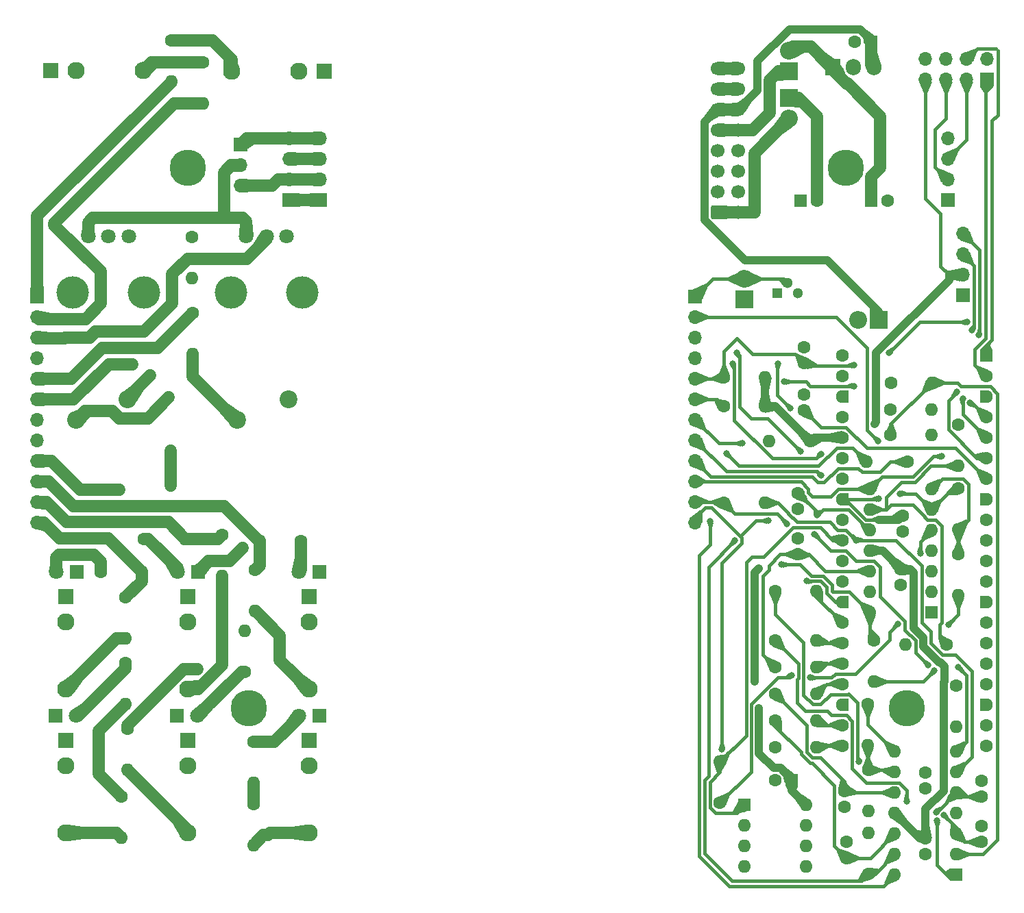
<source format=gbr>
%TF.GenerationSoftware,KiCad,Pcbnew,7.0.9*%
%TF.CreationDate,2023-12-03T16:54:20+01:00*%
%TF.ProjectId,euroPi-kicad,6575726f-5069-42d6-9b69-6361642e6b69,rev?*%
%TF.SameCoordinates,Original*%
%TF.FileFunction,Copper,L1,Top*%
%TF.FilePolarity,Positive*%
%FSLAX46Y46*%
G04 Gerber Fmt 4.6, Leading zero omitted, Abs format (unit mm)*
G04 Created by KiCad (PCBNEW 7.0.9) date 2023-12-03 16:54:20*
%MOMM*%
%LPD*%
G01*
G04 APERTURE LIST*
G04 Aperture macros list*
%AMRoundRect*
0 Rectangle with rounded corners*
0 $1 Rounding radius*
0 $2 $3 $4 $5 $6 $7 $8 $9 X,Y pos of 4 corners*
0 Add a 4 corners polygon primitive as box body*
4,1,4,$2,$3,$4,$5,$6,$7,$8,$9,$2,$3,0*
0 Add four circle primitives for the rounded corners*
1,1,$1+$1,$2,$3*
1,1,$1+$1,$4,$5*
1,1,$1+$1,$6,$7*
1,1,$1+$1,$8,$9*
0 Add four rect primitives between the rounded corners*
20,1,$1+$1,$2,$3,$4,$5,0*
20,1,$1+$1,$4,$5,$6,$7,0*
20,1,$1+$1,$6,$7,$8,$9,0*
20,1,$1+$1,$8,$9,$2,$3,0*%
%AMFreePoly0*
4,1,28,0.605014,0.794986,0.644504,0.794986,0.724698,0.756366,0.780194,0.686777,0.800000,0.600000,0.800000,-0.600000,0.780194,-0.686777,0.724698,-0.756366,0.644504,-0.794986,0.605014,-0.794986,0.600000,-0.800000,0.000000,-0.800000,-0.178017,-0.779942,-0.347107,-0.720775,-0.498792,-0.625465,-0.625465,-0.498792,-0.720775,-0.347107,-0.779942,-0.178017,-0.800000,0.000000,-0.779942,0.178017,
-0.720775,0.347107,-0.625465,0.498792,-0.498792,0.625465,-0.347107,0.720775,-0.178017,0.779942,0.000000,0.800000,0.600000,0.800000,0.605014,0.794986,0.605014,0.794986,$1*%
%AMFreePoly1*
4,1,28,0.178017,0.779942,0.347107,0.720775,0.498792,0.625465,0.625465,0.498792,0.720775,0.347107,0.779942,0.178017,0.800000,0.000000,0.779942,-0.178017,0.720775,-0.347107,0.625465,-0.498792,0.498792,-0.625465,0.347107,-0.720775,0.178017,-0.779942,0.000000,-0.800000,-0.600000,-0.800000,-0.605014,-0.794986,-0.644504,-0.794986,-0.724698,-0.756366,-0.780194,-0.686777,-0.800000,-0.600000,
-0.800000,0.600000,-0.780194,0.686777,-0.724698,0.756366,-0.644504,0.794986,-0.605014,0.794986,-0.600000,0.800000,0.000000,0.800000,0.178017,0.779942,0.178017,0.779942,$1*%
G04 Aperture macros list end*
%TA.AperFunction,ComponentPad*%
%ADD10R,1.600000X1.600000*%
%TD*%
%TA.AperFunction,ComponentPad*%
%ADD11O,1.600000X1.600000*%
%TD*%
%TA.AperFunction,ComponentPad*%
%ADD12C,1.600000*%
%TD*%
%TA.AperFunction,ComponentPad*%
%ADD13R,1.700000X1.700000*%
%TD*%
%TA.AperFunction,ComponentPad*%
%ADD14O,1.700000X1.700000*%
%TD*%
%TA.AperFunction,ComponentPad*%
%ADD15R,1.830000X1.930000*%
%TD*%
%TA.AperFunction,ComponentPad*%
%ADD16C,2.130000*%
%TD*%
%TA.AperFunction,ComponentPad*%
%ADD17R,1.930000X1.830000*%
%TD*%
%TA.AperFunction,ComponentPad*%
%ADD18R,1.800000X1.800000*%
%TD*%
%TA.AperFunction,ComponentPad*%
%ADD19C,1.800000*%
%TD*%
%TA.AperFunction,ComponentPad*%
%ADD20C,3.100000*%
%TD*%
%TA.AperFunction,ConnectorPad*%
%ADD21C,4.500000*%
%TD*%
%TA.AperFunction,ComponentPad*%
%ADD22R,2.200000X2.200000*%
%TD*%
%TA.AperFunction,ComponentPad*%
%ADD23O,2.200000X2.200000*%
%TD*%
%TA.AperFunction,ComponentPad*%
%ADD24C,2.200000*%
%TD*%
%TA.AperFunction,ComponentPad*%
%ADD25R,1.300000X1.300000*%
%TD*%
%TA.AperFunction,ComponentPad*%
%ADD26C,1.300000*%
%TD*%
%TA.AperFunction,WasherPad*%
%ADD27C,4.000000*%
%TD*%
%TA.AperFunction,ComponentPad*%
%ADD28RoundRect,0.200000X0.600000X0.600000X-0.600000X0.600000X-0.600000X-0.600000X0.600000X-0.600000X0*%
%TD*%
%TA.AperFunction,ComponentPad*%
%ADD29FreePoly0,180.000000*%
%TD*%
%TA.AperFunction,ComponentPad*%
%ADD30FreePoly1,180.000000*%
%TD*%
%TA.AperFunction,ComponentPad*%
%ADD31RoundRect,0.250000X-0.600000X-0.600000X0.600000X-0.600000X0.600000X0.600000X-0.600000X0.600000X0*%
%TD*%
%TA.AperFunction,ComponentPad*%
%ADD32C,1.700000*%
%TD*%
%TA.AperFunction,ComponentPad*%
%ADD33R,1.905000X2.000000*%
%TD*%
%TA.AperFunction,ComponentPad*%
%ADD34O,1.905000X2.000000*%
%TD*%
%TA.AperFunction,ViaPad*%
%ADD35C,0.800000*%
%TD*%
%TA.AperFunction,ViaPad*%
%ADD36C,1.000000*%
%TD*%
%TA.AperFunction,Conductor*%
%ADD37C,1.000000*%
%TD*%
%TA.AperFunction,Conductor*%
%ADD38C,1.500000*%
%TD*%
%TA.AperFunction,Conductor*%
%ADD39C,0.400000*%
%TD*%
G04 APERTURE END LIST*
D10*
%TO.P,O3,1*%
%TO.N,CJ1*%
X196596000Y-131572000D03*
D11*
%TO.P,O3,2,-*%
%TO.N,Net-(O3A--)*%
X196596000Y-129032000D03*
%TO.P,O3,3,+*%
%TO.N,Net-(O3A-+)*%
X196596000Y-126492000D03*
%TO.P,O3,4,V+*%
%TO.N,~*%
X196596000Y-123952000D03*
%TO.P,O3,5,+*%
%TO.N,Net-(O3B-+)*%
X196596000Y-121412000D03*
%TO.P,O3,6,-*%
%TO.N,Net-(O3B--)*%
X196596000Y-118872000D03*
%TO.P,O3,7*%
%TO.N,CJ2*%
X196596000Y-116332000D03*
%TO.P,O3,8*%
%TO.N,CJ5*%
X188976000Y-116332000D03*
%TO.P,O3,9,-*%
%TO.N,Net-(O3C--)*%
X188976000Y-118872000D03*
%TO.P,O3,10,+*%
%TO.N,Net-(O3C-+)*%
X188976000Y-121412000D03*
%TO.P,O3,11,V-*%
%TO.N,-12V*%
X188976000Y-123952000D03*
%TO.P,O3,12,+*%
%TO.N,Net-(O3D-+)*%
X188976000Y-126492000D03*
%TO.P,O3,13,-*%
%TO.N,Net-(O3D--)*%
X188976000Y-129032000D03*
%TO.P,O3,14*%
%TO.N,CJ4*%
X188976000Y-131572000D03*
%TD*%
D12*
%TO.P,R21,1*%
%TO.N,CJA*%
X196850000Y-83820000D03*
D11*
%TO.P,R21,2*%
%TO.N,Net-(O5-Pad7)*%
X196850000Y-88900000D03*
%TD*%
D12*
%TO.P,R16,1*%
%TO.N,Net-(LED4-A)*%
X93980000Y-105410000D03*
D11*
%TO.P,R16,2*%
%TO.N,CJ4*%
X93980000Y-110490000D03*
%TD*%
D12*
%TO.P,R24,1*%
%TO.N,CS1*%
X167894000Y-70104000D03*
D11*
%TO.P,R24,2*%
%TO.N,I2C_VCC*%
X172974000Y-70104000D03*
%TD*%
D12*
%TO.P,R6,1*%
%TO.N,Net-(O5D-+)*%
X174244000Y-105918000D03*
D11*
%TO.P,R6,2*%
%TO.N,GP19*%
X179324000Y-105918000D03*
%TD*%
D13*
%TO.P,J14,1,Pin_1*%
%TO.N,TPH VCC {slash} CPC SDA*%
X108204000Y-41284000D03*
D14*
%TO.P,J14,2,Pin_2*%
%TO.N,I2C_VCC*%
X108204000Y-43824000D03*
%TO.P,J14,3,Pin_3*%
%TO.N,TPH SDA {slash} CPC VCC*%
X108204000Y-46364000D03*
%TD*%
D12*
%TO.P,R17,1*%
%TO.N,Net-(LED5-A)*%
X108712000Y-106455000D03*
D11*
%TO.P,R17,2*%
%TO.N,CJ5*%
X108712000Y-101375000D03*
%TD*%
D12*
%TO.P,R20,1*%
%TO.N,CS1*%
X102235000Y-62112000D03*
D11*
%TO.P,R20,2*%
%TO.N,Net-(R20-Pad2)*%
X102235000Y-67192000D03*
%TD*%
D15*
%TO.P,J8,S*%
%TO.N,I2C_GND*%
X84720648Y-32140000D03*
D16*
%TO.P,J8,T*%
%TO.N,Net-(J8-PadT)*%
X96120648Y-32140000D03*
%TO.P,J8,TN*%
%TO.N,unconnected-(J8-PadTN)*%
X87820648Y-32140000D03*
%TD*%
D12*
%TO.P,R30,1*%
%TO.N,Net-(O3B--)*%
X188468000Y-74041000D03*
D11*
%TO.P,R30,2*%
%TO.N,I2C_GND*%
X193548000Y-74041000D03*
%TD*%
D17*
%TO.P,J4,S*%
%TO.N,I2C_GND*%
X86614000Y-114974000D03*
D16*
%TO.P,J4,T*%
%TO.N,Net-(J4-PadT)*%
X86614000Y-126374000D03*
%TO.P,J4,TN*%
%TO.N,unconnected-(J4-PadTN)*%
X86614000Y-118074000D03*
%TD*%
D18*
%TO.P,LED6,1,K*%
%TO.N,I2C_GND*%
X117872648Y-111896000D03*
D19*
%TO.P,LED6,2,A*%
%TO.N,Net-(LED6-A)*%
X115332648Y-111896000D03*
%TD*%
D12*
%TO.P,R26,1*%
%TO.N,I2C_VCC*%
X178562000Y-77978000D03*
D11*
%TO.P,R26,2*%
%TO.N,GP22*%
X173482000Y-77978000D03*
%TD*%
D20*
%TO.P,H4,1,1*%
%TO.N,I2C_GND*%
X109220000Y-110998000D03*
D21*
X109220000Y-110998000D03*
%TD*%
D12*
%TO.P,R22,1*%
%TO.N,Net-(O5-Pad7)*%
X196850000Y-91948000D03*
D11*
%TO.P,R22,2*%
%TO.N,Net-(O1A--)*%
X196850000Y-97028000D03*
%TD*%
D12*
%TO.P,R13,1*%
%TO.N,Net-(LED1-A)*%
X90903000Y-94116000D03*
D11*
%TO.P,R13,2*%
%TO.N,CJ1*%
X95983000Y-94116000D03*
%TD*%
D12*
%TO.P,R31,1*%
%TO.N,Net-(O5C--)*%
X195355000Y-103124000D03*
D11*
%TO.P,R31,2*%
%TO.N,I2C_GND*%
X190275000Y-103124000D03*
%TD*%
D22*
%TO.P,D2,1,A*%
%TO.N,+5V*%
X187004000Y-62992000D03*
D23*
%TO.P,D2,2,K*%
%TO.N,Net-(D2-K)*%
X184464000Y-62992000D03*
%TD*%
D10*
%TO.P,C16,1*%
%TO.N,I2C_GND*%
X177352000Y-48260000D03*
D12*
%TO.P,C16,2*%
%TO.N,-12V*%
X179352000Y-48260000D03*
%TD*%
%TO.P,R11,1*%
%TO.N,CJ5*%
X94234000Y-113538000D03*
D11*
%TO.P,R11,2*%
%TO.N,Net-(J5-PadT)*%
X94234000Y-118618000D03*
%TD*%
D12*
%TO.P,R23,1*%
%TO.N,Net-(O1A--)*%
X167386000Y-122682000D03*
D11*
%TO.P,R23,2*%
%TO.N,GP26*%
X167386000Y-117602000D03*
%TD*%
D20*
%TO.P,H2,1,1*%
%TO.N,I2C_GND*%
X190500000Y-110998000D03*
D21*
X190500000Y-110998000D03*
%TD*%
D17*
%TO.P,J2,S*%
%TO.N,I2C_GND*%
X101605824Y-97194000D03*
D16*
%TO.P,J2,T*%
%TO.N,Net-(J2-PadT)*%
X101605824Y-108594000D03*
%TO.P,J2,TN*%
%TO.N,unconnected-(J2-PadTN)*%
X101605824Y-100294000D03*
%TD*%
D10*
%TO.P,O1,1*%
%TO.N,GP26*%
X170434000Y-122936000D03*
D11*
%TO.P,O1,2,-*%
%TO.N,Net-(O1A--)*%
X170434000Y-125476000D03*
%TO.P,O1,3,+*%
%TO.N,I2C_GND*%
X170434000Y-128016000D03*
%TO.P,O1,4,V-*%
X170434000Y-130556000D03*
%TO.P,O1,5,+*%
%TO.N,unconnected-(O1B-+-Pad5)*%
X178054000Y-130556000D03*
%TO.P,O1,6,-*%
%TO.N,unconnected-(O1B---Pad6)*%
X178054000Y-128016000D03*
%TO.P,O1,7*%
%TO.N,unconnected-(O1-Pad7)*%
X178054000Y-125476000D03*
%TO.P,O1,8,V+*%
%TO.N,I2C_VCC*%
X178054000Y-122936000D03*
%TD*%
D12*
%TO.P,R18,1*%
%TO.N,Net-(LED6-A)*%
X109739648Y-115140000D03*
D11*
%TO.P,R18,2*%
%TO.N,CJ6*%
X109739648Y-120220000D03*
%TD*%
D12*
%TO.P,R29,1*%
%TO.N,Net-(O3A--)*%
X188468000Y-77216000D03*
D11*
%TO.P,R29,2*%
%TO.N,I2C_GND*%
X193548000Y-77216000D03*
%TD*%
D12*
%TO.P,C11,1*%
%TO.N,Net-(O5C-+)*%
X177038000Y-84360000D03*
%TO.P,C11,2*%
%TO.N,I2C_GND*%
X177038000Y-86360000D03*
%TD*%
D24*
%TO.P,SW2,1,1*%
%TO.N,I2C_GND*%
X94234000Y-72780000D03*
%TO.P,SW2,2,2*%
%TO.N,Net-(R19-Pad2)*%
X87884000Y-75320000D03*
%TD*%
D12*
%TO.P,C14,1*%
%TO.N,Net-(O5D-+)*%
X177038000Y-91948000D03*
%TO.P,C14,2*%
%TO.N,I2C_GND*%
X177038000Y-89948000D03*
%TD*%
D22*
%TO.P,D3,1,A*%
%TO.N,-12V*%
X175895000Y-35560000D03*
D23*
%TO.P,D3,2,K*%
%TO.N,Net-(D3-K)*%
X175895000Y-38100000D03*
%TD*%
D12*
%TO.P,R37,1*%
%TO.N,CJ3*%
X196850000Y-75946000D03*
D11*
%TO.P,R37,2*%
%TO.N,Net-(O5C--)*%
X196850000Y-81026000D03*
%TD*%
D22*
%TO.P,D1,1,A*%
%TO.N,I2C_GND*%
X170434000Y-60452000D03*
D23*
%TO.P,D1,2,K*%
%TO.N,CJD*%
X170434000Y-57912000D03*
%TD*%
D12*
%TO.P,R1,1*%
%TO.N,Net-(O3A-+)*%
X174244000Y-96520000D03*
D11*
%TO.P,R1,2*%
%TO.N,GP21*%
X179324000Y-96520000D03*
%TD*%
D12*
%TO.P,R19,1*%
%TO.N,CS2*%
X102119648Y-52714000D03*
D11*
%TO.P,R19,2*%
%TO.N,Net-(R19-Pad2)*%
X102119648Y-57794000D03*
%TD*%
D15*
%TO.P,J7,S*%
%TO.N,I2C_GND*%
X118461000Y-32190800D03*
D16*
%TO.P,J7,T*%
%TO.N,Net-(J7-PadT)*%
X107061000Y-32190800D03*
%TO.P,J7,TN*%
%TO.N,unconnected-(J7-PadTN)*%
X115361000Y-32190800D03*
%TD*%
D22*
%TO.P,D4,1,A*%
%TO.N,Net-(D4-A)*%
X175913352Y-32258000D03*
D23*
%TO.P,D4,2,K*%
%TO.N,~*%
X175913352Y-29718000D03*
%TD*%
D10*
%TO.P,C2,1*%
%TO.N,+5V*%
X186055000Y-28575000D03*
D12*
%TO.P,C2,2*%
%TO.N,I2C_GND*%
X184055000Y-28575000D03*
%TD*%
D17*
%TO.P,J1,S*%
%TO.N,I2C_GND*%
X86614000Y-97194000D03*
D16*
%TO.P,J1,T*%
%TO.N,Net-(J1-PadT)*%
X86614000Y-108594000D03*
%TO.P,J1,TN*%
%TO.N,unconnected-(J1-PadTN)*%
X86614000Y-100294000D03*
%TD*%
D12*
%TO.P,R5,1*%
%TO.N,Net-(O3C-+)*%
X174244000Y-109220000D03*
D11*
%TO.P,R5,2*%
%TO.N,GP18*%
X179324000Y-109220000D03*
%TD*%
D13*
%TO.P,J11,1,Pin_1*%
%TO.N,CJD*%
X164338000Y-60080000D03*
D14*
%TO.P,J11,2,Pin_2*%
%TO.N,CJA*%
X164338000Y-62620000D03*
%TO.P,J11,3,Pin_3*%
%TO.N,CK1*%
X164338000Y-65160000D03*
%TO.P,J11,4,Pin_4*%
%TO.N,CK2*%
X164338000Y-67700000D03*
%TO.P,J11,5,Pin_5*%
%TO.N,CS1*%
X164338000Y-70240000D03*
%TO.P,J11,6,Pin_6*%
%TO.N,CS2*%
X164338000Y-72780000D03*
%TO.P,J11,7,Pin_7*%
%TO.N,CJ6*%
X164338000Y-75320000D03*
%TO.P,J11,8,Pin_8*%
%TO.N,CJ5*%
X164338000Y-77860000D03*
%TO.P,J11,9,Pin_9*%
%TO.N,CJ4*%
X164338000Y-80400000D03*
%TO.P,J11,10,Pin_10*%
%TO.N,CJ3*%
X164338000Y-82940000D03*
%TO.P,J11,11,Pin_11*%
%TO.N,CJ2*%
X164338000Y-85480000D03*
%TO.P,J11,12,Pin_12*%
%TO.N,CJ1*%
X164338000Y-88020000D03*
%TD*%
D18*
%TO.P,LED5,1,K*%
%TO.N,I2C_GND*%
X100330824Y-111896000D03*
D19*
%TO.P,LED5,2,A*%
%TO.N,Net-(LED5-A)*%
X102870824Y-111896000D03*
%TD*%
D17*
%TO.P,J3,S*%
%TO.N,I2C_GND*%
X116597648Y-97194000D03*
D16*
%TO.P,J3,T*%
%TO.N,Net-(J3-PadT)*%
X116597648Y-108594000D03*
%TO.P,J3,TN*%
%TO.N,unconnected-(J3-PadTN)*%
X116597648Y-100294000D03*
%TD*%
D12*
%TO.P,R32,1*%
%TO.N,Net-(O3D--)*%
X185684000Y-131469000D03*
D11*
%TO.P,R32,2*%
%TO.N,I2C_GND*%
X185684000Y-126389000D03*
%TD*%
D12*
%TO.P,R8,1*%
%TO.N,CJ2*%
X105918000Y-89515000D03*
D11*
%TO.P,R8,2*%
%TO.N,Net-(J2-PadT)*%
X105918000Y-94595000D03*
%TD*%
D12*
%TO.P,R28,1*%
%TO.N,Net-(J8-PadT)*%
X103516648Y-31142000D03*
D11*
%TO.P,R28,2*%
%TO.N,CJA*%
X103516648Y-36222000D03*
%TD*%
D12*
%TO.P,R10,1*%
%TO.N,CJ4*%
X93472000Y-121920000D03*
D11*
%TO.P,R10,2*%
%TO.N,Net-(J4-PadT)*%
X93472000Y-127000000D03*
%TD*%
D10*
%TO.P,O5,1*%
%TO.N,N/C*%
X193548000Y-99112648D03*
D11*
%TO.P,O5,2*%
X193548000Y-96572648D03*
%TO.P,O5,3*%
X193548000Y-94032648D03*
%TO.P,O5,4,V+*%
%TO.N,~*%
X193548000Y-91492648D03*
%TO.P,O5,5,+*%
%TO.N,I2C_GND*%
X193548000Y-88952648D03*
%TO.P,O5,6,-*%
%TO.N,CJA*%
X193548000Y-86412648D03*
%TO.P,O5,7*%
%TO.N,Net-(O5-Pad7)*%
X193548000Y-83872648D03*
%TO.P,O5,8*%
%TO.N,CJ3*%
X185928000Y-83872648D03*
%TO.P,O5,9,-*%
%TO.N,Net-(O5C--)*%
X185928000Y-86412648D03*
%TO.P,O5,10,+*%
%TO.N,Net-(O5C-+)*%
X185928000Y-88952648D03*
%TO.P,O5,11,V-*%
%TO.N,-12V*%
X185928000Y-91492648D03*
%TO.P,O5,12,+*%
%TO.N,Net-(O5D-+)*%
X185928000Y-94032648D03*
%TO.P,O5,13,-*%
%TO.N,Net-(O5D--)*%
X185928000Y-96572648D03*
%TO.P,O5,14*%
%TO.N,CJ6*%
X185928000Y-99112648D03*
%TD*%
D12*
%TO.P,R2,1*%
%TO.N,Net-(O3B-+)*%
X174186000Y-102616000D03*
D11*
%TO.P,R2,2*%
%TO.N,GP20*%
X179266000Y-102616000D03*
%TD*%
D13*
%TO.P,J18,1,Pin_1*%
%TO.N,TPH SCL {slash} CPC GND*%
X195516500Y-48142000D03*
D14*
%TO.P,J18,2,Pin_2*%
%TO.N,TPH SDA {slash} CPC VCC*%
X195516500Y-45602000D03*
%TO.P,J18,3,Pin_3*%
%TO.N,TPH GND {slash} CPC SCL*%
X195516500Y-43062000D03*
%TO.P,J18,4,Pin_4*%
%TO.N,TPH VCC {slash} CPC SDA*%
X195516500Y-40522000D03*
%TD*%
D25*
%TO.P,Q1,1,E*%
%TO.N,I2C_GND*%
X174498000Y-59690000D03*
D26*
%TO.P,Q1,2,B*%
%TO.N,CJD*%
X175768000Y-58420000D03*
%TO.P,Q1,3,C*%
%TO.N,GP22*%
X177038000Y-59690000D03*
%TD*%
D24*
%TO.P,SW1,1,1*%
%TO.N,I2C_GND*%
X114071400Y-72805400D03*
%TO.P,SW1,2,2*%
%TO.N,Net-(R20-Pad2)*%
X107721400Y-75345400D03*
%TD*%
D12*
%TO.P,R27,1*%
%TO.N,Net-(J7-PadT)*%
X99579648Y-28428000D03*
D11*
%TO.P,R27,2*%
%TO.N,CJD*%
X99579648Y-33508000D03*
%TD*%
D17*
%TO.P,J5,S*%
%TO.N,I2C_GND*%
X101605824Y-114974000D03*
D16*
%TO.P,J5,T*%
%TO.N,Net-(J5-PadT)*%
X101605824Y-126374000D03*
%TO.P,J5,TN*%
%TO.N,unconnected-(J5-PadTN)*%
X101605824Y-118074000D03*
%TD*%
D12*
%TO.P,R36,1*%
%TO.N,CJ2*%
X167865000Y-85598000D03*
D11*
%TO.P,R36,2*%
%TO.N,Net-(O3B--)*%
X172945000Y-85598000D03*
%TD*%
D12*
%TO.P,R25,1*%
%TO.N,CS2*%
X167865000Y-73660000D03*
D11*
%TO.P,R25,2*%
%TO.N,I2C_VCC*%
X172945000Y-73660000D03*
%TD*%
D20*
%TO.P,H1,1,1*%
%TO.N,I2C_GND*%
X182889200Y-44196000D03*
D21*
X182889200Y-44196000D03*
%TD*%
D12*
%TO.P,R9,1*%
%TO.N,CJ3*%
X109982000Y-93862000D03*
D11*
%TO.P,R9,2*%
%TO.N,Net-(J3-PadT)*%
X109982000Y-98942000D03*
%TD*%
D12*
%TO.P,R7,1*%
%TO.N,CJ1*%
X93980000Y-97282000D03*
D11*
%TO.P,R7,2*%
%TO.N,Net-(J1-PadT)*%
X93980000Y-102362000D03*
%TD*%
D12*
%TO.P,C7,1*%
%TO.N,CS2*%
X177800000Y-74168000D03*
%TO.P,C7,2*%
%TO.N,I2C_GND*%
X177800000Y-72168000D03*
%TD*%
%TO.P,R34,1*%
%TO.N,Net-(O5D--)*%
X196596000Y-108204000D03*
D11*
%TO.P,R34,2*%
%TO.N,I2C_GND*%
X196596000Y-113284000D03*
%TD*%
D27*
%TO.P,VR1,*%
%TO.N,*%
X115759400Y-59597400D03*
X106959400Y-59597400D03*
D19*
%TO.P,VR1,1,1*%
%TO.N,I2C_VCC*%
X108859400Y-52597400D03*
%TO.P,VR1,2,2*%
%TO.N,CK1*%
X111359400Y-52597400D03*
%TO.P,VR1,3,3*%
%TO.N,I2C_GND*%
X113859400Y-52597400D03*
%TD*%
D10*
%TO.P,C15,1*%
%TO.N,~*%
X186055000Y-48260000D03*
D12*
%TO.P,C15,2*%
%TO.N,I2C_GND*%
X188055000Y-48260000D03*
%TD*%
D18*
%TO.P,LED2,1,K*%
%TO.N,I2C_GND*%
X102880824Y-94116000D03*
D19*
%TO.P,LED2,2,A*%
%TO.N,Net-(LED2-A)*%
X100340824Y-94116000D03*
%TD*%
D27*
%TO.P,VR2,*%
%TO.N,*%
X96232648Y-59587000D03*
X87432648Y-59587000D03*
D19*
%TO.P,VR2,1,1*%
%TO.N,I2C_VCC*%
X89332648Y-52587000D03*
%TO.P,VR2,2,2*%
%TO.N,CK2*%
X91832648Y-52587000D03*
%TO.P,VR2,3,3*%
%TO.N,I2C_GND*%
X94332648Y-52587000D03*
%TD*%
D20*
%TO.P,H3,1,1*%
%TO.N,I2C_GND*%
X101609200Y-44196000D03*
D21*
X101609200Y-44196000D03*
%TD*%
D12*
%TO.P,R3,1*%
%TO.N,Net-(O5C-+)*%
X174244000Y-115824000D03*
D11*
%TO.P,R3,2*%
%TO.N,GP16*%
X179324000Y-115824000D03*
%TD*%
D12*
%TO.P,R4,1*%
%TO.N,Net-(O3D-+)*%
X174244000Y-112522000D03*
D11*
%TO.P,R4,2*%
%TO.N,GP17*%
X179324000Y-112522000D03*
%TD*%
D12*
%TO.P,R39,1*%
%TO.N,CJ5*%
X185674000Y-110490000D03*
D11*
%TO.P,R39,2*%
%TO.N,Net-(O3C--)*%
X185674000Y-115570000D03*
%TD*%
D18*
%TO.P,LED4,1,K*%
%TO.N,I2C_GND*%
X85339000Y-111896000D03*
D19*
%TO.P,LED4,2,A*%
%TO.N,Net-(LED4-A)*%
X87879000Y-111896000D03*
%TD*%
D13*
%TO.P,J12,1,Pin_1*%
%TO.N,TPH SCL {slash} CPC GND*%
X117957600Y-48142000D03*
D14*
%TO.P,J12,2,Pin_2*%
%TO.N,TPH SDA {slash} CPC VCC*%
X117957600Y-45602000D03*
%TO.P,J12,3,Pin_3*%
%TO.N,TPH GND {slash} CPC SCL*%
X117957600Y-43062000D03*
%TO.P,J12,4,Pin_4*%
%TO.N,TPH VCC {slash} CPC SDA*%
X117957600Y-40522000D03*
%TD*%
D12*
%TO.P,R40,1*%
%TO.N,CJ6*%
X186436000Y-102616000D03*
D11*
%TO.P,R40,2*%
%TO.N,Net-(O5D--)*%
X186436000Y-107696000D03*
%TD*%
D17*
%TO.P,J6,S*%
%TO.N,I2C_GND*%
X116597648Y-114974000D03*
D16*
%TO.P,J6,T*%
%TO.N,Net-(J6-PadT)*%
X116597648Y-126374000D03*
%TO.P,J6,TN*%
%TO.N,unconnected-(J6-PadTN)*%
X116597648Y-118074000D03*
%TD*%
D18*
%TO.P,LED3,1,K*%
%TO.N,I2C_GND*%
X117872648Y-94116000D03*
D19*
%TO.P,LED3,2,A*%
%TO.N,Net-(LED3-A)*%
X115332648Y-94116000D03*
%TD*%
D12*
%TO.P,R12,1*%
%TO.N,CJ6*%
X109739648Y-122789000D03*
D11*
%TO.P,R12,2*%
%TO.N,Net-(J6-PadT)*%
X109739648Y-127869000D03*
%TD*%
D12*
%TO.P,R38,1*%
%TO.N,CJ4*%
X190555800Y-80518000D03*
D11*
%TO.P,R38,2*%
%TO.N,Net-(O3D--)*%
X185475800Y-80518000D03*
%TD*%
D12*
%TO.P,R35,1*%
%TO.N,CJ1*%
X188494800Y-70739000D03*
D11*
%TO.P,R35,2*%
%TO.N,Net-(O3A--)*%
X193574800Y-70739000D03*
%TD*%
D12*
%TO.P,R14,1*%
%TO.N,Net-(LED2-A)*%
X96266000Y-90052000D03*
D11*
%TO.P,R14,2*%
%TO.N,CJ2*%
X101346000Y-90052000D03*
%TD*%
D12*
%TO.P,C8,1*%
%TO.N,CS1*%
X177800000Y-68326000D03*
%TO.P,C8,2*%
%TO.N,I2C_GND*%
X177800000Y-66326000D03*
%TD*%
D18*
%TO.P,LED1,1,K*%
%TO.N,I2C_GND*%
X87889000Y-94116000D03*
D19*
%TO.P,LED1,2,A*%
%TO.N,Net-(LED1-A)*%
X85349000Y-94116000D03*
%TD*%
D12*
%TO.P,R15,1*%
%TO.N,Net-(LED3-A)*%
X115581648Y-90306000D03*
D11*
%TO.P,R15,2*%
%TO.N,CJ3*%
X110501648Y-90306000D03*
%TD*%
D12*
%TO.P,R33,1*%
%TO.N,Net-(O3C--)*%
X185684000Y-118613000D03*
D11*
%TO.P,R33,2*%
%TO.N,I2C_GND*%
X185684000Y-123693000D03*
%TD*%
D10*
%TO.P,C1,1*%
%TO.N,I2C_VCC*%
X176215113Y-119888000D03*
D12*
%TO.P,C1,2*%
%TO.N,I2C_GND*%
X174215113Y-119888000D03*
%TD*%
D13*
%TO.P,J16,1,Pin_1*%
%TO.N,GP1*%
X200406000Y-33274000D03*
D14*
%TO.P,J16,2,Pin_2*%
%TO.N,TPH GND {slash} CPC SCL*%
X197866000Y-33274000D03*
%TO.P,J16,3,Pin_3*%
%TO.N,TPH SDA {slash} CPC VCC*%
X195326000Y-33274000D03*
%TO.P,J16,4,Pin_4*%
%TO.N,I2C_VCC*%
X192786000Y-33274000D03*
%TO.P,J16,5,Pin_5*%
%TO.N,TPH VCC {slash} CPC SDA*%
X200406000Y-30734000D03*
%TO.P,J16,6,Pin_6*%
%TO.N,GP0*%
X197866000Y-30734000D03*
%TO.P,J16,7,Pin_7*%
%TO.N,I2C_GND*%
X195326000Y-30734000D03*
%TO.P,J16,8,Pin_8*%
%TO.N,TPH SCL {slash} CPC GND*%
X192786000Y-30734000D03*
%TD*%
D13*
%TO.P,J15,1,Pin_1*%
%TO.N,I2C_GND*%
X197418000Y-59944000D03*
D14*
%TO.P,J15,2,Pin_2*%
%TO.N,I2C_VCC*%
X197418000Y-57404000D03*
%TO.P,J15,3,Pin_3*%
%TO.N,GP3*%
X197418000Y-54864000D03*
%TO.P,J15,4,Pin_4*%
%TO.N,GP2*%
X197418000Y-52324000D03*
%TD*%
D12*
%TO.P,C3,1*%
%TO.N,~*%
X189992000Y-89138000D03*
%TO.P,C3,2*%
%TO.N,I2C_GND*%
X189992000Y-87138000D03*
%TD*%
D28*
%TO.P,U2,1,GP0*%
%TO.N,GP0*%
X200246000Y-67341400D03*
D12*
%TO.P,U2,2,GP1*%
%TO.N,GP1*%
X200246000Y-69881400D03*
D29*
%TO.P,U2,3,GND*%
%TO.N,I2C_GND*%
X200246000Y-72421400D03*
D12*
%TO.P,U2,4,GP2*%
%TO.N,GP2*%
X200246000Y-74961400D03*
%TO.P,U2,5,GP3*%
%TO.N,GP3*%
X200246000Y-77501400D03*
%TO.P,U2,6,GP4*%
%TO.N,CS1*%
X200246000Y-80041400D03*
%TO.P,U2,7,GP5*%
%TO.N,CS2*%
X200246000Y-82581400D03*
D29*
%TO.P,U2,8,GND*%
%TO.N,I2C_GND*%
X200246000Y-85121400D03*
D12*
%TO.P,U2,9,GP6*%
%TO.N,unconnected-(U2-GP6-Pad9)*%
X200246000Y-87661400D03*
%TO.P,U2,10,GP7*%
%TO.N,unconnected-(U2-GP7-Pad10)*%
X200246000Y-90201400D03*
%TO.P,U2,11,GP8*%
%TO.N,unconnected-(U2-GP8-Pad11)*%
X200246000Y-92741400D03*
%TO.P,U2,12,GP9*%
%TO.N,unconnected-(U2-GP9-Pad12)*%
X200246000Y-95281400D03*
D29*
%TO.P,U2,13,GND*%
%TO.N,I2C_GND*%
X200246000Y-97821400D03*
D12*
%TO.P,U2,14,GP10*%
%TO.N,unconnected-(U2-GP10-Pad14)*%
X200246000Y-100361400D03*
%TO.P,U2,15,GP11*%
%TO.N,unconnected-(U2-GP11-Pad15)*%
X200246000Y-102901400D03*
%TO.P,U2,16,GP12*%
%TO.N,unconnected-(U2-GP12-Pad16)*%
X200246000Y-105441400D03*
%TO.P,U2,17,GP13*%
%TO.N,unconnected-(U2-GP13-Pad17)*%
X200246000Y-107981400D03*
D29*
%TO.P,U2,18,GND*%
%TO.N,I2C_GND*%
X200246000Y-110521400D03*
D12*
%TO.P,U2,19,GP14*%
%TO.N,unconnected-(U2-GP14-Pad19)*%
X200246000Y-113061400D03*
%TO.P,U2,20,GP15*%
%TO.N,unconnected-(U2-GP15-Pad20)*%
X200246000Y-115601400D03*
%TO.P,U2,21,GP16*%
%TO.N,GP16*%
X182466000Y-115601400D03*
%TO.P,U2,22,GP17*%
%TO.N,GP17*%
X182466000Y-113061400D03*
D30*
%TO.P,U2,23,GND*%
%TO.N,I2C_GND*%
X182466000Y-110521400D03*
D12*
%TO.P,U2,24,GP18*%
%TO.N,GP18*%
X182466000Y-107981400D03*
%TO.P,U2,25,GP19*%
%TO.N,GP19*%
X182466000Y-105441400D03*
%TO.P,U2,26,GP20*%
%TO.N,GP20*%
X182466000Y-102901400D03*
%TO.P,U2,27,GP21*%
%TO.N,GP21*%
X182466000Y-100361400D03*
D30*
%TO.P,U2,28,GND*%
%TO.N,I2C_GND*%
X182466000Y-97821400D03*
D12*
%TO.P,U2,29,GP22*%
%TO.N,GP22*%
X182466000Y-95281400D03*
%TO.P,U2,30,RUN*%
%TO.N,unconnected-(U2-RUN-Pad30)*%
X182466000Y-92741400D03*
%TO.P,U2,31,GP26*%
%TO.N,GP26*%
X182466000Y-90201400D03*
%TO.P,U2,32,GP27*%
%TO.N,CK1*%
X182466000Y-87661400D03*
D30*
%TO.P,U2,33,GND*%
%TO.N,I2C_GND*%
X182466000Y-85121400D03*
D12*
%TO.P,U2,34,GP28*%
%TO.N,CK2*%
X182466000Y-82581400D03*
%TO.P,U2,35,ADC_VREF*%
%TO.N,unconnected-(U2-ADC_VREF-Pad35)*%
X182466000Y-80041400D03*
%TO.P,U2,36,3V3*%
%TO.N,I2C_VCC*%
X182466000Y-77501400D03*
%TO.P,U2,37,3V3_EN*%
%TO.N,unconnected-(U2-3V3_EN-Pad37)*%
X182466000Y-74961400D03*
D30*
%TO.P,U2,38,GND*%
%TO.N,I2C_GND*%
X182466000Y-72421400D03*
D12*
%TO.P,U2,39,VSYS*%
%TO.N,Net-(D2-K)*%
X182466000Y-69881400D03*
%TO.P,U2,40,VBUS*%
%TO.N,unconnected-(U2-VBUS-Pad40)*%
X182466000Y-67341400D03*
%TD*%
%TO.P,C5,1*%
%TO.N,~*%
X192786000Y-120904000D03*
%TO.P,C5,2*%
%TO.N,I2C_GND*%
X192786000Y-118904000D03*
%TD*%
D13*
%TO.P,J19,1,Pin_1*%
%TO.N,TPH SCL {slash} CPC GND*%
X114211500Y-48142000D03*
D14*
%TO.P,J19,2,Pin_2*%
%TO.N,TPH SDA {slash} CPC VCC*%
X114211500Y-45602000D03*
%TO.P,J19,3,Pin_3*%
%TO.N,TPH GND {slash} CPC SCL*%
X114211500Y-43062000D03*
%TO.P,J19,4,Pin_4*%
%TO.N,TPH VCC {slash} CPC SDA*%
X114211500Y-40522000D03*
%TD*%
D12*
%TO.P,C12,1*%
%TO.N,Net-(O3D-+)*%
X183017000Y-129503000D03*
%TO.P,C12,2*%
%TO.N,I2C_GND*%
X183017000Y-127503000D03*
%TD*%
D13*
%TO.P,J17,1,Pin_1*%
%TO.N,CJD*%
X83058000Y-60080000D03*
D14*
%TO.P,J17,2,Pin_2*%
%TO.N,CJA*%
X83058000Y-62620000D03*
%TO.P,J17,3,Pin_3*%
%TO.N,CK1*%
X83058000Y-65160000D03*
%TO.P,J17,4,Pin_4*%
%TO.N,CK2*%
X83058000Y-67700000D03*
%TO.P,J17,5,Pin_5*%
%TO.N,CS1*%
X83058000Y-70240000D03*
%TO.P,J17,6,Pin_6*%
%TO.N,CS2*%
X83058000Y-72780000D03*
%TO.P,J17,7,Pin_7*%
%TO.N,CJ6*%
X83058000Y-75320000D03*
%TO.P,J17,8,Pin_8*%
%TO.N,CJ5*%
X83058000Y-77860000D03*
%TO.P,J17,9,Pin_9*%
%TO.N,CJ4*%
X83058000Y-80400000D03*
%TO.P,J17,10,Pin_10*%
%TO.N,CJ3*%
X83058000Y-82940000D03*
%TO.P,J17,11,Pin_11*%
%TO.N,CJ2*%
X83058000Y-85480000D03*
%TO.P,J17,12,Pin_12*%
%TO.N,CJ1*%
X83058000Y-88020000D03*
%TD*%
D12*
%TO.P,C4,1*%
%TO.N,I2C_GND*%
X189738000Y-95758000D03*
%TO.P,C4,2*%
%TO.N,-12V*%
X189738000Y-93758000D03*
%TD*%
D31*
%TO.P,J10,1,Pin_1*%
%TO.N,Net-(D3-K)*%
X167132000Y-49666000D03*
D32*
%TO.P,J10,2,Pin_2*%
X169672000Y-49666000D03*
%TO.P,J10,3,Pin_3*%
%TO.N,I2C_GND*%
X167132000Y-47126000D03*
%TO.P,J10,4,Pin_4*%
X169672000Y-47126000D03*
%TO.P,J10,5,Pin_5*%
X167132000Y-44586000D03*
%TO.P,J10,6,Pin_6*%
X169672000Y-44586000D03*
%TO.P,J10,7,Pin_7*%
X167132000Y-42046000D03*
%TO.P,J10,8,Pin_8*%
X169672000Y-42046000D03*
%TO.P,J10,9,Pin_9*%
%TO.N,Net-(D4-A)*%
X167132000Y-39506000D03*
%TO.P,J10,10,Pin_10*%
X169672000Y-39506000D03*
%TO.P,J10,11,Pin_11*%
%TO.N,+5V*%
X167132000Y-36966000D03*
%TO.P,J10,12,Pin_12*%
X169672000Y-36966000D03*
%TO.P,J10,13,Pin_13*%
%TO.N,Net-(J10-Pin_13)*%
X167132000Y-34426000D03*
%TO.P,J10,14,Pin_14*%
X169672000Y-34426000D03*
%TO.P,J10,15,Pin_15*%
%TO.N,Net-(J10-Pin_15)*%
X167132000Y-31886000D03*
%TO.P,J10,16,Pin_16*%
X169672000Y-31886000D03*
%TD*%
D12*
%TO.P,C10,1*%
%TO.N,Net-(O3B-+)*%
X199664000Y-121904600D03*
%TO.P,C10,2*%
%TO.N,I2C_GND*%
X199664000Y-119904600D03*
%TD*%
%TO.P,C13,1*%
%TO.N,Net-(O3C-+)*%
X182763000Y-121185000D03*
%TO.P,C13,2*%
%TO.N,I2C_GND*%
X182763000Y-123185000D03*
%TD*%
%TO.P,C9,1*%
%TO.N,Net-(O3A-+)*%
X199664000Y-127492600D03*
%TO.P,C9,2*%
%TO.N,I2C_GND*%
X199664000Y-125492600D03*
%TD*%
D33*
%TO.P,U1,1,IN*%
%TO.N,~*%
X181303352Y-31750000D03*
D34*
%TO.P,U1,2,GND*%
%TO.N,I2C_GND*%
X183843352Y-31750000D03*
%TO.P,U1,3,OUT*%
%TO.N,+5V*%
X186383352Y-31750000D03*
%TD*%
D12*
%TO.P,C6,1*%
%TO.N,I2C_GND*%
X192786000Y-129032000D03*
%TO.P,C6,2*%
%TO.N,-12V*%
X192786000Y-127032000D03*
%TD*%
D35*
%TO.N,Net-(O3A-+)*%
X195072000Y-124206000D03*
X184566000Y-117602000D03*
%TO.N,Net-(O5C-+)*%
X179384000Y-87122000D03*
%TO.N,Net-(O1A--)*%
X178562000Y-107188000D03*
X189364000Y-100529546D03*
X176204222Y-106932854D03*
X195595024Y-100658036D03*
%TO.N,Net-(O3B--)*%
X184235015Y-90202648D03*
%TO.N,Net-(O3D--)*%
X168159550Y-79484969D03*
X169243951Y-90249247D03*
%TO.N,Net-(O5D--)*%
X193882437Y-106327719D03*
%TO.N,GP22*%
X176082000Y-73914000D03*
X174557990Y-68376001D03*
D36*
%TO.N,Net-(R19-Pad2)*%
X99296000Y-72544000D03*
D35*
%TO.N,Net-(O3B-+)*%
X190449365Y-122455515D03*
X194080916Y-123797665D03*
%TO.N,CK1*%
X169478000Y-67056000D03*
X177352000Y-79248000D03*
%TO.N,CK2*%
X168944000Y-68419041D03*
X179858041Y-79535959D03*
%TO.N,CJ1*%
X173359132Y-87784072D03*
X194204967Y-124840314D03*
X183956000Y-71131400D03*
X175320000Y-70612000D03*
X167640000Y-116078000D03*
%TO.N,CJ2*%
X179066000Y-89472000D03*
X193088495Y-105628642D03*
X175659132Y-88155214D03*
X196850000Y-105918006D03*
%TO.N,CJ3*%
X194805449Y-79823943D03*
D36*
%TO.N,CJ4*%
X93218000Y-83956000D03*
D35*
X166190931Y-87884000D03*
%TO.N,CJ5*%
X179840281Y-82176364D03*
X102870000Y-106172000D03*
D36*
%TO.N,CJ6*%
X99568000Y-79130000D03*
D35*
X175006000Y-93218000D03*
D36*
X99568000Y-83448000D03*
D35*
X170155759Y-78229651D03*
%TO.N,CJA*%
X189597938Y-84438000D03*
X186903422Y-77932152D03*
D36*
%TO.N,CS2*%
X94804634Y-68430000D03*
D35*
%TO.N,CS1*%
X197926000Y-63246000D03*
X188274000Y-67056000D03*
X196656000Y-71882000D03*
X183956000Y-68580000D03*
%TO.N,I2C_VCC*%
X172212000Y-93726000D03*
X186469047Y-75820941D03*
X172212000Y-110998000D03*
X171704000Y-107696000D03*
%TO.N,I2C_GND*%
X187004000Y-85090000D03*
X108458000Y-91186000D03*
X192138000Y-91841757D03*
X187004000Y-87662648D03*
X178114000Y-95250000D03*
X97028000Y-69850000D03*
%TO.N,GP3*%
X198522000Y-64220546D03*
X197367438Y-72654244D03*
%TO.N,GP2*%
X198242936Y-73233906D03*
X199369222Y-64840804D03*
%TD*%
D37*
%TO.N,-12V*%
X191288000Y-101025730D02*
X191288000Y-94176630D01*
D38*
X179352000Y-37814000D02*
X179352000Y-48260000D01*
D37*
X194585638Y-105324001D02*
X194443731Y-105324001D01*
X195046000Y-121184000D02*
X195046000Y-107714035D01*
X189738000Y-93758000D02*
X187472648Y-91492648D01*
D38*
X177098000Y-35560000D02*
X179352000Y-37814000D01*
D37*
X192475000Y-102212730D02*
X191288000Y-101025730D01*
X187472648Y-91492648D02*
X185928000Y-91492648D01*
X191288000Y-94176630D02*
X190869370Y-93758000D01*
X192475000Y-103355270D02*
X192475000Y-102212730D01*
X194443731Y-105324001D02*
X192475000Y-103355270D01*
X192056000Y-127032000D02*
X188976000Y-123952000D01*
X195046000Y-107714035D02*
X195077291Y-107682744D01*
X195077291Y-105815654D02*
X194585638Y-105324001D01*
X195077291Y-107682744D02*
X195077291Y-105815654D01*
X192786000Y-127032000D02*
X192056000Y-127032000D01*
X190869370Y-93758000D02*
X189738000Y-93758000D01*
D38*
X175895000Y-35560000D02*
X177098000Y-35560000D01*
D37*
X192786000Y-127032000D02*
X192786000Y-123444000D01*
X192786000Y-123444000D02*
X195046000Y-121184000D01*
D39*
%TO.N,Net-(O3A-+)*%
X183277889Y-109231400D02*
X183289289Y-109220000D01*
X181090600Y-109231400D02*
X183277889Y-109231400D01*
X177712000Y-109375767D02*
X178826233Y-110490000D01*
X196596000Y-126492000D02*
X196596000Y-125730000D01*
X177712000Y-102829767D02*
X177712000Y-109375767D01*
X184366000Y-110296711D02*
X184366000Y-117402000D01*
X184366000Y-117402000D02*
X184566000Y-117602000D01*
X183289289Y-109220000D02*
X184366000Y-110296711D01*
X179832000Y-110490000D02*
X181090600Y-109231400D01*
X199664000Y-127492600D02*
X197596600Y-127492600D01*
X178826233Y-110490000D02*
X179832000Y-110490000D01*
X196596000Y-125730000D02*
X195072000Y-124206000D01*
X174244000Y-99361767D02*
X177712000Y-102829767D01*
X174244000Y-96520000D02*
X174244000Y-99361767D01*
X197596600Y-127492600D02*
X196596000Y-126492000D01*
%TO.N,Net-(O5C-+)*%
X180094600Y-86411400D02*
X179384000Y-87122000D01*
X185780995Y-88952648D02*
X183239747Y-86411400D01*
X179384000Y-86706000D02*
X179384000Y-87122000D01*
X177038000Y-84360000D02*
X179384000Y-86706000D01*
X185928000Y-88952648D02*
X185780995Y-88952648D01*
X183239747Y-86411400D02*
X180094600Y-86411400D01*
%TO.N,Net-(O3D-+)*%
X181513000Y-127999000D02*
X183017000Y-129503000D01*
X174244000Y-112522000D02*
X174244000Y-113224000D01*
X185965000Y-129503000D02*
X188976000Y-126492000D01*
X174244000Y-113224000D02*
X177424000Y-116404000D01*
X181513000Y-120493000D02*
X181513000Y-127999000D01*
X183017000Y-129503000D02*
X185965000Y-129503000D01*
X178536995Y-117724000D02*
X178744000Y-117724000D01*
X177424000Y-116611005D02*
X178536995Y-117724000D01*
X178744000Y-117724000D02*
X181513000Y-120493000D01*
X177424000Y-116404000D02*
X177424000Y-116611005D01*
%TO.N,Net-(O3C-+)*%
X188976000Y-121412000D02*
X182990000Y-121412000D01*
X182763000Y-120053630D02*
X182763000Y-121185000D01*
X178806233Y-117074000D02*
X179783370Y-117074000D01*
X182990000Y-121412000D02*
X182763000Y-121185000D01*
X178074000Y-113050000D02*
X178074000Y-116341767D01*
X178074000Y-116341767D02*
X178806233Y-117074000D01*
X174244000Y-109220000D02*
X178074000Y-113050000D01*
X179783370Y-117074000D02*
X182763000Y-120053630D01*
%TO.N,Net-(O5D-+)*%
X172654000Y-104328000D02*
X172654000Y-94627502D01*
X174825502Y-91948000D02*
X177038000Y-91948000D01*
X172654000Y-94627502D02*
X173416000Y-93865502D01*
X178358243Y-91948000D02*
X180401643Y-93991400D01*
X185886752Y-93991400D02*
X185928000Y-94032648D01*
X177038000Y-91948000D02*
X178358243Y-91948000D01*
X174244000Y-105918000D02*
X172654000Y-104328000D01*
X180401643Y-93991400D02*
X185886752Y-93991400D01*
X173416000Y-93357502D02*
X174825502Y-91948000D01*
X173416000Y-93865502D02*
X173416000Y-93357502D01*
D38*
%TO.N,Net-(D3-K)*%
X167079352Y-49664600D02*
X171651352Y-49664600D01*
X171651352Y-42343648D02*
X175895000Y-38100000D01*
X171651352Y-49664600D02*
X171651352Y-42343648D01*
%TO.N,Net-(D4-A)*%
X167143661Y-39504600D02*
X171397352Y-39504600D01*
X171397352Y-39504600D02*
X173542000Y-37359952D01*
X174647320Y-32258000D02*
X175913352Y-32258000D01*
X173542000Y-33363320D02*
X174647320Y-32258000D01*
X173542000Y-37359952D02*
X173542000Y-33363320D01*
%TO.N,Net-(J1-PadT)*%
X93980000Y-102362000D02*
X92846000Y-102362000D01*
X92846000Y-102362000D02*
X86614000Y-108594000D01*
%TO.N,Net-(J2-PadT)*%
X102922874Y-108594000D02*
X101854000Y-108594000D01*
X105918000Y-94595000D02*
X105918000Y-105598874D01*
X105918000Y-105598874D02*
X102922874Y-108594000D01*
%TO.N,Net-(J3-PadT)*%
X113030000Y-105026352D02*
X113030000Y-101978352D01*
X116597648Y-108594000D02*
X113030000Y-105026352D01*
X109993648Y-98942000D02*
X109982000Y-98942000D01*
X113030000Y-101978352D02*
X109993648Y-98942000D01*
%TO.N,Net-(J4-PadT)*%
X93472000Y-127000000D02*
X92846000Y-126374000D01*
X92846000Y-126374000D02*
X86614000Y-126374000D01*
%TO.N,Net-(J5-PadT)*%
X94234000Y-118618000D02*
X101854000Y-126238000D01*
D37*
X101605824Y-126374000D02*
X101854000Y-126374000D01*
D38*
X101854000Y-126238000D02*
X101854000Y-126374000D01*
%TO.N,Net-(J6-PadT)*%
X110980648Y-126628000D02*
X111517648Y-126628000D01*
X109739648Y-127869000D02*
X110980648Y-126628000D01*
X111517648Y-126628000D02*
X111771648Y-126374000D01*
X111771648Y-126374000D02*
X116597648Y-126374000D01*
%TO.N,Net-(J7-PadT)*%
X107061000Y-32190800D02*
X107061000Y-30785215D01*
X107061000Y-30785215D02*
X104703785Y-28428000D01*
X104703785Y-28428000D02*
X99579648Y-28428000D01*
%TO.N,Net-(J8-PadT)*%
X97118648Y-31142000D02*
X96120648Y-32140000D01*
X103516648Y-31142000D02*
X97118648Y-31142000D01*
%TO.N,Net-(LED1-A)*%
X90039000Y-91966000D02*
X85739000Y-91966000D01*
X90903000Y-94116000D02*
X90903000Y-92830000D01*
X90903000Y-92830000D02*
X90039000Y-91966000D01*
X85349000Y-92356000D02*
X85349000Y-94116000D01*
X85739000Y-91966000D02*
X85349000Y-92356000D01*
%TO.N,Net-(LED2-A)*%
X100340824Y-93618824D02*
X100340824Y-94116000D01*
X96774000Y-90052000D02*
X100340824Y-93618824D01*
X96266000Y-90052000D02*
X96774000Y-90052000D01*
%TO.N,Net-(LED3-A)*%
X115581648Y-93867000D02*
X115332648Y-94116000D01*
X115581648Y-90306000D02*
X115581648Y-93867000D01*
%TO.N,Net-(LED4-A)*%
X93980000Y-105410000D02*
X93980000Y-106054000D01*
X88138000Y-111896000D02*
X87879000Y-111896000D01*
X93980000Y-106054000D02*
X88138000Y-111896000D01*
%TO.N,Net-(LED5-A)*%
X108712000Y-106455000D02*
X108311824Y-106455000D01*
X108311824Y-106455000D02*
X102870824Y-111896000D01*
%TO.N,Net-(LED6-A)*%
X115332648Y-111896000D02*
X115332648Y-112150000D01*
X112342648Y-115140000D02*
X109739648Y-115140000D01*
X115332648Y-112150000D02*
X112342648Y-115140000D01*
D39*
%TO.N,GP26*%
X167386000Y-118872000D02*
X167386000Y-117602000D01*
X170610000Y-92968498D02*
X170610000Y-114378000D01*
X182466000Y-90201400D02*
X181334630Y-90201400D01*
X166136000Y-120122000D02*
X167386000Y-118872000D01*
X176394428Y-88622000D02*
X172748428Y-92268000D01*
X181334630Y-90201400D02*
X179755230Y-88622000D01*
X170434000Y-122936000D02*
X169438000Y-123932000D01*
X170610000Y-114378000D02*
X167386000Y-117602000D01*
X166858000Y-123932000D02*
X166136000Y-123210000D01*
X179755230Y-88622000D02*
X176394428Y-88622000D01*
X169438000Y-123932000D02*
X166858000Y-123932000D01*
X166136000Y-123210000D02*
X166136000Y-120122000D01*
X171310498Y-92268000D02*
X170610000Y-92968498D01*
X172748428Y-92268000D02*
X171310498Y-92268000D01*
%TO.N,Net-(O1A--)*%
X196850000Y-99403060D02*
X195595024Y-100658036D01*
X181124800Y-107188000D02*
X181621400Y-106691400D01*
X171262000Y-118806000D02*
X171262000Y-110424000D01*
X181621400Y-106691400D02*
X184138600Y-106691400D01*
X188326000Y-102504000D02*
X188326000Y-101567546D01*
X167386000Y-122682000D02*
X171262000Y-118806000D01*
X178562000Y-107188000D02*
X181124800Y-107188000D01*
X171262000Y-110424000D02*
X174518000Y-107168000D01*
X175969076Y-107168000D02*
X176204222Y-106932854D01*
X196850000Y-97028000D02*
X196850000Y-99403060D01*
X174518000Y-107168000D02*
X175969076Y-107168000D01*
X184138600Y-106691400D02*
X188326000Y-102504000D01*
X188326000Y-101567546D02*
X189364000Y-100529546D01*
%TO.N,Net-(O3A--)*%
X199892367Y-129032000D02*
X201676000Y-127248367D01*
X197142420Y-71166338D02*
X196715082Y-70739000D01*
X196596000Y-129032000D02*
X199892367Y-129032000D01*
X188468000Y-75845800D02*
X193574800Y-70739000D01*
X196715082Y-70739000D02*
X193574800Y-70739000D01*
X201676000Y-72083632D02*
X200758706Y-71166338D01*
X201676000Y-127248367D02*
X201676000Y-72083632D01*
X188468000Y-77216000D02*
X188468000Y-75845800D01*
X200758706Y-71166338D02*
X197142420Y-71166338D01*
%TO.N,Net-(O3B--)*%
X184235015Y-90202648D02*
X189142730Y-90202648D01*
X181008833Y-87972000D02*
X181948233Y-88911400D01*
X182943767Y-88911400D02*
X184235015Y-90202648D01*
X196508082Y-104374000D02*
X198496000Y-106361918D01*
X175788000Y-86828000D02*
X175788000Y-86877767D01*
X181948233Y-88911400D02*
X182943767Y-88911400D01*
X194837233Y-104374000D02*
X196508082Y-104374000D01*
X198496000Y-106361918D02*
X198496000Y-116972000D01*
X198496000Y-116972000D02*
X196596000Y-118872000D01*
X172945000Y-85598000D02*
X174558000Y-85598000D01*
X192298000Y-93357918D02*
X192298000Y-100362648D01*
X193425000Y-102961768D02*
X194837233Y-104374000D01*
X189142730Y-90202648D02*
X192298000Y-93357918D01*
X174558000Y-85598000D02*
X175788000Y-86828000D01*
X192298000Y-100362648D02*
X193425000Y-101489648D01*
X193425000Y-101489648D02*
X193425000Y-102961768D01*
X175788000Y-86877767D02*
X176882233Y-87972000D01*
X176882233Y-87972000D02*
X181008833Y-87972000D01*
%TO.N,Net-(O3C--)*%
X188717000Y-118613000D02*
X188976000Y-118872000D01*
X185674000Y-118603000D02*
X185684000Y-118613000D01*
X185674000Y-115570000D02*
X185674000Y-118603000D01*
X185684000Y-118613000D02*
X188717000Y-118613000D01*
%TO.N,Net-(O3D--)*%
X168890000Y-132314000D02*
X165486000Y-128910000D01*
X165974000Y-93519198D02*
X169243951Y-90249247D01*
X179570082Y-81026000D02*
X169700581Y-81026000D01*
X165486000Y-119852762D02*
X165974000Y-119364762D01*
X185475800Y-80518000D02*
X183749200Y-78791400D01*
X188976000Y-129032000D02*
X186539000Y-131469000D01*
X181804682Y-78791400D02*
X179570082Y-81026000D01*
X186539000Y-131469000D02*
X185684000Y-131469000D01*
X184839000Y-132314000D02*
X168890000Y-132314000D01*
X165486000Y-128910000D02*
X165486000Y-119852762D01*
X165974000Y-119364762D02*
X165974000Y-93519198D01*
X169700581Y-81026000D02*
X168159550Y-79484969D01*
X183749200Y-78791400D02*
X181804682Y-78791400D01*
X185684000Y-131469000D02*
X184839000Y-132314000D01*
%TO.N,Net-(O5-Pad7)*%
X194850648Y-82570000D02*
X197367767Y-82570000D01*
X198100000Y-83302233D02*
X198100000Y-87650000D01*
X196850000Y-91948000D02*
X196850000Y-88900000D01*
X198100000Y-87650000D02*
X196850000Y-88900000D01*
X193548000Y-83872648D02*
X194850648Y-82570000D01*
X197367767Y-82570000D02*
X198100000Y-83302233D01*
%TO.N,Net-(O5C--)*%
X194555001Y-102324001D02*
X194555001Y-100605647D01*
X188520648Y-85852000D02*
X187960000Y-86412648D01*
X187960000Y-86412648D02*
X185928000Y-86412648D01*
X192298000Y-86930415D02*
X192298000Y-86888000D01*
X192298000Y-86888000D02*
X191262000Y-85852000D01*
X194555001Y-100605647D02*
X194798000Y-100362648D01*
X194798000Y-88434881D02*
X194025767Y-87662648D01*
X193451238Y-81026000D02*
X191461653Y-83015585D01*
X194025767Y-87662648D02*
X193030233Y-87662648D01*
X196850000Y-81026000D02*
X193451238Y-81026000D01*
X194798000Y-100362648D02*
X194798000Y-88434881D01*
X191461653Y-83015585D02*
X189818271Y-83015585D01*
X189818271Y-83015585D02*
X187960000Y-84873856D01*
X187960000Y-84873856D02*
X187960000Y-86412648D01*
X191262000Y-85852000D02*
X188520648Y-85852000D01*
X193030233Y-87662648D02*
X192298000Y-86930415D01*
X195355000Y-103124000D02*
X194555001Y-102324001D01*
%TO.N,Net-(O5D--)*%
X192514156Y-107696000D02*
X193882437Y-106327719D01*
X186436000Y-107696000D02*
X192514156Y-107696000D01*
%TO.N,GP22*%
X176082000Y-73914000D02*
X174470000Y-72302000D01*
X174470000Y-72302000D02*
X174470000Y-68463991D01*
X174470000Y-68463991D02*
X174557990Y-68376001D01*
%TO.N,GP21*%
X179324000Y-97219400D02*
X179324000Y-96520000D01*
X182466000Y-100361400D02*
X179324000Y-97219400D01*
%TO.N,GP20*%
X182466000Y-102901400D02*
X179551400Y-102901400D01*
X179551400Y-102901400D02*
X179266000Y-102616000D01*
%TO.N,GP16*%
X179546600Y-115601400D02*
X179324000Y-115824000D01*
X182466000Y-115601400D02*
X179546600Y-115601400D01*
%TO.N,GP17*%
X179863400Y-113061400D02*
X179324000Y-112522000D01*
X182466000Y-113061400D02*
X179863400Y-113061400D01*
%TO.N,GP18*%
X182466000Y-107981400D02*
X180562600Y-107981400D01*
X180562600Y-107981400D02*
X179324000Y-109220000D01*
%TO.N,GP19*%
X179800600Y-105441400D02*
X179324000Y-105918000D01*
X182466000Y-105441400D02*
X179800600Y-105441400D01*
D38*
%TO.N,Net-(R19-Pad2)*%
X87884000Y-75320000D02*
X88983999Y-74220001D01*
X92296642Y-74220001D02*
X93206641Y-75130000D01*
X93206641Y-75130000D02*
X96710000Y-75130000D01*
X88983999Y-74220001D02*
X92296642Y-74220001D01*
X96710000Y-75130000D02*
X99296000Y-72544000D01*
%TO.N,Net-(R20-Pad2)*%
X102235000Y-69986000D02*
X102235000Y-67192000D01*
X107721400Y-75345400D02*
X107594400Y-75345400D01*
X107594400Y-75345400D02*
X102235000Y-69986000D01*
D39*
%TO.N,Net-(O3B-+)*%
X197088600Y-121904600D02*
X196596000Y-121412000D01*
X177062000Y-105492000D02*
X177062000Y-107260761D01*
X176896000Y-110251238D02*
X177916762Y-111272000D01*
X177916762Y-111272000D02*
X180614001Y-111272000D01*
X199664000Y-121904600D02*
X197088600Y-121904600D01*
X181153401Y-111811400D02*
X182983767Y-111811400D01*
X183716000Y-118412767D02*
X185465233Y-120162000D01*
X176896000Y-107426761D02*
X176896000Y-110251238D01*
X190449365Y-121117598D02*
X190449365Y-122455515D01*
X183716000Y-112543633D02*
X183716000Y-118412767D01*
X174186000Y-102616000D02*
X177062000Y-105492000D01*
X182983767Y-111811400D02*
X183716000Y-112543633D01*
X177062000Y-107260761D02*
X176896000Y-107426761D01*
X185465233Y-120162000D02*
X189493767Y-120162000D01*
X196596000Y-121412000D02*
X194210335Y-123797665D01*
X189493767Y-120162000D02*
X190449365Y-121117598D01*
X180614001Y-111272000D02*
X181153401Y-111811400D01*
X194210335Y-123797665D02*
X194080916Y-123797665D01*
%TO.N,CJD*%
X175260000Y-57912000D02*
X175768000Y-58420000D01*
D38*
X99579648Y-33537000D02*
X83058000Y-50058648D01*
D39*
X170434000Y-57912000D02*
X175260000Y-57912000D01*
D38*
X83058000Y-50058648D02*
X83058000Y-60080000D01*
D39*
X170434000Y-57912000D02*
X166506000Y-57912000D01*
X166506000Y-57912000D02*
X164338000Y-60080000D01*
D38*
X99579648Y-33508000D02*
X99579648Y-33537000D01*
%TO.N,CK1*%
X90228271Y-64430000D02*
X96199843Y-64430000D01*
X108928208Y-55381000D02*
X111359400Y-52949808D01*
X111359400Y-52949808D02*
X111359400Y-52597400D01*
X86403648Y-65255000D02*
X86498648Y-65160000D01*
D39*
X169794000Y-67372000D02*
X169794000Y-73721999D01*
D38*
X89498271Y-65160000D02*
X90228271Y-64430000D01*
X101633510Y-55381000D02*
X108928208Y-55381000D01*
D39*
X171224366Y-75152365D02*
X173256365Y-75152365D01*
X169478000Y-67056000D02*
X169794000Y-67372000D01*
D38*
X96199843Y-64430000D02*
X99706648Y-60923195D01*
X83058000Y-65160000D02*
X83153000Y-65255000D01*
D39*
X173256365Y-75152365D02*
X177352000Y-79248000D01*
D38*
X86498648Y-65160000D02*
X89498271Y-65160000D01*
D39*
X169794000Y-73721999D02*
X171224366Y-75152365D01*
D38*
X99706648Y-60923195D02*
X99706648Y-57307862D01*
X83153000Y-65255000D02*
X86403648Y-65255000D01*
X99706648Y-57307862D02*
X101633510Y-55381000D01*
D39*
%TO.N,CK2*%
X168944000Y-68419041D02*
X169144000Y-68619041D01*
X173834233Y-80098000D02*
X179296000Y-80098000D01*
X169144000Y-75407767D02*
X173834233Y-80098000D01*
X169144000Y-68619041D02*
X169144000Y-75407767D01*
X179296000Y-80098000D02*
X179858041Y-79535959D01*
%TO.N,CJ1*%
X195396000Y-131572000D02*
X194204967Y-130380967D01*
D38*
X91833000Y-89966000D02*
X95983000Y-94116000D01*
D39*
X178531167Y-71131400D02*
X178011767Y-70612000D01*
D38*
X95983000Y-94116000D02*
X95983000Y-95279000D01*
D39*
X164338000Y-87318478D02*
X165526478Y-86130000D01*
X178011767Y-70612000D02*
X175320000Y-70612000D01*
X167640000Y-93055280D02*
X167640000Y-116078000D01*
X166326786Y-86130000D02*
X169922393Y-89725607D01*
D38*
X83058000Y-88020000D02*
X83906000Y-88020000D01*
D39*
X170093951Y-89897165D02*
X170093951Y-90601329D01*
X170093951Y-90601329D02*
X167640000Y-93055280D01*
X169922393Y-89725607D02*
X170093951Y-89897165D01*
X171863928Y-87784072D02*
X173359132Y-87784072D01*
D38*
X85852000Y-89966000D02*
X91833000Y-89966000D01*
D39*
X165526478Y-86130000D02*
X166326786Y-86130000D01*
X164338000Y-88020000D02*
X164338000Y-87318478D01*
X194204967Y-130380967D02*
X194204967Y-124840314D01*
X196596000Y-131572000D02*
X195396000Y-131572000D01*
X169922393Y-89725607D02*
X171863928Y-87784072D01*
X183956000Y-71131400D02*
X178531167Y-71131400D01*
D38*
X83906000Y-88020000D02*
X85852000Y-89966000D01*
X95983000Y-95279000D02*
X93980000Y-97282000D01*
%TO.N,CJ2*%
X86680428Y-87966000D02*
X99260000Y-87966000D01*
D39*
X190214000Y-101295233D02*
X191525000Y-102606233D01*
D38*
X105381000Y-90052000D02*
X105918000Y-89515000D01*
D39*
X181045400Y-91451400D02*
X182943767Y-91451400D01*
X182943767Y-91451400D02*
X184235015Y-92742648D01*
D38*
X84194428Y-85480000D02*
X86680428Y-87966000D01*
D39*
X167747000Y-85480000D02*
X167865000Y-85598000D01*
X174437990Y-86934072D02*
X175659132Y-88155214D01*
D38*
X83058000Y-85480000D02*
X84194428Y-85480000D01*
D39*
X167865000Y-85598000D02*
X169201072Y-86934072D01*
X190214000Y-100177464D02*
X190214000Y-101295233D01*
X191525000Y-104065147D02*
X193088495Y-105628642D01*
X196596000Y-116332000D02*
X197846000Y-115082000D01*
X186405767Y-92742648D02*
X187178000Y-93514881D01*
X184235015Y-92742648D02*
X186405767Y-92742648D01*
X197846000Y-106914006D02*
X196850000Y-105918006D01*
X187178000Y-97141464D02*
X190214000Y-100177464D01*
D38*
X101346000Y-90052000D02*
X105381000Y-90052000D01*
X99260000Y-87966000D02*
X101346000Y-90052000D01*
D39*
X191525000Y-102606233D02*
X191525000Y-104065147D01*
X187178000Y-93514881D02*
X187178000Y-97141464D01*
X179066000Y-89472000D02*
X181045400Y-91451400D01*
X197846000Y-115082000D02*
X197846000Y-106914006D01*
X169201072Y-86934072D02*
X174437990Y-86934072D01*
X164338000Y-85480000D02*
X167747000Y-85480000D01*
%TO.N,CJ3*%
X165576081Y-82976000D02*
X177421767Y-82976000D01*
X187435063Y-82365585D02*
X191192415Y-82365585D01*
X177421767Y-82976000D02*
X178288000Y-83842233D01*
D38*
X110501648Y-90306000D02*
X110501648Y-93342352D01*
D39*
X178288000Y-83842233D02*
X178288000Y-84266540D01*
X165540081Y-82940000D02*
X165576081Y-82976000D01*
X178781999Y-84760539D02*
X181059093Y-84760539D01*
X191192415Y-82365585D02*
X193734057Y-79823943D01*
X193734057Y-79823943D02*
X194805449Y-79823943D01*
D38*
X83058000Y-82940000D02*
X84482856Y-82940000D01*
X106150000Y-85966000D02*
X110490000Y-90306000D01*
X84482856Y-82940000D02*
X87508856Y-85966000D01*
D39*
X181059093Y-84760539D02*
X181953294Y-83866338D01*
X164338000Y-82940000D02*
X165540081Y-82940000D01*
X181953294Y-83866338D02*
X185921690Y-83866338D01*
X185921690Y-83866338D02*
X185928000Y-83872648D01*
D38*
X110490000Y-90306000D02*
X110501648Y-90306000D01*
D39*
X185928000Y-83872648D02*
X187435063Y-82365585D01*
D38*
X110501648Y-93342352D02*
X109982000Y-93862000D01*
D39*
X178288000Y-84266540D02*
X178781999Y-84760539D01*
D38*
X87508856Y-85966000D02*
X106150000Y-85966000D01*
D39*
%TO.N,CJ4*%
X184481434Y-81291400D02*
X184958033Y-81768000D01*
X188422566Y-80518000D02*
X190555800Y-80518000D01*
X180253269Y-83026364D02*
X181988233Y-81291400D01*
X164836000Y-129276000D02*
X164836000Y-92105473D01*
D38*
X90678000Y-113792000D02*
X90678000Y-119126000D01*
X90678000Y-119126000D02*
X93472000Y-121920000D01*
D39*
X187172565Y-81768000D02*
X188422566Y-80518000D01*
D38*
X88327284Y-83956000D02*
X84771284Y-80400000D01*
D39*
X184958033Y-81768000D02*
X187172565Y-81768000D01*
X166190931Y-90750542D02*
X166190931Y-87884000D01*
X164836000Y-92105473D02*
X166190931Y-90750542D01*
X178787835Y-82326000D02*
X179488199Y-83026364D01*
X188976000Y-131572000D02*
X187584000Y-132964000D01*
X168524000Y-132964000D02*
X164836000Y-129276000D01*
X181988233Y-81291400D02*
X184481434Y-81291400D01*
D38*
X93980000Y-110490000D02*
X90678000Y-113792000D01*
D39*
X166264000Y-82326000D02*
X178787835Y-82326000D01*
D38*
X84771284Y-80400000D02*
X83058000Y-80400000D01*
D39*
X179488199Y-83026364D02*
X180253269Y-83026364D01*
D38*
X93218000Y-83956000D02*
X88327284Y-83956000D01*
D39*
X164338000Y-80400000D02*
X166264000Y-82326000D01*
X187584000Y-132964000D02*
X168524000Y-132964000D01*
D38*
%TO.N,CJ5*%
X94234000Y-113538000D02*
X94234000Y-113045472D01*
X101107472Y-106172000D02*
X102870000Y-106172000D01*
D39*
X179339917Y-81676000D02*
X179840281Y-82176364D01*
X185674000Y-110490000D02*
X185674000Y-113030000D01*
X164338000Y-77860000D02*
X168154000Y-81676000D01*
X185674000Y-113030000D02*
X188976000Y-116332000D01*
D38*
X94234000Y-113045472D02*
X101107472Y-106172000D01*
D39*
X168154000Y-81676000D02*
X179339917Y-81676000D01*
%TO.N,CJ6*%
X181325114Y-96566338D02*
X181224000Y-96465224D01*
X177284082Y-93218000D02*
X175006000Y-93218000D01*
X185928000Y-102108000D02*
X186436000Y-102616000D01*
X181224000Y-96465224D02*
X181224000Y-95732995D01*
D38*
X99568000Y-79130000D02*
X99568000Y-83448000D01*
X109739648Y-120220000D02*
X109739648Y-122789000D01*
D39*
X178666082Y-94600000D02*
X177284082Y-93218000D01*
X180091005Y-94600000D02*
X178666082Y-94600000D01*
X185928000Y-99112648D02*
X185928000Y-102108000D01*
X183381690Y-96566338D02*
X181325114Y-96566338D01*
X185928000Y-99112648D02*
X183381690Y-96566338D01*
X167247651Y-78229651D02*
X170155759Y-78229651D01*
X164338000Y-75320000D02*
X167247651Y-78229651D01*
X181224000Y-95732995D02*
X180091005Y-94600000D01*
%TO.N,CJA*%
X181746000Y-62620000D02*
X185519047Y-66393047D01*
D38*
X83275000Y-62837000D02*
X88992843Y-62837000D01*
D39*
X185519047Y-76547777D02*
X186903422Y-77932152D01*
X196140648Y-83820000D02*
X196850000Y-83820000D01*
X191573352Y-84438000D02*
X189597938Y-84438000D01*
X193548000Y-86412648D02*
X196140648Y-83820000D01*
D38*
X90896648Y-60933195D02*
X90896648Y-56977560D01*
D39*
X185519047Y-66393047D02*
X185519047Y-76547777D01*
X193548000Y-86412648D02*
X191573352Y-84438000D01*
D38*
X99942648Y-36222000D02*
X85158000Y-51006648D01*
X88992843Y-62837000D02*
X90896648Y-60933195D01*
X90896648Y-56977560D02*
X85158000Y-51238912D01*
X85158000Y-51238912D02*
X85158000Y-51006648D01*
X83058000Y-62620000D02*
X83275000Y-62837000D01*
D39*
X164338000Y-62620000D02*
X181746000Y-62620000D01*
D38*
X103516648Y-36222000D02*
X99942648Y-36222000D01*
D39*
%TO.N,CS2*%
X166985000Y-72780000D02*
X167865000Y-73660000D01*
X185514519Y-78782152D02*
X182943767Y-76211400D01*
X196446752Y-78782152D02*
X185514519Y-78782152D01*
X200246000Y-82581400D02*
X196446752Y-78782152D01*
D38*
X91885124Y-68430000D02*
X94804634Y-68430000D01*
X87535125Y-72780000D02*
X91885124Y-68430000D01*
X83058000Y-72780000D02*
X87535125Y-72780000D01*
D39*
X164338000Y-72780000D02*
X166985000Y-72780000D01*
X182943767Y-76211400D02*
X179843400Y-76211400D01*
X179843400Y-76211400D02*
X177800000Y-74168000D01*
%TO.N,CS1*%
X195600000Y-72938000D02*
X196656000Y-71882000D01*
X164338000Y-70240000D02*
X167758000Y-70240000D01*
X169478000Y-65278000D02*
X171422000Y-67222000D01*
X183956000Y-68580000D02*
X183944600Y-68591400D01*
X167758000Y-70240000D02*
X167894000Y-70104000D01*
X192084000Y-63246000D02*
X188274000Y-67056000D01*
X176696000Y-67222000D02*
X177800000Y-68326000D01*
D38*
X83058000Y-70240000D02*
X87246697Y-70240000D01*
D39*
X167894000Y-70104000D02*
X167894000Y-66862000D01*
X183944600Y-68591400D02*
X178065400Y-68591400D01*
X171422000Y-67222000D02*
X176696000Y-67222000D01*
X195600000Y-76526770D02*
X195600000Y-72938000D01*
X199114630Y-80041400D02*
X195600000Y-76526770D01*
X200246000Y-80041400D02*
X199114630Y-80041400D01*
X197926000Y-63246000D02*
X192084000Y-63246000D01*
X167894000Y-66862000D02*
X169478000Y-65278000D01*
D38*
X87246697Y-70240000D02*
X91056697Y-66430000D01*
X91056697Y-66430000D02*
X97917000Y-66430000D01*
D39*
X178065400Y-68591400D02*
X177800000Y-68326000D01*
D38*
X97917000Y-66430000D02*
X102235000Y-62112000D01*
%TO.N,I2C_VCC*%
X89333582Y-50895066D02*
X89918648Y-50310000D01*
X108440000Y-50310000D02*
X108859400Y-50729400D01*
D37*
X172945000Y-73660000D02*
X174201654Y-73660000D01*
X174201654Y-73660000D02*
X178519654Y-77978000D01*
D39*
X194634500Y-56356500D02*
X195682000Y-57404000D01*
D37*
X174857145Y-118338000D02*
X174024000Y-118338000D01*
X195682000Y-57404000D02*
X195682000Y-58014000D01*
X176215113Y-119695968D02*
X174857145Y-118338000D01*
D38*
X108204000Y-43824000D02*
X107001919Y-43824000D01*
X106104000Y-50242000D02*
X106172000Y-50310000D01*
X89333582Y-52586066D02*
X89333582Y-50895066D01*
D37*
X172212000Y-116526000D02*
X172212000Y-110998000D01*
X172974000Y-73631000D02*
X172945000Y-73660000D01*
D38*
X106104000Y-44721919D02*
X106104000Y-50242000D01*
X89918648Y-50310000D02*
X106172000Y-50310000D01*
D39*
X194634500Y-49860000D02*
X194634500Y-56356500D01*
X192786000Y-48011500D02*
X194634500Y-49860000D01*
D37*
X179038600Y-77501400D02*
X182466000Y-77501400D01*
X195682000Y-58014000D02*
X186684000Y-67012000D01*
X178562000Y-77978000D02*
X179038600Y-77501400D01*
X178519654Y-77978000D02*
X178562000Y-77978000D01*
D38*
X108859400Y-50729400D02*
X108859400Y-52597400D01*
D37*
X174024000Y-118338000D02*
X172212000Y-116526000D01*
X172974000Y-70358000D02*
X172974000Y-73631000D01*
D38*
X106172000Y-50310000D02*
X108440000Y-50310000D01*
D39*
X192786000Y-33274000D02*
X192786000Y-48011500D01*
D37*
X197418000Y-57404000D02*
X195682000Y-57404000D01*
X171704000Y-107696000D02*
X171704000Y-94234000D01*
X176215113Y-119888000D02*
X176215113Y-121097113D01*
D38*
X107001919Y-43824000D02*
X106104000Y-44721919D01*
D37*
X176215113Y-119888000D02*
X176215113Y-119695968D01*
X176215113Y-121097113D02*
X178054000Y-122936000D01*
X186684000Y-67012000D02*
X186684000Y-75605988D01*
X186684000Y-75605988D02*
X186469047Y-75820941D01*
X171704000Y-94234000D02*
X172212000Y-93726000D01*
D38*
%TO.N,TPH VCC {slash} CPC SDA*%
X108966000Y-40522000D02*
X117838500Y-40522000D01*
X108204000Y-41284000D02*
X108966000Y-40522000D01*
X117838500Y-40522000D02*
X117869500Y-40553000D01*
%TO.N,TPH GND {slash} CPC SCL*%
X114211500Y-43062000D02*
X117838500Y-43062000D01*
D39*
X197866000Y-33274000D02*
X197866000Y-40712500D01*
D38*
X117838500Y-43062000D02*
X117869500Y-43093000D01*
D39*
X197866000Y-40712500D02*
X195516500Y-43062000D01*
%TO.N,TPH SDA {slash} CPC VCC*%
X193966500Y-39455556D02*
X193966500Y-44052000D01*
D38*
X108204000Y-46364000D02*
X112081919Y-46364000D01*
X112081919Y-46364000D02*
X112812919Y-45633000D01*
D39*
X195326000Y-33274000D02*
X195326000Y-38096056D01*
D38*
X112812919Y-45633000D02*
X117926600Y-45633000D01*
D39*
X193966500Y-44052000D02*
X195516500Y-45602000D01*
X195326000Y-38096056D02*
X193966500Y-39455556D01*
D38*
X117926600Y-45633000D02*
X117957600Y-45602000D01*
%TO.N,TPH SCL {slash} CPC GND*%
X114211500Y-48142000D02*
X117838500Y-48142000D01*
X117838500Y-48142000D02*
X117869500Y-48173000D01*
D39*
%TO.N,I2C_GND*%
X185410233Y-87662648D02*
X182868985Y-85121400D01*
D37*
X189992000Y-87138000D02*
X189467352Y-87662648D01*
D38*
X106849000Y-92795000D02*
X108458000Y-91186000D01*
D39*
X187004000Y-87662648D02*
X185410233Y-87662648D01*
X182868985Y-85121400D02*
X182466000Y-85121400D01*
X182466000Y-97821400D02*
X181660938Y-97821400D01*
X180574000Y-96002233D02*
X179821767Y-95250000D01*
D37*
X189467352Y-87662648D02*
X187004000Y-87662648D01*
D39*
X192138000Y-90362648D02*
X192138000Y-91841757D01*
X182466000Y-85121400D02*
X182467248Y-85122648D01*
X180574000Y-96734462D02*
X180574000Y-96002233D01*
X182467248Y-85122648D02*
X186971352Y-85122648D01*
D38*
X104201824Y-92795000D02*
X106849000Y-92795000D01*
X102880824Y-94116000D02*
X104201824Y-92795000D01*
X94234000Y-72780000D02*
X94234000Y-72644000D01*
D39*
X193548000Y-88952648D02*
X192138000Y-90362648D01*
X181660938Y-97821400D02*
X180574000Y-96734462D01*
X186971352Y-85122648D02*
X187004000Y-85090000D01*
D38*
X94234000Y-72644000D02*
X97028000Y-69850000D01*
D39*
X179821767Y-95250000D02*
X178114000Y-95250000D01*
%TO.N,GP3*%
X197367438Y-74622838D02*
X197367438Y-72654244D01*
X198800000Y-56246000D02*
X198800000Y-63942546D01*
X200246000Y-77501400D02*
X197367438Y-74622838D01*
X198800000Y-63942546D02*
X198522000Y-64220546D01*
X197418000Y-54864000D02*
X198800000Y-56246000D01*
D38*
%TO.N,+5V*%
X186055000Y-31421648D02*
X186383352Y-31750000D01*
D37*
X172042000Y-30973056D02*
X175990056Y-27025000D01*
X184697032Y-27025000D02*
X186055000Y-28382968D01*
D38*
X186055000Y-28575000D02*
X186055000Y-31421648D01*
D37*
X165479352Y-38462309D02*
X165479352Y-50634494D01*
X175990056Y-27025000D02*
X184697032Y-27025000D01*
X170470858Y-55626000D02*
X180654000Y-55626000D01*
X172042000Y-34596000D02*
X172042000Y-30973056D01*
D38*
X167143661Y-36964600D02*
X169683661Y-36964600D01*
D37*
X187004000Y-61976000D02*
X187004000Y-62992000D01*
X186055000Y-28382968D02*
X186055000Y-28575000D01*
X169672000Y-36966000D02*
X172042000Y-34596000D01*
X167143661Y-36798000D02*
X165479352Y-38462309D01*
X180654000Y-55626000D02*
X187004000Y-61976000D01*
X165479352Y-50634494D02*
X170470858Y-55626000D01*
D38*
%TO.N,~*%
X181303352Y-32018752D02*
X183034600Y-33750000D01*
X187195717Y-37783717D02*
X187195717Y-44133718D01*
X176421352Y-29210000D02*
X178622000Y-29210000D01*
X181162000Y-31750000D02*
X181303352Y-31750000D01*
X183034600Y-33750000D02*
X183162000Y-33750000D01*
X175913352Y-29718000D02*
X176421352Y-29210000D01*
X186055000Y-45274435D02*
X186055000Y-48260000D01*
X187195717Y-44133718D02*
X186055000Y-45274435D01*
X181303352Y-31750000D02*
X181303352Y-32018752D01*
X178622000Y-29210000D02*
X181162000Y-31750000D01*
X183162000Y-33750000D02*
X187195717Y-37783717D01*
D39*
%TO.N,GP1*%
X200219222Y-65243398D02*
X198882000Y-66580620D01*
X200406000Y-33274000D02*
X200219222Y-33460778D01*
X200219222Y-33460778D02*
X200219222Y-65243398D01*
X198882000Y-68517400D02*
X200246000Y-69881400D01*
X198882000Y-66580620D02*
X198882000Y-68517400D01*
%TO.N,GP0*%
X201706000Y-37622000D02*
X200974000Y-38354000D01*
X199166000Y-29434000D02*
X197866000Y-30734000D01*
X201452000Y-29434000D02*
X199166000Y-29434000D01*
X200246000Y-66135859D02*
X200974000Y-65407859D01*
X200974000Y-65407859D02*
X200974000Y-38354000D01*
X200246000Y-67341400D02*
X200246000Y-66135859D01*
X201706000Y-29688000D02*
X201706000Y-37622000D01*
%TO.N,GP2*%
X199450000Y-54356000D02*
X199450000Y-64760026D01*
X197418000Y-52324000D02*
X199450000Y-54356000D01*
X199450000Y-64760026D02*
X199369222Y-64840804D01*
X200246000Y-74961400D02*
X198518506Y-73233906D01*
X198518506Y-73233906D02*
X198242936Y-73233906D01*
D38*
%TO.N,Net-(J10-Pin_13)*%
X167143661Y-34424600D02*
X169683661Y-34424600D01*
%TO.N,Net-(J10-Pin_15)*%
X167143661Y-31884600D02*
X169683661Y-31884600D01*
%TD*%
%TA.AperFunction,Conductor*%
%TO.N,-12V*%
G36*
X188968196Y-92278560D02*
G01*
X189590909Y-92704626D01*
X190292065Y-93184364D01*
X190296958Y-93191864D01*
X190295114Y-93200627D01*
X190293741Y-93202283D01*
X189738707Y-93758707D01*
X189182283Y-94313741D01*
X189174005Y-94317158D01*
X189165737Y-94313721D01*
X189164364Y-94312065D01*
X188258560Y-92988196D01*
X188256716Y-92979433D01*
X188259941Y-92973318D01*
X188953317Y-92279942D01*
X188961589Y-92276516D01*
X188968196Y-92278560D01*
G37*
%TD.AperFunction*%
%TD*%
%TA.AperFunction,Conductor*%
%TO.N,-12V*%
G36*
X187845569Y-91173087D02*
G01*
X187852711Y-91178487D01*
X187853943Y-91187357D01*
X187850893Y-91192682D01*
X187160028Y-91883547D01*
X187155862Y-91886230D01*
X186244730Y-92227784D01*
X186235780Y-92227479D01*
X186229816Y-92221311D01*
X186090833Y-91886230D01*
X185929153Y-91496427D01*
X185929149Y-91487474D01*
X186230242Y-90762939D01*
X186236581Y-90756615D01*
X186243991Y-90756107D01*
X187845569Y-91173087D01*
G37*
%TD.AperFunction*%
%TD*%
%TA.AperFunction,Conductor*%
%TO.N,-12V*%
G36*
X189548262Y-123396278D02*
G01*
X189549635Y-123397934D01*
X190455439Y-124721803D01*
X190457283Y-124730566D01*
X190454056Y-124736683D01*
X189760683Y-125430056D01*
X189752410Y-125433483D01*
X189745803Y-125431439D01*
X188421934Y-124525635D01*
X188417041Y-124518135D01*
X188418885Y-124509372D01*
X188420252Y-124507722D01*
X188975293Y-123951293D01*
X189531717Y-123396257D01*
X189539994Y-123392841D01*
X189548262Y-123396278D01*
G37*
%TD.AperFunction*%
%TD*%
%TA.AperFunction,Conductor*%
%TO.N,-12V*%
G36*
X191791486Y-126055442D02*
G01*
X191809776Y-126058689D01*
X192776353Y-126230287D01*
X192783900Y-126235107D01*
X192786008Y-126241797D01*
X192786702Y-127027846D01*
X192783282Y-127036122D01*
X192783265Y-127036139D01*
X192227407Y-127590609D01*
X192219129Y-127594026D01*
X192212232Y-127591766D01*
X191089387Y-126769544D01*
X191084736Y-126761891D01*
X191086859Y-126753192D01*
X191088019Y-126751838D01*
X191781169Y-126058688D01*
X191789441Y-126055262D01*
X191791486Y-126055442D01*
G37*
%TD.AperFunction*%
%TD*%
%TA.AperFunction,Conductor*%
%TO.N,-12V*%
G36*
X190054723Y-93023932D02*
G01*
X190055234Y-93024159D01*
X191539310Y-93728705D01*
X191545314Y-93735348D01*
X191544861Y-93744292D01*
X191542565Y-93747547D01*
X190850125Y-94439987D01*
X190843059Y-94443352D01*
X189750895Y-94556662D01*
X189742313Y-94554107D01*
X189738050Y-94546231D01*
X189737988Y-94545044D01*
X189737295Y-93759630D01*
X189738191Y-93755131D01*
X189741343Y-93747547D01*
X190039431Y-93030243D01*
X190045768Y-93023921D01*
X190054723Y-93023932D01*
G37*
%TD.AperFunction*%
%TD*%
%TA.AperFunction,Conductor*%
%TO.N,-12V*%
G36*
X177001137Y-34885354D02*
G01*
X178250016Y-35656175D01*
X178255256Y-35663435D01*
X178253827Y-35672275D01*
X178252144Y-35674403D01*
X177205638Y-36720909D01*
X177197365Y-36724336D01*
X177196728Y-36724319D01*
X176027807Y-36660539D01*
X176019732Y-36656666D01*
X176016817Y-36650162D01*
X175895121Y-35566667D01*
X175897603Y-35558065D01*
X175900610Y-35555403D01*
X176988859Y-34885346D01*
X176997699Y-34883928D01*
X177001137Y-34885354D01*
G37*
%TD.AperFunction*%
%TD*%
%TA.AperFunction,Conductor*%
%TO.N,-12V*%
G36*
X193284563Y-125435427D02*
G01*
X193287790Y-125441544D01*
X193583405Y-127018161D01*
X193581561Y-127026924D01*
X193574061Y-127031817D01*
X193571920Y-127032017D01*
X192786000Y-127033000D01*
X192000079Y-127032017D01*
X191991811Y-127028580D01*
X191988394Y-127020302D01*
X191988593Y-127018169D01*
X192284210Y-125441542D01*
X192289103Y-125434044D01*
X192295710Y-125432000D01*
X193276290Y-125432000D01*
X193284563Y-125435427D01*
G37*
%TD.AperFunction*%
%TD*%
%TA.AperFunction,Conductor*%
%TO.N,Net-(O3A-+)*%
G36*
X184567824Y-116867230D02*
G01*
X184569443Y-116869255D01*
X184928153Y-117437212D01*
X184929674Y-117446036D01*
X184924509Y-117453351D01*
X184922763Y-117454258D01*
X184568175Y-117602093D01*
X184563644Y-117602994D01*
X184178171Y-117602030D01*
X184169906Y-117598582D01*
X184166500Y-117590330D01*
X184166500Y-116875503D01*
X184169927Y-116867230D01*
X184178200Y-116863803D01*
X184559551Y-116863803D01*
X184567824Y-116867230D01*
G37*
%TD.AperFunction*%
%TD*%
%TA.AperFunction,Conductor*%
%TO.N,Net-(O3A-+)*%
G36*
X199362343Y-126764300D02*
G01*
X199362347Y-126764310D01*
X199663134Y-127488110D01*
X199663144Y-127497063D01*
X199663135Y-127497085D01*
X199663134Y-127497090D01*
X199362347Y-128220889D01*
X199356008Y-128227214D01*
X199347053Y-128227203D01*
X199347043Y-128227199D01*
X198071200Y-127695599D01*
X198064881Y-127689254D01*
X198064000Y-127684799D01*
X198064000Y-127300400D01*
X198067427Y-127292127D01*
X198071200Y-127289600D01*
X199347043Y-126758000D01*
X199355998Y-126757981D01*
X199362343Y-126764300D01*
G37*
%TD.AperFunction*%
%TD*%
%TA.AperFunction,Conductor*%
%TO.N,Net-(O3A-+)*%
G36*
X195441092Y-124056821D02*
G01*
X195446690Y-124061715D01*
X195642543Y-124396692D01*
X195718310Y-124538443D01*
X195718313Y-124538447D01*
X195718315Y-124538450D01*
X195742459Y-124567870D01*
X195743509Y-124569379D01*
X195774550Y-124622470D01*
X195775768Y-124631340D01*
X195772723Y-124636647D01*
X195502647Y-124906723D01*
X195494374Y-124910150D01*
X195488470Y-124908550D01*
X195012504Y-124630264D01*
X194927715Y-124580690D01*
X194922302Y-124573556D01*
X194922799Y-124566140D01*
X195069437Y-124209802D01*
X195075753Y-124203457D01*
X195432140Y-124056800D01*
X195441092Y-124056821D01*
G37*
%TD.AperFunction*%
%TD*%
%TA.AperFunction,Conductor*%
%TO.N,Net-(O3A-+)*%
G36*
X196148296Y-124998755D02*
G01*
X197152675Y-125918068D01*
X197156464Y-125926182D01*
X197153406Y-125934599D01*
X197153058Y-125934962D01*
X196600139Y-126489265D01*
X196591871Y-126492702D01*
X196591846Y-126492702D01*
X195808291Y-126492010D01*
X195800021Y-126488576D01*
X195796601Y-126480300D01*
X195796615Y-126479759D01*
X195856973Y-125278538D01*
X195860383Y-125270856D01*
X196132126Y-124999113D01*
X196140398Y-124995687D01*
X196148296Y-124998755D01*
G37*
%TD.AperFunction*%
%TD*%
%TA.AperFunction,Conductor*%
%TO.N,Net-(O3A-+)*%
G36*
X174972290Y-96821653D02*
G01*
X174978614Y-96827991D01*
X174978603Y-96836946D01*
X174978599Y-96836956D01*
X174447000Y-98112800D01*
X174440655Y-98119119D01*
X174436200Y-98120000D01*
X174051800Y-98120000D01*
X174043527Y-98116573D01*
X174041000Y-98112800D01*
X173509400Y-96836956D01*
X173509381Y-96828001D01*
X173515697Y-96821658D01*
X174239512Y-96520864D01*
X174248461Y-96520854D01*
X174972290Y-96821653D01*
G37*
%TD.AperFunction*%
%TD*%
%TA.AperFunction,Conductor*%
%TO.N,Net-(O3A-+)*%
G36*
X197333151Y-126190369D02*
G01*
X197339480Y-126196704D01*
X197339519Y-126196799D01*
X197758260Y-127234893D01*
X197780689Y-127290495D01*
X197781538Y-127294872D01*
X197781538Y-127676733D01*
X197778111Y-127685006D01*
X197769838Y-127688433D01*
X197766380Y-127687910D01*
X196302103Y-127234893D01*
X196295212Y-127229174D01*
X196294384Y-127220258D01*
X196294741Y-127219262D01*
X196593146Y-126496489D01*
X196599471Y-126490151D01*
X196599489Y-126490143D01*
X197324198Y-126190364D01*
X197333151Y-126190369D01*
G37*
%TD.AperFunction*%
%TD*%
%TA.AperFunction,Conductor*%
%TO.N,Net-(O5C-+)*%
G36*
X179814647Y-86421276D02*
G01*
X180084723Y-86691352D01*
X180088150Y-86699625D01*
X180086550Y-86705530D01*
X179758690Y-87266284D01*
X179751556Y-87271697D01*
X179744138Y-87271199D01*
X179387804Y-87124563D01*
X179381457Y-87118245D01*
X179381436Y-87118195D01*
X179234800Y-86761859D01*
X179234821Y-86752907D01*
X179239713Y-86747310D01*
X179800472Y-86419448D01*
X179809340Y-86418231D01*
X179814647Y-86421276D01*
G37*
%TD.AperFunction*%
%TD*%
%TA.AperFunction,Conductor*%
%TO.N,Net-(O5C-+)*%
G36*
X184887088Y-87776607D02*
G01*
X185073561Y-87963080D01*
X185073998Y-87963569D01*
X185100354Y-87996618D01*
X185149498Y-88030124D01*
X185197350Y-88065440D01*
X185204005Y-88067768D01*
X185206722Y-88069140D01*
X185212560Y-88073120D01*
X185269412Y-88090656D01*
X185325530Y-88110293D01*
X185325533Y-88110294D01*
X185332583Y-88110557D01*
X185335590Y-88111068D01*
X185342331Y-88113148D01*
X185401806Y-88113148D01*
X185461241Y-88115372D01*
X185461241Y-88115371D01*
X185461243Y-88115372D01*
X185468054Y-88113547D01*
X185471082Y-88113148D01*
X185926963Y-88113148D01*
X185930617Y-88113732D01*
X186222179Y-88209608D01*
X186228967Y-88215448D01*
X186229639Y-88224378D01*
X186229339Y-88225188D01*
X185930562Y-88948860D01*
X185924237Y-88955199D01*
X185924212Y-88955210D01*
X185199034Y-89254609D01*
X185190079Y-89254598D01*
X185184065Y-89248947D01*
X185039967Y-88955199D01*
X184600010Y-88058331D01*
X184599444Y-88049395D01*
X184602240Y-88044908D01*
X184870542Y-87776607D01*
X184878815Y-87773180D01*
X184887088Y-87776607D01*
G37*
%TD.AperFunction*%
%TD*%
%TA.AperFunction,Conductor*%
%TO.N,Net-(O5C-+)*%
G36*
X179260937Y-86302551D02*
G01*
X179261996Y-86303767D01*
X179660713Y-86831051D01*
X179662970Y-86839717D01*
X179659675Y-86846360D01*
X179388146Y-87119250D01*
X179379881Y-87122698D01*
X179379831Y-87122698D01*
X178995405Y-87122020D01*
X178987138Y-87118579D01*
X178983729Y-87110598D01*
X178971168Y-86580898D01*
X178974398Y-86572548D01*
X178974543Y-86572399D01*
X179244392Y-86302550D01*
X179252664Y-86299124D01*
X179260937Y-86302551D01*
G37*
%TD.AperFunction*%
%TD*%
%TA.AperFunction,Conductor*%
%TO.N,Net-(O5C-+)*%
G36*
X177775234Y-84058333D02*
G01*
X177781558Y-84064671D01*
X177836619Y-84198390D01*
X177837500Y-84202843D01*
X177837500Y-84240913D01*
X177837463Y-84241569D01*
X177832729Y-84283568D01*
X177832730Y-84283576D01*
X177843788Y-84342019D01*
X177852651Y-84400825D01*
X177852651Y-84400826D01*
X177855710Y-84407177D01*
X177856665Y-84410079D01*
X177857976Y-84417009D01*
X177857978Y-84417016D01*
X177885777Y-84469612D01*
X177911572Y-84523178D01*
X177911574Y-84523180D01*
X177911575Y-84523182D01*
X177916371Y-84528352D01*
X177918134Y-84530836D01*
X177921434Y-84537078D01*
X177963495Y-84579139D01*
X178003945Y-84622734D01*
X178003947Y-84622735D01*
X178010053Y-84626261D01*
X178012476Y-84628120D01*
X178012674Y-84628318D01*
X178015220Y-84632136D01*
X178307821Y-85342736D01*
X178307802Y-85351691D01*
X178305275Y-85355464D01*
X178033464Y-85627275D01*
X178025191Y-85630702D01*
X178020736Y-85629821D01*
X177497057Y-85414187D01*
X177496527Y-85413937D01*
X177469309Y-85399390D01*
X177441954Y-85384768D01*
X177380146Y-85366019D01*
X177379619Y-85365831D01*
X176742682Y-85103563D01*
X176736337Y-85097244D01*
X176736318Y-85088289D01*
X176736322Y-85088279D01*
X176924646Y-84632136D01*
X177035438Y-84363785D01*
X177041762Y-84357448D01*
X177041764Y-84357446D01*
X177766279Y-84058322D01*
X177775234Y-84058333D01*
G37*
%TD.AperFunction*%
%TD*%
%TA.AperFunction,Conductor*%
%TO.N,Net-(O3D-+)*%
G36*
X182034259Y-128233177D02*
G01*
X182557952Y-128448815D01*
X182558454Y-128449051D01*
X182613046Y-128478232D01*
X182674878Y-128496988D01*
X182675364Y-128497161D01*
X183312318Y-128759436D01*
X183318662Y-128765755D01*
X183318681Y-128774710D01*
X183318677Y-128774720D01*
X183019562Y-129499212D01*
X183013237Y-129505551D01*
X183013212Y-129505562D01*
X182288720Y-129804677D01*
X182279765Y-129804666D01*
X182273441Y-129798328D01*
X181747178Y-128520261D01*
X181747197Y-128511308D01*
X181749721Y-128507538D01*
X182021536Y-128235723D01*
X182029808Y-128232297D01*
X182034259Y-128233177D01*
G37*
%TD.AperFunction*%
%TD*%
%TA.AperFunction,Conductor*%
%TO.N,Net-(O3D-+)*%
G36*
X188247720Y-126190322D02*
G01*
X188972212Y-126489437D01*
X188978551Y-126495762D01*
X188978562Y-126495787D01*
X189277677Y-127220279D01*
X189277666Y-127229234D01*
X189271327Y-127235559D01*
X189271317Y-127235563D01*
X187993263Y-127761821D01*
X187984308Y-127761802D01*
X187980535Y-127759275D01*
X187708724Y-127487464D01*
X187705297Y-127479191D01*
X187706177Y-127474740D01*
X188232437Y-126196680D01*
X188238755Y-126190337D01*
X188247710Y-126190318D01*
X188247720Y-126190322D01*
G37*
%TD.AperFunction*%
%TD*%
%TA.AperFunction,Conductor*%
%TO.N,Net-(O3D-+)*%
G36*
X175032202Y-112521989D02*
G01*
X175040471Y-112525423D01*
X175043891Y-112533699D01*
X175043891Y-112533797D01*
X175032891Y-113725222D01*
X175029464Y-113733387D01*
X174757693Y-114005158D01*
X174749420Y-114008585D01*
X174741774Y-114005741D01*
X173687832Y-113095901D01*
X173683809Y-113087901D01*
X173686622Y-113079399D01*
X173687184Y-113078793D01*
X174239861Y-112524733D01*
X174248127Y-112521297D01*
X175032202Y-112521989D01*
G37*
%TD.AperFunction*%
%TD*%
%TA.AperFunction,Conductor*%
%TO.N,Net-(O3D-+)*%
G36*
X183333946Y-128768396D02*
G01*
X183333956Y-128768400D01*
X184609800Y-129300000D01*
X184616119Y-129306345D01*
X184617000Y-129310800D01*
X184617000Y-129695199D01*
X184613573Y-129703472D01*
X184609800Y-129705999D01*
X183333956Y-130237599D01*
X183325001Y-130237618D01*
X183318657Y-130231300D01*
X183017864Y-129507487D01*
X183017854Y-129498538D01*
X183318653Y-128774708D01*
X183324991Y-128768385D01*
X183333946Y-128768396D01*
G37*
%TD.AperFunction*%
%TD*%
%TA.AperFunction,Conductor*%
%TO.N,Net-(O3C-+)*%
G36*
X188674343Y-120683700D02*
G01*
X188674347Y-120683710D01*
X188975134Y-121407510D01*
X188975144Y-121416463D01*
X188975135Y-121416485D01*
X188975134Y-121416490D01*
X188674347Y-122140289D01*
X188668008Y-122146614D01*
X188659053Y-122146603D01*
X188659043Y-122146599D01*
X187383200Y-121614999D01*
X187376881Y-121608654D01*
X187376000Y-121604199D01*
X187376000Y-121219800D01*
X187379427Y-121211527D01*
X187383200Y-121209000D01*
X188659043Y-120677400D01*
X188667998Y-120677381D01*
X188674343Y-120683700D01*
G37*
%TD.AperFunction*%
%TD*%
%TA.AperFunction,Conductor*%
%TO.N,Net-(O3C-+)*%
G36*
X183079187Y-120452223D02*
G01*
X183080809Y-120453051D01*
X184312265Y-121208575D01*
X184317525Y-121215823D01*
X184317847Y-121218548D01*
X184317847Y-121602864D01*
X184314420Y-121611137D01*
X184308984Y-121614215D01*
X183078921Y-121921660D01*
X183070064Y-121920341D01*
X183065280Y-121914799D01*
X182775941Y-121218548D01*
X182763864Y-121189487D01*
X182763854Y-121180538D01*
X183063894Y-120458535D01*
X183070232Y-120452212D01*
X183079187Y-120452223D01*
G37*
%TD.AperFunction*%
%TD*%
%TA.AperFunction,Conductor*%
%TO.N,Net-(O3C-+)*%
G36*
X182579916Y-119590517D02*
G01*
X182581100Y-119591902D01*
X183322809Y-120611239D01*
X183324905Y-120619945D01*
X183321631Y-120626386D01*
X182769238Y-121180162D01*
X182760970Y-121183599D01*
X182756472Y-121182706D01*
X182033318Y-120882761D01*
X182026989Y-120876426D01*
X182026484Y-120868987D01*
X182289404Y-119866741D01*
X182292446Y-119861441D01*
X182563371Y-119590516D01*
X182571643Y-119587090D01*
X182579916Y-119590517D01*
G37*
%TD.AperFunction*%
%TD*%
%TA.AperFunction,Conductor*%
%TO.N,Net-(O3C-+)*%
G36*
X174981234Y-108918333D02*
G01*
X174987559Y-108924672D01*
X174987563Y-108924682D01*
X175513821Y-110202736D01*
X175513802Y-110211691D01*
X175511275Y-110215464D01*
X175239464Y-110487275D01*
X175231191Y-110490702D01*
X175226736Y-110489821D01*
X174547047Y-110209949D01*
X173948682Y-109963563D01*
X173942337Y-109957244D01*
X173942318Y-109948289D01*
X173942322Y-109948279D01*
X174241438Y-109223785D01*
X174247762Y-109217448D01*
X174247764Y-109217446D01*
X174972279Y-108918322D01*
X174981234Y-108918333D01*
G37*
%TD.AperFunction*%
%TD*%
%TA.AperFunction,Conductor*%
%TO.N,Net-(O5D-+)*%
G36*
X176736343Y-91219700D02*
G01*
X176736347Y-91219710D01*
X177037134Y-91943510D01*
X177037144Y-91952463D01*
X177037135Y-91952485D01*
X177037134Y-91952490D01*
X176736347Y-92676289D01*
X176730008Y-92682614D01*
X176721053Y-92682603D01*
X176721043Y-92682599D01*
X175445200Y-92150999D01*
X175438881Y-92144654D01*
X175438000Y-92140199D01*
X175438000Y-91755800D01*
X175441427Y-91747527D01*
X175445200Y-91745000D01*
X176721043Y-91213400D01*
X176729998Y-91213381D01*
X176736343Y-91219700D01*
G37*
%TD.AperFunction*%
%TD*%
%TA.AperFunction,Conductor*%
%TO.N,Net-(O5D-+)*%
G36*
X177354286Y-91214985D02*
G01*
X177355725Y-91215702D01*
X178684442Y-91996731D01*
X178689838Y-92003878D01*
X178688600Y-92012747D01*
X178686786Y-92015091D01*
X178416436Y-92285441D01*
X178412257Y-92288128D01*
X177354722Y-92683153D01*
X177345773Y-92682838D01*
X177339822Y-92676677D01*
X177039153Y-91951779D01*
X177039149Y-91942826D01*
X177338993Y-91221297D01*
X177345331Y-91214974D01*
X177354286Y-91214985D01*
G37*
%TD.AperFunction*%
%TD*%
%TA.AperFunction,Conductor*%
%TO.N,Net-(O5D-+)*%
G36*
X173261259Y-104648177D02*
G01*
X174539318Y-105174436D01*
X174545662Y-105180755D01*
X174545681Y-105189710D01*
X174545677Y-105189720D01*
X174246562Y-105914212D01*
X174240237Y-105920551D01*
X174240212Y-105920562D01*
X173515720Y-106219677D01*
X173506765Y-106219666D01*
X173500441Y-106213328D01*
X172974178Y-104935261D01*
X172974197Y-104926308D01*
X172976721Y-104922538D01*
X173248536Y-104650723D01*
X173256808Y-104647297D01*
X173261259Y-104648177D01*
G37*
%TD.AperFunction*%
%TD*%
%TA.AperFunction,Conductor*%
%TO.N,Net-(O5D-+)*%
G36*
X185620157Y-93297876D02*
G01*
X185626234Y-93304088D01*
X185927134Y-94028158D01*
X185927144Y-94037111D01*
X185927135Y-94037133D01*
X185927134Y-94037138D01*
X185626480Y-94760616D01*
X185620141Y-94766941D01*
X185611186Y-94766930D01*
X185610862Y-94766790D01*
X184343091Y-94194508D01*
X184336961Y-94187981D01*
X184336205Y-94183844D01*
X184336205Y-93799416D01*
X184339632Y-93791143D01*
X184343678Y-93788505D01*
X185611205Y-93297667D01*
X185620157Y-93297876D01*
G37*
%TD.AperFunction*%
%TD*%
%TA.AperFunction,Conductor*%
%TO.N,Net-(D3-K)*%
G36*
X168821347Y-48913645D02*
G01*
X168829279Y-48917795D01*
X168832000Y-48925297D01*
X168832000Y-50403926D01*
X168828573Y-50412199D01*
X168821371Y-50415577D01*
X167741201Y-50514886D01*
X167732649Y-50512231D01*
X167730592Y-50510011D01*
X167663505Y-50415577D01*
X167135801Y-49672759D01*
X167133804Y-49664031D01*
X167135787Y-49659229D01*
X167728112Y-48821497D01*
X167735685Y-48816723D01*
X167738706Y-48816601D01*
X168821347Y-48913645D01*
G37*
%TD.AperFunction*%
%TD*%
%TA.AperFunction,Conductor*%
%TO.N,Net-(D3-K)*%
G36*
X174881334Y-37710948D02*
G01*
X175890831Y-38097426D01*
X175897331Y-38103584D01*
X175897570Y-38104160D01*
X176258334Y-39046492D01*
X176284051Y-39113664D01*
X176283808Y-39122615D01*
X176280068Y-39127263D01*
X174948507Y-40109279D01*
X174939815Y-40111432D01*
X174933290Y-40108136D01*
X173886863Y-39061709D01*
X173883436Y-39053436D01*
X173885718Y-39046495D01*
X174867735Y-37714930D01*
X174875403Y-37710306D01*
X174881334Y-37710948D01*
G37*
%TD.AperFunction*%
%TD*%
%TA.AperFunction,Conductor*%
%TO.N,Net-(D4-A)*%
G36*
X167144356Y-38656716D02*
G01*
X168820701Y-38753960D01*
X168828760Y-38757860D01*
X168831722Y-38765640D01*
X168831722Y-40243577D01*
X168828295Y-40251850D01*
X168820719Y-40255256D01*
X167144382Y-40355261D01*
X167135919Y-40352333D01*
X167132006Y-40344279D01*
X167131985Y-40343596D01*
X167131880Y-40254600D01*
X167131000Y-39506000D01*
X167131985Y-38668381D01*
X167135422Y-38660114D01*
X167143699Y-38656697D01*
X167144356Y-38656716D01*
G37*
%TD.AperFunction*%
%TD*%
%TA.AperFunction,Conductor*%
%TO.N,Net-(D4-A)*%
G36*
X174819398Y-31561840D02*
G01*
X175408651Y-31936200D01*
X175907655Y-32253225D01*
X175912800Y-32260554D01*
X175912957Y-32264799D01*
X175754033Y-33348170D01*
X175749442Y-33355858D01*
X175742658Y-33358170D01*
X174592909Y-33377948D01*
X174584578Y-33374664D01*
X174584435Y-33374523D01*
X173537959Y-32328047D01*
X173534532Y-32319774D01*
X173537959Y-32311501D01*
X173540278Y-32309702D01*
X174807181Y-31561642D01*
X174816046Y-31560388D01*
X174819398Y-31561840D01*
G37*
%TD.AperFunction*%
%TD*%
%TA.AperFunction,Conductor*%
%TO.N,Net-(J1-PadT)*%
G36*
X87551013Y-106610663D02*
G01*
X88597336Y-107656986D01*
X88600763Y-107665259D01*
X88598430Y-107672270D01*
X87558059Y-109062175D01*
X87550358Y-109066745D01*
X87543407Y-109065602D01*
X86616714Y-108596438D01*
X86611561Y-108591285D01*
X86146284Y-107672270D01*
X86142395Y-107664589D01*
X86141716Y-107655662D01*
X86145821Y-107649940D01*
X87535730Y-106609568D01*
X87544406Y-106607355D01*
X87551013Y-106610663D01*
G37*
%TD.AperFunction*%
%TD*%
%TA.AperFunction,Conductor*%
%TO.N,Net-(J2-PadT)*%
G36*
X102924839Y-107538204D02*
G01*
X103970451Y-108583816D01*
X103973878Y-108592089D01*
X103970451Y-108600362D01*
X103967278Y-108602619D01*
X102180019Y-109468301D01*
X102171080Y-109468823D01*
X102165084Y-109464107D01*
X101610213Y-108602619D01*
X101607154Y-108597869D01*
X101605304Y-108590952D01*
X101657143Y-107550395D01*
X101660978Y-107542302D01*
X101668786Y-107539277D01*
X102916555Y-107534807D01*
X102924839Y-107538204D01*
G37*
%TD.AperFunction*%
%TD*%
%TA.AperFunction,Conductor*%
%TO.N,Net-(J3-PadT)*%
G36*
X115675917Y-106609568D02*
G01*
X116646878Y-107336350D01*
X117065823Y-107649939D01*
X117070393Y-107657640D01*
X117069250Y-107664591D01*
X116600086Y-108591285D01*
X116594933Y-108596438D01*
X115668239Y-109065602D01*
X115659310Y-109066282D01*
X115653587Y-109062175D01*
X114613217Y-107672270D01*
X114611003Y-107663593D01*
X114614309Y-107656988D01*
X115660635Y-106610662D01*
X115668907Y-106607236D01*
X115675917Y-106609568D01*
G37*
%TD.AperFunction*%
%TD*%
%TA.AperFunction,Conductor*%
%TO.N,Net-(J4-PadT)*%
G36*
X88668967Y-125622557D02*
G01*
X88676667Y-125627126D01*
X88679000Y-125634137D01*
X88679000Y-127113862D01*
X88675573Y-127122135D01*
X88668966Y-127125443D01*
X86950502Y-127372601D01*
X86941825Y-127370387D01*
X86937718Y-127364664D01*
X86859271Y-127125335D01*
X86614194Y-126377642D01*
X86614194Y-126370356D01*
X86858834Y-125624000D01*
X86937718Y-125383334D01*
X86943551Y-125376541D01*
X86950500Y-125375398D01*
X88668967Y-125622557D01*
G37*
%TD.AperFunction*%
%TD*%
%TA.AperFunction,Conductor*%
%TO.N,Net-(J5-PadT)*%
G36*
X100914547Y-124237797D02*
G01*
X100914594Y-124237843D01*
X102210141Y-125519256D01*
X102213613Y-125527510D01*
X102211409Y-125534409D01*
X101608713Y-126371675D01*
X101602995Y-126375913D01*
X100618082Y-126711929D01*
X100609145Y-126711357D01*
X100603990Y-126706380D01*
X100426367Y-126374707D01*
X99976358Y-125534409D01*
X99849716Y-125297931D01*
X99848831Y-125289020D01*
X99851755Y-125284136D01*
X100898049Y-124237842D01*
X100906321Y-124234416D01*
X100914547Y-124237797D01*
G37*
%TD.AperFunction*%
%TD*%
%TA.AperFunction,Conductor*%
%TO.N,Net-(J6-PadT)*%
G36*
X116269822Y-125377612D02*
G01*
X116273929Y-125383335D01*
X116597453Y-126370356D01*
X116597453Y-126377644D01*
X116273929Y-127364664D01*
X116268096Y-127371458D01*
X116261145Y-127372601D01*
X114542682Y-127125443D01*
X114534981Y-127120873D01*
X114532648Y-127113862D01*
X114532648Y-125634137D01*
X114536075Y-125625864D01*
X114542679Y-125622557D01*
X116261146Y-125375398D01*
X116269822Y-125377612D01*
G37*
%TD.AperFunction*%
%TD*%
%TA.AperFunction,Conductor*%
%TO.N,Net-(J7-PadT)*%
G36*
X107129578Y-29800629D02*
G01*
X107131987Y-29804130D01*
X107953889Y-31643851D01*
X107954135Y-31652802D01*
X107949229Y-31658654D01*
X107064893Y-32189593D01*
X107057998Y-32191229D01*
X106022777Y-32113784D01*
X106014783Y-32109750D01*
X106011960Y-32101629D01*
X106064203Y-30853824D01*
X106067619Y-30846042D01*
X107113033Y-29800628D01*
X107121305Y-29797202D01*
X107129578Y-29800629D01*
G37*
%TD.AperFunction*%
%TD*%
%TA.AperFunction,Conductor*%
%TO.N,Net-(J8-PadT)*%
G36*
X97765315Y-30398345D02*
G01*
X97771484Y-30404836D01*
X97772264Y-30409037D01*
X97772264Y-31887458D01*
X97769199Y-31895352D01*
X96926450Y-32817227D01*
X96918339Y-32821021D01*
X96910197Y-32818213D01*
X96122468Y-32142419D01*
X96118740Y-32136397D01*
X95866866Y-31136035D01*
X95868169Y-31127177D01*
X95874009Y-31122261D01*
X97756363Y-30398117D01*
X97765315Y-30398345D01*
G37*
%TD.AperFunction*%
%TD*%
%TA.AperFunction,Conductor*%
%TO.N,Net-(LED1-A)*%
G36*
X84862935Y-91813366D02*
G01*
X85905521Y-92855952D01*
X85908459Y-92860876D01*
X86177471Y-93761472D01*
X86176555Y-93770380D01*
X86170742Y-93775628D01*
X85350450Y-94115812D01*
X85345959Y-94116705D01*
X84462867Y-94116010D01*
X84454596Y-94112577D01*
X84451176Y-94104301D01*
X84451343Y-94102343D01*
X84843132Y-91819657D01*
X84847908Y-91812086D01*
X84856641Y-91810108D01*
X84862935Y-91813366D01*
G37*
%TD.AperFunction*%
%TD*%
%TA.AperFunction,Conductor*%
%TO.N,Net-(LED2-A)*%
G36*
X99906016Y-92125401D02*
G01*
X99906920Y-92126416D01*
X100970767Y-93471445D01*
X100973211Y-93480060D01*
X100969872Y-93486967D01*
X100343183Y-94115050D01*
X100339367Y-94117600D01*
X99519212Y-94456334D01*
X99510258Y-94456325D01*
X99504379Y-94450942D01*
X98842087Y-93184380D01*
X98841291Y-93175463D01*
X98844181Y-93170690D01*
X99889471Y-92125400D01*
X99897743Y-92121974D01*
X99906016Y-92125401D01*
G37*
%TD.AperFunction*%
%TD*%
%TA.AperFunction,Conductor*%
%TO.N,Net-(LED3-A)*%
G36*
X116327541Y-92368956D02*
G01*
X116330968Y-92377229D01*
X116330949Y-92377890D01*
X116233271Y-94104973D01*
X116229383Y-94113039D01*
X116221603Y-94116012D01*
X115334988Y-94116997D01*
X115330487Y-94116102D01*
X114510331Y-93775396D01*
X114504005Y-93769057D01*
X114503429Y-93761914D01*
X114828743Y-92377890D01*
X114829527Y-92374551D01*
X114834756Y-92367282D01*
X114840917Y-92365529D01*
X116319268Y-92365529D01*
X116327541Y-92368956D01*
G37*
%TD.AperFunction*%
%TD*%
%TA.AperFunction,Conductor*%
%TO.N,Net-(LED4-A)*%
G36*
X88732059Y-110254993D02*
G01*
X89777433Y-111300367D01*
X89780860Y-111308640D01*
X89777433Y-111316913D01*
X89777276Y-111317067D01*
X88523656Y-112524439D01*
X88515320Y-112527710D01*
X88507276Y-112524294D01*
X87878293Y-111896707D01*
X87252564Y-111269586D01*
X87249146Y-111261309D01*
X87252582Y-111253040D01*
X87254249Y-111251659D01*
X88717194Y-110253600D01*
X88725958Y-110251769D01*
X88732059Y-110254993D01*
G37*
%TD.AperFunction*%
%TD*%
%TA.AperFunction,Conductor*%
%TO.N,Net-(LED5-A)*%
G36*
X103620898Y-110100490D02*
G01*
X104666333Y-111145925D01*
X104669760Y-111154198D01*
X104666992Y-111161756D01*
X103515424Y-112522700D01*
X103507464Y-112526802D01*
X103498934Y-112524074D01*
X103498228Y-112523424D01*
X102870117Y-111896707D01*
X102243399Y-111268595D01*
X102239981Y-111260318D01*
X102243417Y-111252049D01*
X102244102Y-111251418D01*
X103605069Y-110099830D01*
X103613597Y-110097103D01*
X103620898Y-110100490D01*
G37*
%TD.AperFunction*%
%TD*%
%TA.AperFunction,Conductor*%
%TO.N,Net-(LED6-A)*%
G36*
X114704562Y-111268173D02*
G01*
X114706213Y-111269543D01*
X115333355Y-111895293D01*
X115960926Y-112524260D01*
X115964344Y-112532537D01*
X115961055Y-112540657D01*
X114750718Y-113792306D01*
X114742503Y-113795871D01*
X114734174Y-113792584D01*
X114734034Y-113792446D01*
X113688658Y-112747070D01*
X113685231Y-112738797D01*
X113687277Y-112732187D01*
X114688299Y-111271210D01*
X114695800Y-111266324D01*
X114704562Y-111268173D01*
G37*
%TD.AperFunction*%
%TD*%
%TA.AperFunction,Conductor*%
%TO.N,GP26*%
G36*
X167391185Y-117603154D02*
G01*
X167391192Y-117603157D01*
X168112394Y-117902865D01*
X168118719Y-117909204D01*
X168118708Y-117918159D01*
X168117844Y-117919840D01*
X167301858Y-119234232D01*
X167294583Y-119239453D01*
X167285747Y-119238001D01*
X167283645Y-119236334D01*
X167013141Y-118965830D01*
X167010354Y-118961374D01*
X166650487Y-117918553D01*
X166651028Y-117909614D01*
X166657062Y-117903930D01*
X167382220Y-117603153D01*
X167391173Y-117603149D01*
X167391185Y-117603154D01*
G37*
%TD.AperFunction*%
%TD*%
%TA.AperFunction,Conductor*%
%TO.N,GP26*%
G36*
X182158857Y-89466099D02*
G01*
X182163761Y-89471718D01*
X182463706Y-90194872D01*
X182463711Y-90203827D01*
X182461162Y-90207638D01*
X181907386Y-90760031D01*
X181899108Y-90763448D01*
X181892240Y-90761209D01*
X180872905Y-90019503D01*
X180868233Y-90011865D01*
X180870329Y-90003159D01*
X180871511Y-90001776D01*
X181142441Y-89730846D01*
X181147741Y-89727804D01*
X182149986Y-89464884D01*
X182158857Y-89466099D01*
G37*
%TD.AperFunction*%
%TD*%
%TA.AperFunction,Conductor*%
%TO.N,GP26*%
G36*
X169643939Y-122509799D02*
G01*
X169911539Y-122653974D01*
X170430726Y-122933697D01*
X170436384Y-122940638D01*
X170436388Y-122940651D01*
X170670200Y-123723992D01*
X170669283Y-123732899D01*
X170662335Y-123738549D01*
X170661559Y-123738752D01*
X168929455Y-124128786D01*
X168920631Y-124127260D01*
X168915471Y-124119942D01*
X168915185Y-124117372D01*
X168915185Y-123735172D01*
X168916789Y-123729260D01*
X168919874Y-123723992D01*
X169628295Y-122514185D01*
X169635431Y-122508779D01*
X169643939Y-122509799D01*
G37*
%TD.AperFunction*%
%TD*%
%TA.AperFunction,Conductor*%
%TO.N,GP26*%
G36*
X168377691Y-116332197D02*
G01*
X168381464Y-116334724D01*
X168653275Y-116606535D01*
X168656702Y-116614808D01*
X168655821Y-116619263D01*
X168129563Y-117897317D01*
X168123244Y-117903662D01*
X168114289Y-117903681D01*
X168114279Y-117903677D01*
X167389787Y-117604562D01*
X167383448Y-117598237D01*
X167383437Y-117598212D01*
X167084322Y-116873720D01*
X167084333Y-116864765D01*
X167090670Y-116858441D01*
X167460660Y-116706092D01*
X167467910Y-116705552D01*
X167561015Y-116728500D01*
X167561016Y-116728500D01*
X167718984Y-116728500D01*
X167718985Y-116728500D01*
X167872365Y-116690696D01*
X168012240Y-116617283D01*
X168130483Y-116512530D01*
X168207828Y-116400475D01*
X168212996Y-116396307D01*
X168368738Y-116332178D01*
X168377691Y-116332197D01*
G37*
%TD.AperFunction*%
%TD*%
%TA.AperFunction,Conductor*%
%TO.N,Net-(O1A--)*%
G36*
X196025671Y-99957312D02*
G01*
X196295747Y-100227388D01*
X196299174Y-100235661D01*
X196297574Y-100241566D01*
X195969714Y-100802320D01*
X195962580Y-100807733D01*
X195955162Y-100807235D01*
X195598828Y-100660599D01*
X195592481Y-100654281D01*
X195592460Y-100654231D01*
X195445824Y-100297895D01*
X195445845Y-100288943D01*
X195450737Y-100283346D01*
X196011496Y-99955484D01*
X196020364Y-99954267D01*
X196025671Y-99957312D01*
G37*
%TD.AperFunction*%
%TD*%
%TA.AperFunction,Conductor*%
%TO.N,Net-(O1A--)*%
G36*
X168377691Y-121412197D02*
G01*
X168381464Y-121414724D01*
X168653275Y-121686535D01*
X168656702Y-121694808D01*
X168655821Y-121699263D01*
X168129563Y-122977317D01*
X168123244Y-122983662D01*
X168114289Y-122983681D01*
X168114279Y-122983677D01*
X167389787Y-122684562D01*
X167383448Y-122678237D01*
X167383437Y-122678212D01*
X167084322Y-121953720D01*
X167084333Y-121944765D01*
X167090670Y-121938441D01*
X168368738Y-121412178D01*
X168377691Y-121412197D01*
G37*
%TD.AperFunction*%
%TD*%
%TA.AperFunction,Conductor*%
%TO.N,Net-(O1A--)*%
G36*
X178841403Y-106851557D02*
G01*
X178843945Y-106852554D01*
X178920046Y-106893232D01*
X179118066Y-106953300D01*
X179295835Y-106970809D01*
X179297644Y-106971133D01*
X179353267Y-106985711D01*
X179360400Y-106991123D01*
X179362000Y-106997028D01*
X179362000Y-107378971D01*
X179358573Y-107387244D01*
X179353266Y-107390289D01*
X178724920Y-107554971D01*
X178716049Y-107553753D01*
X178711155Y-107548155D01*
X178562875Y-107192499D01*
X178562855Y-107183550D01*
X178711156Y-106827842D01*
X178717502Y-106821526D01*
X178724917Y-106821028D01*
X178841403Y-106851557D01*
G37*
%TD.AperFunction*%
%TD*%
%TA.AperFunction,Conductor*%
%TO.N,Net-(O1A--)*%
G36*
X197578290Y-97329653D02*
G01*
X197584614Y-97335991D01*
X197584603Y-97344946D01*
X197584599Y-97344956D01*
X197053000Y-98620800D01*
X197046655Y-98627119D01*
X197042200Y-98628000D01*
X196657800Y-98628000D01*
X196649527Y-98624573D01*
X196647000Y-98620800D01*
X196115400Y-97344956D01*
X196115381Y-97336001D01*
X196121697Y-97329658D01*
X196845512Y-97028864D01*
X196854461Y-97028854D01*
X197578290Y-97329653D01*
G37*
%TD.AperFunction*%
%TD*%
%TA.AperFunction,Conductor*%
%TO.N,Net-(O1A--)*%
G36*
X175928490Y-106657097D02*
G01*
X176201768Y-106929412D01*
X176205209Y-106937679D01*
X176205209Y-106937729D01*
X176204249Y-107321742D01*
X176200801Y-107330007D01*
X176193124Y-107333399D01*
X175501784Y-107367396D01*
X175493352Y-107364380D01*
X175489523Y-107356285D01*
X175489509Y-107355710D01*
X175489509Y-106973914D01*
X175492936Y-106965641D01*
X175494264Y-106964498D01*
X175913296Y-106655962D01*
X175921988Y-106653818D01*
X175928490Y-106657097D01*
G37*
%TD.AperFunction*%
%TD*%
%TA.AperFunction,Conductor*%
%TO.N,Net-(O1A--)*%
G36*
X189003859Y-100380345D02*
G01*
X189360195Y-100526982D01*
X189366542Y-100533300D01*
X189366563Y-100533350D01*
X189513199Y-100889684D01*
X189513178Y-100898638D01*
X189508284Y-100904236D01*
X188947530Y-101232096D01*
X188938659Y-101233314D01*
X188933352Y-101230269D01*
X188663276Y-100960193D01*
X188659849Y-100951920D01*
X188661447Y-100946019D01*
X188989310Y-100385259D01*
X188996443Y-100379848D01*
X189003859Y-100380345D01*
G37*
%TD.AperFunction*%
%TD*%
%TA.AperFunction,Conductor*%
%TO.N,Net-(O3A--)*%
G36*
X196912946Y-128297396D02*
G01*
X196912956Y-128297400D01*
X198188800Y-128829000D01*
X198195119Y-128835345D01*
X198196000Y-128839800D01*
X198196000Y-129224199D01*
X198192573Y-129232472D01*
X198188800Y-129234999D01*
X196912956Y-129766599D01*
X196904001Y-129766618D01*
X196897657Y-129760300D01*
X196596864Y-129036487D01*
X196596854Y-129027538D01*
X196897653Y-128303708D01*
X196903991Y-128297385D01*
X196912946Y-128297396D01*
G37*
%TD.AperFunction*%
%TD*%
%TA.AperFunction,Conductor*%
%TO.N,Net-(O3A--)*%
G36*
X192846520Y-70437322D02*
G01*
X193571012Y-70736437D01*
X193577351Y-70742762D01*
X193577362Y-70742787D01*
X193876477Y-71467279D01*
X193876466Y-71476234D01*
X193870127Y-71482559D01*
X193870117Y-71482563D01*
X192592063Y-72008821D01*
X192583108Y-72008802D01*
X192579335Y-72006275D01*
X192307524Y-71734464D01*
X192304097Y-71726191D01*
X192304977Y-71721740D01*
X192831237Y-70443680D01*
X192837555Y-70437337D01*
X192846510Y-70437318D01*
X192846520Y-70437322D01*
G37*
%TD.AperFunction*%
%TD*%
%TA.AperFunction,Conductor*%
%TO.N,Net-(O3A--)*%
G36*
X193891746Y-70004396D02*
G01*
X193891756Y-70004400D01*
X195167600Y-70536000D01*
X195173919Y-70542345D01*
X195174800Y-70546800D01*
X195174800Y-70931199D01*
X195171373Y-70939472D01*
X195167600Y-70941999D01*
X193891756Y-71473599D01*
X193882801Y-71473618D01*
X193876457Y-71467300D01*
X193575664Y-70743487D01*
X193575654Y-70734538D01*
X193876453Y-70010708D01*
X193882791Y-70004385D01*
X193891746Y-70004396D01*
G37*
%TD.AperFunction*%
%TD*%
%TA.AperFunction,Conductor*%
%TO.N,Net-(O3A--)*%
G36*
X188497447Y-75550898D02*
G01*
X188500037Y-75552852D01*
X188770219Y-75823034D01*
X188772805Y-75826952D01*
X189202799Y-76899120D01*
X189202698Y-76908074D01*
X189196423Y-76914282D01*
X188471780Y-77214845D01*
X188462825Y-77214850D01*
X188462807Y-77214842D01*
X187740999Y-76914882D01*
X187734674Y-76908543D01*
X187734685Y-76899588D01*
X187735254Y-76898411D01*
X188481538Y-75555440D01*
X188488551Y-75549875D01*
X188497447Y-75550898D01*
G37*
%TD.AperFunction*%
%TD*%
%TA.AperFunction,Conductor*%
%TO.N,Net-(O3B--)*%
G36*
X185026282Y-90000359D02*
G01*
X185033415Y-90005771D01*
X185035015Y-90011676D01*
X185035015Y-90393619D01*
X185031588Y-90401892D01*
X185026281Y-90404937D01*
X184397935Y-90569619D01*
X184389064Y-90568401D01*
X184384170Y-90562803D01*
X184235890Y-90207147D01*
X184235870Y-90198198D01*
X184384171Y-89842490D01*
X184390517Y-89836174D01*
X184397932Y-89835676D01*
X185026282Y-90000359D01*
G37*
%TD.AperFunction*%
%TD*%
%TA.AperFunction,Conductor*%
%TO.N,Net-(O3B--)*%
G36*
X183818541Y-89500096D02*
G01*
X184307842Y-89786178D01*
X184379299Y-89827957D01*
X184384712Y-89835091D01*
X184384214Y-89842509D01*
X184237578Y-90198843D01*
X184231260Y-90205190D01*
X184231210Y-90205211D01*
X183874876Y-90351847D01*
X183865922Y-90351826D01*
X183860324Y-90346932D01*
X183773740Y-90198843D01*
X183532463Y-89786175D01*
X183531246Y-89777307D01*
X183534289Y-89772002D01*
X183804368Y-89501923D01*
X183812640Y-89498497D01*
X183818541Y-89500096D01*
G37*
%TD.AperFunction*%
%TD*%
%TA.AperFunction,Conductor*%
%TO.N,Net-(O3B--)*%
G36*
X197587691Y-117602197D02*
G01*
X197591464Y-117604724D01*
X197863275Y-117876535D01*
X197866702Y-117884808D01*
X197865821Y-117889263D01*
X197339563Y-119167317D01*
X197333244Y-119173662D01*
X197324289Y-119173681D01*
X197324279Y-119173677D01*
X196599787Y-118874562D01*
X196593448Y-118868237D01*
X196593437Y-118868212D01*
X196294322Y-118143720D01*
X196294333Y-118134765D01*
X196300670Y-118128441D01*
X197578738Y-117602178D01*
X197587691Y-117602197D01*
G37*
%TD.AperFunction*%
%TD*%
%TA.AperFunction,Conductor*%
%TO.N,Net-(O3B--)*%
G36*
X173261946Y-84863396D02*
G01*
X173261956Y-84863400D01*
X174537800Y-85395000D01*
X174544119Y-85401345D01*
X174545000Y-85405800D01*
X174545000Y-85790199D01*
X174541573Y-85798472D01*
X174537800Y-85800999D01*
X173261956Y-86332599D01*
X173253001Y-86332618D01*
X173246657Y-86326300D01*
X172945864Y-85602487D01*
X172945854Y-85593538D01*
X173246653Y-84869708D01*
X173252991Y-84863385D01*
X173261946Y-84863396D01*
G37*
%TD.AperFunction*%
%TD*%
%TA.AperFunction,Conductor*%
%TO.N,Net-(O3C--)*%
G36*
X186402290Y-115871653D02*
G01*
X186408614Y-115877991D01*
X186408603Y-115886946D01*
X186408599Y-115886956D01*
X185877000Y-117162800D01*
X185870655Y-117169119D01*
X185866200Y-117170000D01*
X185481800Y-117170000D01*
X185473527Y-117166573D01*
X185471000Y-117162800D01*
X184939400Y-115886956D01*
X184939381Y-115878001D01*
X184945697Y-115871658D01*
X185669512Y-115570864D01*
X185678461Y-115570854D01*
X186402290Y-115871653D01*
G37*
%TD.AperFunction*%
%TD*%
%TA.AperFunction,Conductor*%
%TO.N,Net-(O3C--)*%
G36*
X185874533Y-117018416D02*
G01*
X185877026Y-117022110D01*
X186141033Y-117643232D01*
X186418490Y-118295998D01*
X186418572Y-118304953D01*
X186412299Y-118311343D01*
X186412212Y-118311379D01*
X185688490Y-118612134D01*
X185679536Y-118612144D01*
X185679510Y-118612134D01*
X184955644Y-118311319D01*
X184949319Y-118304980D01*
X184949307Y-118296083D01*
X185054111Y-118040191D01*
X185056184Y-118036866D01*
X185056471Y-118036539D01*
X185056483Y-118036530D01*
X185146220Y-117906523D01*
X185202237Y-117758818D01*
X185215904Y-117646253D01*
X185216690Y-117643237D01*
X185471024Y-117022254D01*
X185477331Y-117015897D01*
X185481851Y-117014989D01*
X185866260Y-117014989D01*
X185874533Y-117018416D01*
G37*
%TD.AperFunction*%
%TD*%
%TA.AperFunction,Conductor*%
%TO.N,Net-(O3C--)*%
G36*
X188669076Y-118136583D02*
G01*
X188673629Y-118141983D01*
X188975134Y-118867510D01*
X188975144Y-118876463D01*
X188975135Y-118876485D01*
X188975134Y-118876490D01*
X188675218Y-119598193D01*
X188668879Y-119604518D01*
X188659924Y-119604507D01*
X188658090Y-119603547D01*
X187432894Y-118816453D01*
X187427786Y-118809098D01*
X187427518Y-118806609D01*
X187427518Y-118422355D01*
X187430945Y-118414082D01*
X187436644Y-118410942D01*
X188660253Y-118135060D01*
X188669076Y-118136583D01*
G37*
%TD.AperFunction*%
%TD*%
%TA.AperFunction,Conductor*%
%TO.N,Net-(O3C--)*%
G36*
X186000946Y-117878396D02*
G01*
X186000956Y-117878400D01*
X187276800Y-118410000D01*
X187283119Y-118416345D01*
X187284000Y-118420800D01*
X187284000Y-118805199D01*
X187280573Y-118813472D01*
X187276800Y-118815999D01*
X186000956Y-119347599D01*
X185992001Y-119347618D01*
X185985657Y-119341300D01*
X185684864Y-118617487D01*
X185684854Y-118608538D01*
X185985653Y-117884708D01*
X185991991Y-117878385D01*
X186000946Y-117878396D01*
G37*
%TD.AperFunction*%
%TD*%
%TA.AperFunction,Conductor*%
%TO.N,Net-(O3D--)*%
G36*
X168883810Y-90100046D02*
G01*
X169240146Y-90246683D01*
X169246493Y-90253001D01*
X169246514Y-90253051D01*
X169393150Y-90609385D01*
X169393129Y-90618339D01*
X169388235Y-90623937D01*
X168827481Y-90951797D01*
X168818610Y-90953015D01*
X168813303Y-90949970D01*
X168543227Y-90679894D01*
X168539800Y-90671621D01*
X168541398Y-90665720D01*
X168869261Y-90104960D01*
X168876394Y-90099549D01*
X168883810Y-90100046D01*
G37*
%TD.AperFunction*%
%TD*%
%TA.AperFunction,Conductor*%
%TO.N,Net-(O3D--)*%
G36*
X184493059Y-79248177D02*
G01*
X185771118Y-79774436D01*
X185777462Y-79780755D01*
X185777481Y-79789710D01*
X185777477Y-79789720D01*
X185478362Y-80514212D01*
X185472037Y-80520551D01*
X185472012Y-80520562D01*
X184747520Y-80819677D01*
X184738565Y-80819666D01*
X184732241Y-80813328D01*
X184205978Y-79535261D01*
X184205997Y-79526308D01*
X184208521Y-79522538D01*
X184480336Y-79250723D01*
X184488608Y-79247297D01*
X184493059Y-79248177D01*
G37*
%TD.AperFunction*%
%TD*%
%TA.AperFunction,Conductor*%
%TO.N,Net-(O3D--)*%
G36*
X188247720Y-128730322D02*
G01*
X188972212Y-129029437D01*
X188978551Y-129035762D01*
X188978562Y-129035787D01*
X189277677Y-129760279D01*
X189277666Y-129769234D01*
X189271327Y-129775559D01*
X189271317Y-129775563D01*
X187993263Y-130301821D01*
X187984308Y-130301802D01*
X187980535Y-130299275D01*
X187708724Y-130027464D01*
X187705297Y-130019191D01*
X187706177Y-130014740D01*
X188232437Y-128736680D01*
X188238755Y-128730337D01*
X188247710Y-128730318D01*
X188247720Y-128730322D01*
G37*
%TD.AperFunction*%
%TD*%
%TA.AperFunction,Conductor*%
%TO.N,Net-(O3D--)*%
G36*
X185696921Y-130670372D02*
G01*
X186920261Y-130800348D01*
X186927298Y-130803710D01*
X187198913Y-131075325D01*
X187202340Y-131083598D01*
X187198913Y-131091871D01*
X187198885Y-131091899D01*
X186257947Y-132026478D01*
X186249662Y-132029877D01*
X186241439Y-132026460D01*
X185686734Y-131473139D01*
X185683297Y-131464871D01*
X185683297Y-131464846D01*
X185683988Y-130681996D01*
X185687422Y-130673728D01*
X185695698Y-130670308D01*
X185696921Y-130670372D01*
G37*
%TD.AperFunction*%
%TD*%
%TA.AperFunction,Conductor*%
%TO.N,Net-(O3D--)*%
G36*
X168528642Y-79335790D02*
G01*
X168534240Y-79340684D01*
X168862100Y-79901439D01*
X168863318Y-79910309D01*
X168860273Y-79915616D01*
X168590197Y-80185692D01*
X168581924Y-80189119D01*
X168576020Y-80187519D01*
X168100054Y-79909233D01*
X168015265Y-79859659D01*
X168009852Y-79852525D01*
X168010349Y-79845109D01*
X168156987Y-79488771D01*
X168163303Y-79482426D01*
X168519690Y-79335769D01*
X168528642Y-79335790D01*
G37*
%TD.AperFunction*%
%TD*%
%TA.AperFunction,Conductor*%
%TO.N,Net-(O3D--)*%
G36*
X184954667Y-131166894D02*
G01*
X185647647Y-131453548D01*
X185677762Y-131466006D01*
X185684097Y-131472335D01*
X185684990Y-131476833D01*
X185684012Y-132259382D01*
X185680575Y-132267650D01*
X185674562Y-132270849D01*
X184447961Y-132511265D01*
X184439184Y-132509493D01*
X184434229Y-132502033D01*
X184434011Y-132499783D01*
X184434011Y-132116942D01*
X184435404Y-132111406D01*
X184778665Y-131472335D01*
X184939891Y-131172169D01*
X184946823Y-131166504D01*
X184954667Y-131166894D01*
G37*
%TD.AperFunction*%
%TD*%
%TA.AperFunction,Conductor*%
%TO.N,Net-(O5-Pad7)*%
G36*
X197578290Y-89201653D02*
G01*
X197584614Y-89207991D01*
X197584603Y-89216946D01*
X197584599Y-89216956D01*
X197053000Y-90492800D01*
X197046655Y-90499119D01*
X197042200Y-90500000D01*
X196657800Y-90500000D01*
X196649527Y-90496573D01*
X196647000Y-90492800D01*
X196115400Y-89216956D01*
X196115381Y-89208001D01*
X196121697Y-89201658D01*
X196845512Y-88900864D01*
X196854461Y-88900854D01*
X197578290Y-89201653D01*
G37*
%TD.AperFunction*%
%TD*%
%TA.AperFunction,Conductor*%
%TO.N,Net-(O5-Pad7)*%
G36*
X197050473Y-90351427D02*
G01*
X197053000Y-90355200D01*
X197584599Y-91631043D01*
X197584618Y-91639998D01*
X197578299Y-91646343D01*
X197578289Y-91646347D01*
X196854490Y-91947134D01*
X196845536Y-91947144D01*
X196121709Y-91646346D01*
X196115385Y-91640008D01*
X196115396Y-91631053D01*
X196115400Y-91631043D01*
X196647000Y-90355200D01*
X196653345Y-90348881D01*
X196657800Y-90348000D01*
X197042200Y-90348000D01*
X197050473Y-90351427D01*
G37*
%TD.AperFunction*%
%TD*%
%TA.AperFunction,Conductor*%
%TO.N,Net-(O5-Pad7)*%
G36*
X197841691Y-87630197D02*
G01*
X197845464Y-87632724D01*
X198117275Y-87904535D01*
X198120702Y-87912808D01*
X198119821Y-87917263D01*
X197593563Y-89195317D01*
X197587244Y-89201662D01*
X197578289Y-89201681D01*
X197578279Y-89201677D01*
X196853787Y-88902562D01*
X196847448Y-88896237D01*
X196847437Y-88896212D01*
X196548322Y-88171720D01*
X196548333Y-88162765D01*
X196554670Y-88156441D01*
X197832738Y-87630178D01*
X197841691Y-87630197D01*
G37*
%TD.AperFunction*%
%TD*%
%TA.AperFunction,Conductor*%
%TO.N,Net-(O5-Pad7)*%
G36*
X194539691Y-82602845D02*
G01*
X194543464Y-82605372D01*
X194815275Y-82877183D01*
X194818702Y-82885456D01*
X194817821Y-82889911D01*
X194291563Y-84167965D01*
X194285244Y-84174310D01*
X194276289Y-84174329D01*
X194276279Y-84174325D01*
X193551787Y-83875210D01*
X193545448Y-83868885D01*
X193545437Y-83868860D01*
X193246322Y-83144368D01*
X193246333Y-83135413D01*
X193252670Y-83129089D01*
X194530738Y-82602826D01*
X194539691Y-82602845D01*
G37*
%TD.AperFunction*%
%TD*%
%TA.AperFunction,Conductor*%
%TO.N,Net-(O5C--)*%
G36*
X186244946Y-85678044D02*
G01*
X186244956Y-85678048D01*
X187520800Y-86209648D01*
X187527119Y-86215993D01*
X187528000Y-86220448D01*
X187528000Y-86604847D01*
X187524573Y-86613120D01*
X187520800Y-86615647D01*
X186244956Y-87147247D01*
X186236001Y-87147266D01*
X186229657Y-87140948D01*
X185928864Y-86417135D01*
X185928854Y-86408186D01*
X186229653Y-85684356D01*
X186235991Y-85678033D01*
X186244946Y-85678044D01*
G37*
%TD.AperFunction*%
%TD*%
%TA.AperFunction,Conductor*%
%TO.N,Net-(O5C--)*%
G36*
X196548343Y-80297700D02*
G01*
X196548347Y-80297710D01*
X196849134Y-81021510D01*
X196849144Y-81030463D01*
X196849135Y-81030485D01*
X196849134Y-81030490D01*
X196548347Y-81754289D01*
X196542008Y-81760614D01*
X196533053Y-81760603D01*
X196533043Y-81760599D01*
X195257200Y-81228999D01*
X195250881Y-81222654D01*
X195250000Y-81218199D01*
X195250000Y-80833800D01*
X195253427Y-80825527D01*
X195257200Y-80823000D01*
X196533043Y-80291400D01*
X196541998Y-80291381D01*
X196548343Y-80297700D01*
G37*
%TD.AperFunction*%
%TD*%
%TA.AperFunction,Conductor*%
%TO.N,Net-(O5C--)*%
G36*
X194757735Y-101856968D02*
G01*
X194778140Y-101868893D01*
X195652338Y-102379748D01*
X195657752Y-102386881D01*
X195657247Y-102394322D01*
X195357993Y-103117762D01*
X195351664Y-103124097D01*
X195347166Y-103124990D01*
X194564986Y-103124012D01*
X194556718Y-103120575D01*
X194553444Y-103114135D01*
X194357133Y-101868893D01*
X194359229Y-101860187D01*
X194366868Y-101855514D01*
X194368690Y-101855371D01*
X194751833Y-101855371D01*
X194757735Y-101856968D01*
G37*
%TD.AperFunction*%
%TD*%
%TA.AperFunction,Conductor*%
%TO.N,Net-(O5D--)*%
G36*
X193522296Y-106178518D02*
G01*
X193878632Y-106325155D01*
X193884979Y-106331473D01*
X193885000Y-106331523D01*
X194031636Y-106687857D01*
X194031615Y-106696811D01*
X194026721Y-106702409D01*
X193465967Y-107030269D01*
X193457096Y-107031487D01*
X193451789Y-107028442D01*
X193181713Y-106758366D01*
X193178286Y-106750093D01*
X193179884Y-106744192D01*
X193507747Y-106183432D01*
X193514880Y-106178021D01*
X193522296Y-106178518D01*
G37*
%TD.AperFunction*%
%TD*%
%TA.AperFunction,Conductor*%
%TO.N,Net-(O5D--)*%
G36*
X186752946Y-106961396D02*
G01*
X186752956Y-106961400D01*
X188028800Y-107493000D01*
X188035119Y-107499345D01*
X188036000Y-107503800D01*
X188036000Y-107888199D01*
X188032573Y-107896472D01*
X188028800Y-107898999D01*
X186752956Y-108430599D01*
X186744001Y-108430618D01*
X186737657Y-108424300D01*
X186436864Y-107700487D01*
X186436854Y-107691538D01*
X186737653Y-106967708D01*
X186743991Y-106961385D01*
X186752946Y-106961396D01*
G37*
%TD.AperFunction*%
%TD*%
%TA.AperFunction,Conductor*%
%TO.N,GP22*%
G36*
X175665526Y-73211448D02*
G01*
X176154827Y-73497530D01*
X176226284Y-73539309D01*
X176231697Y-73546443D01*
X176231199Y-73553861D01*
X176084563Y-73910195D01*
X176078245Y-73916542D01*
X176078195Y-73916563D01*
X175721861Y-74063199D01*
X175712907Y-74063178D01*
X175707309Y-74058284D01*
X175620725Y-73910195D01*
X175379448Y-73497527D01*
X175378231Y-73488659D01*
X175381274Y-73483354D01*
X175651353Y-73213275D01*
X175659625Y-73209849D01*
X175665526Y-73211448D01*
G37*
%TD.AperFunction*%
%TD*%
%TA.AperFunction,Conductor*%
%TO.N,GP22*%
G36*
X174560161Y-68375906D02*
G01*
X174871283Y-68505618D01*
X174916813Y-68524601D01*
X174923131Y-68530948D01*
X174923140Y-68539831D01*
X174672974Y-69151230D01*
X174666669Y-69157589D01*
X174662145Y-69158499D01*
X174280145Y-69158499D01*
X174271872Y-69155072D01*
X174268563Y-69148457D01*
X174180170Y-68530948D01*
X174159897Y-68389324D01*
X174162117Y-68380650D01*
X174169821Y-68376085D01*
X174171444Y-68375967D01*
X174555638Y-68375006D01*
X174560161Y-68375906D01*
G37*
%TD.AperFunction*%
%TD*%
%TA.AperFunction,Conductor*%
%TO.N,GP21*%
G36*
X180111812Y-96519989D02*
G01*
X180120080Y-96523422D01*
X180123500Y-96531688D01*
X180123500Y-96587199D01*
X180122529Y-96717484D01*
X180122493Y-96718095D01*
X180118729Y-96751490D01*
X180118730Y-96751498D01*
X180121930Y-96768413D01*
X180122134Y-96770675D01*
X180115050Y-97722778D01*
X180111623Y-97730964D01*
X179839852Y-98002735D01*
X179831579Y-98006162D01*
X179823944Y-98003328D01*
X178767854Y-97093899D01*
X178763821Y-97085904D01*
X178766623Y-97077398D01*
X178767182Y-97076795D01*
X179319861Y-96522733D01*
X179328127Y-96519297D01*
X180111812Y-96519989D01*
G37*
%TD.AperFunction*%
%TD*%
%TA.AperFunction,Conductor*%
%TO.N,GP21*%
G36*
X181483259Y-99091577D02*
G01*
X182761318Y-99617836D01*
X182767662Y-99624155D01*
X182767681Y-99633110D01*
X182767677Y-99633120D01*
X182468562Y-100357612D01*
X182462237Y-100363951D01*
X182462212Y-100363962D01*
X181737720Y-100663077D01*
X181728765Y-100663066D01*
X181722441Y-100656728D01*
X181196178Y-99378661D01*
X181196197Y-99369708D01*
X181198721Y-99365938D01*
X181470536Y-99094123D01*
X181478808Y-99090697D01*
X181483259Y-99091577D01*
G37*
%TD.AperFunction*%
%TD*%
%TA.AperFunction,Conductor*%
%TO.N,GP20*%
G36*
X179581982Y-101883715D02*
G01*
X179583979Y-101884782D01*
X180804021Y-102697927D01*
X180809004Y-102705366D01*
X180809231Y-102707662D01*
X180809231Y-103091856D01*
X180805804Y-103100129D01*
X180799882Y-103103317D01*
X179581599Y-103353165D01*
X179572806Y-103351471D01*
X179568444Y-103346194D01*
X179266864Y-102620487D01*
X179266854Y-102611538D01*
X179566690Y-101890026D01*
X179573027Y-101883704D01*
X179581982Y-101883715D01*
G37*
%TD.AperFunction*%
%TD*%
%TA.AperFunction,Conductor*%
%TO.N,GP20*%
G36*
X182164343Y-102173100D02*
G01*
X182164347Y-102173110D01*
X182465134Y-102896910D01*
X182465144Y-102905863D01*
X182465135Y-102905885D01*
X182465134Y-102905890D01*
X182164347Y-103629689D01*
X182158008Y-103636014D01*
X182149053Y-103636003D01*
X182149043Y-103635999D01*
X180873200Y-103104399D01*
X180866881Y-103098054D01*
X180866000Y-103093599D01*
X180866000Y-102709200D01*
X180869427Y-102700927D01*
X180873200Y-102698400D01*
X182149043Y-102166800D01*
X182157998Y-102166781D01*
X182164343Y-102173100D01*
G37*
%TD.AperFunction*%
%TD*%
%TA.AperFunction,Conductor*%
%TO.N,GP16*%
G36*
X180870895Y-115399164D02*
G01*
X180878073Y-115404517D01*
X180879722Y-115410506D01*
X180879722Y-115794829D01*
X180876295Y-115803102D01*
X180874112Y-115804819D01*
X179641802Y-116555998D01*
X179632954Y-116557378D01*
X179625722Y-116552098D01*
X179624908Y-116550498D01*
X179324864Y-115828487D01*
X179324854Y-115819538D01*
X179626268Y-115094228D01*
X179632607Y-115087904D01*
X179639942Y-115087377D01*
X180870895Y-115399164D01*
G37*
%TD.AperFunction*%
%TD*%
%TA.AperFunction,Conductor*%
%TO.N,GP16*%
G36*
X182164343Y-114873100D02*
G01*
X182164347Y-114873110D01*
X182465134Y-115596910D01*
X182465144Y-115605863D01*
X182465135Y-115605885D01*
X182465134Y-115605890D01*
X182164347Y-116329689D01*
X182158008Y-116336014D01*
X182149053Y-116336003D01*
X182149043Y-116335999D01*
X180873200Y-115804399D01*
X180866881Y-115798054D01*
X180866000Y-115793599D01*
X180866000Y-115409200D01*
X180869427Y-115400927D01*
X180873200Y-115398400D01*
X182149043Y-114866800D01*
X182157998Y-114866781D01*
X182164343Y-114873100D01*
G37*
%TD.AperFunction*%
%TD*%
%TA.AperFunction,Conductor*%
%TO.N,GP17*%
G36*
X179897526Y-111965018D02*
G01*
X179897928Y-111965441D01*
X180206468Y-112307011D01*
X180704230Y-112858059D01*
X180707248Y-112865901D01*
X180707248Y-113250201D01*
X180703821Y-113258474D01*
X180696060Y-113261890D01*
X179336196Y-113321465D01*
X179327781Y-113318403D01*
X179323995Y-113310288D01*
X179323984Y-113309826D01*
X179323006Y-112526859D01*
X179326422Y-112518583D01*
X179880981Y-111965003D01*
X179889256Y-111961584D01*
X179897526Y-111965018D01*
G37*
%TD.AperFunction*%
%TD*%
%TA.AperFunction,Conductor*%
%TO.N,GP17*%
G36*
X182164343Y-112333100D02*
G01*
X182164347Y-112333110D01*
X182465134Y-113056910D01*
X182465144Y-113065863D01*
X182465135Y-113065885D01*
X182465134Y-113065890D01*
X182164347Y-113789689D01*
X182158008Y-113796014D01*
X182149053Y-113796003D01*
X182149043Y-113795999D01*
X180873200Y-113264399D01*
X180866881Y-113258054D01*
X180866000Y-113253599D01*
X180866000Y-112869200D01*
X180869427Y-112860927D01*
X180873200Y-112858400D01*
X182149043Y-112326800D01*
X182157998Y-112326781D01*
X182164343Y-112333100D01*
G37*
%TD.AperFunction*%
%TD*%
%TA.AperFunction,Conductor*%
%TO.N,GP18*%
G36*
X182164343Y-107253100D02*
G01*
X182164347Y-107253110D01*
X182465134Y-107976910D01*
X182465144Y-107985863D01*
X182465135Y-107985885D01*
X182465134Y-107985890D01*
X182164347Y-108709689D01*
X182158008Y-108716014D01*
X182149053Y-108716003D01*
X182149043Y-108715999D01*
X180873200Y-108184399D01*
X180866881Y-108178054D01*
X180866000Y-108173599D01*
X180866000Y-107789199D01*
X180869427Y-107780926D01*
X180873196Y-107778401D01*
X181236209Y-107627146D01*
X181238936Y-107626384D01*
X181259087Y-107623348D01*
X181265439Y-107620287D01*
X181268341Y-107619333D01*
X181275272Y-107618023D01*
X181327872Y-107590222D01*
X181347342Y-107580845D01*
X181347507Y-107580772D01*
X182149043Y-107246799D01*
X182157998Y-107246781D01*
X182164343Y-107253100D01*
G37*
%TD.AperFunction*%
%TD*%
%TA.AperFunction,Conductor*%
%TO.N,GP18*%
G36*
X180315691Y-107950197D02*
G01*
X180319464Y-107952724D01*
X180591275Y-108224535D01*
X180594702Y-108232808D01*
X180593821Y-108237263D01*
X180067563Y-109515317D01*
X180061244Y-109521662D01*
X180052289Y-109521681D01*
X180052279Y-109521677D01*
X179327787Y-109222562D01*
X179321448Y-109216237D01*
X179321437Y-109216212D01*
X179022322Y-108491720D01*
X179022333Y-108482765D01*
X179028670Y-108476441D01*
X180306738Y-107950178D01*
X180315691Y-107950197D01*
G37*
%TD.AperFunction*%
%TD*%
%TA.AperFunction,Conductor*%
%TO.N,GP19*%
G36*
X179336692Y-105119098D02*
G01*
X180738519Y-105240474D01*
X180746466Y-105244601D01*
X180749210Y-105252130D01*
X180749210Y-105636483D01*
X180745783Y-105644756D01*
X180745699Y-105644840D01*
X179897949Y-106475586D01*
X179889641Y-106478928D01*
X179881494Y-106475509D01*
X179326439Y-105921433D01*
X179323006Y-105913164D01*
X179323006Y-105913139D01*
X179323342Y-105644756D01*
X179323984Y-105130739D01*
X179327421Y-105122472D01*
X179335699Y-105119055D01*
X179336692Y-105119098D01*
G37*
%TD.AperFunction*%
%TD*%
%TA.AperFunction,Conductor*%
%TO.N,GP19*%
G36*
X182164343Y-104713100D02*
G01*
X182164347Y-104713110D01*
X182465134Y-105436910D01*
X182465144Y-105445863D01*
X182465135Y-105445885D01*
X182465134Y-105445890D01*
X182164347Y-106169689D01*
X182158008Y-106176014D01*
X182149053Y-106176003D01*
X182149043Y-106175999D01*
X180873200Y-105644399D01*
X180866881Y-105638054D01*
X180866000Y-105633599D01*
X180866000Y-105249200D01*
X180869427Y-105240927D01*
X180873200Y-105238400D01*
X182149043Y-104706800D01*
X182157998Y-104706781D01*
X182164343Y-104713100D01*
G37*
%TD.AperFunction*%
%TD*%
%TA.AperFunction,Conductor*%
%TO.N,Net-(R19-Pad2)*%
G36*
X89527430Y-73483114D02*
G01*
X89528365Y-73487697D01*
X89528365Y-74965950D01*
X89525862Y-74973183D01*
X88783996Y-75916476D01*
X88776188Y-75920860D01*
X88768243Y-75918933D01*
X87886932Y-75322660D01*
X87882034Y-75315352D01*
X87665433Y-74273250D01*
X87667104Y-74264455D01*
X87672302Y-74260108D01*
X89512083Y-73476931D01*
X89521037Y-73476844D01*
X89527430Y-73483114D01*
G37*
%TD.AperFunction*%
%TD*%
%TA.AperFunction,Conductor*%
%TO.N,Net-(R20-Pad2)*%
G36*
X106723920Y-73411608D02*
G01*
X108071560Y-74311526D01*
X108076538Y-74318970D01*
X108076117Y-74325089D01*
X107723806Y-75341206D01*
X107717858Y-75347900D01*
X107717336Y-75348138D01*
X106719943Y-75772876D01*
X106710989Y-75772964D01*
X106706253Y-75769458D01*
X105661881Y-74475121D01*
X105659353Y-74466531D01*
X105662713Y-74459502D01*
X106709151Y-73413064D01*
X106717423Y-73409638D01*
X106723920Y-73411608D01*
G37*
%TD.AperFunction*%
%TD*%
%TA.AperFunction,Conductor*%
%TO.N,Net-(O3B-+)*%
G36*
X197169911Y-120854633D02*
G01*
X197725947Y-121416860D01*
X198007138Y-121701181D01*
X198010519Y-121709408D01*
X198010519Y-122093755D01*
X198007092Y-122102028D01*
X197999705Y-122105421D01*
X196608570Y-122211045D01*
X196600061Y-122208255D01*
X196596018Y-122200265D01*
X196595984Y-122199394D01*
X196595862Y-122102028D01*
X196595006Y-121416859D01*
X196598422Y-121408583D01*
X197153367Y-120854618D01*
X197161641Y-120851199D01*
X197169911Y-120854633D01*
G37*
%TD.AperFunction*%
%TD*%
%TA.AperFunction,Conductor*%
%TO.N,Net-(O3B-+)*%
G36*
X199362343Y-121176300D02*
G01*
X199362347Y-121176310D01*
X199663134Y-121900110D01*
X199663144Y-121909063D01*
X199663135Y-121909085D01*
X199663134Y-121909090D01*
X199362347Y-122632889D01*
X199356008Y-122639214D01*
X199347053Y-122639203D01*
X199347043Y-122639199D01*
X198071200Y-122107599D01*
X198064881Y-122101254D01*
X198064000Y-122096799D01*
X198064000Y-121712400D01*
X198067427Y-121704127D01*
X198071200Y-121701600D01*
X199347043Y-121170000D01*
X199355998Y-121169981D01*
X199362343Y-121176300D01*
G37*
%TD.AperFunction*%
%TD*%
%TA.AperFunction,Conductor*%
%TO.N,Net-(O3B-+)*%
G36*
X190648609Y-121658942D02*
G01*
X190651654Y-121664249D01*
X190816336Y-122292594D01*
X190815118Y-122301465D01*
X190809520Y-122306359D01*
X190453867Y-122454638D01*
X190444913Y-122454659D01*
X190444863Y-122454638D01*
X190089209Y-122306359D01*
X190082891Y-122300012D01*
X190082393Y-122292597D01*
X190247076Y-121664249D01*
X190252489Y-121657115D01*
X190258394Y-121655515D01*
X190640336Y-121655515D01*
X190648609Y-121658942D01*
G37*
%TD.AperFunction*%
%TD*%
%TA.AperFunction,Conductor*%
%TO.N,Net-(O3B-+)*%
G36*
X174923234Y-102314333D02*
G01*
X174929559Y-102320672D01*
X174929563Y-102320682D01*
X175455821Y-103598736D01*
X175455802Y-103607691D01*
X175453275Y-103611464D01*
X175181464Y-103883275D01*
X175173191Y-103886702D01*
X175168736Y-103885821D01*
X174489047Y-103605949D01*
X173890682Y-103359563D01*
X173884337Y-103353244D01*
X173884318Y-103344289D01*
X173884322Y-103344279D01*
X174183438Y-102619785D01*
X174189762Y-102613448D01*
X174189764Y-102613446D01*
X174914279Y-102314322D01*
X174923234Y-102314333D01*
G37*
%TD.AperFunction*%
%TD*%
%TA.AperFunction,Conductor*%
%TO.N,Net-(O3B-+)*%
G36*
X194558754Y-123171128D02*
G01*
X194562540Y-123173661D01*
X194832656Y-123443777D01*
X194836083Y-123452050D01*
X194833715Y-123459108D01*
X194630593Y-123727685D01*
X194629020Y-123729384D01*
X194581515Y-123771471D01*
X194491782Y-123901473D01*
X194491778Y-123901479D01*
X194484954Y-123919473D01*
X194483346Y-123922381D01*
X194371843Y-124069818D01*
X194364119Y-124074350D01*
X194355454Y-124072093D01*
X194354259Y-124071055D01*
X194081880Y-123800034D01*
X194079312Y-123796192D01*
X194051120Y-123727685D01*
X193932288Y-123438914D01*
X193932309Y-123429962D01*
X193938638Y-123423652D01*
X194549801Y-123171121D01*
X194558754Y-123171128D01*
G37*
%TD.AperFunction*%
%TD*%
%TA.AperFunction,Conductor*%
%TO.N,Net-(O3B-+)*%
G36*
X195867720Y-121110322D02*
G01*
X196592212Y-121409437D01*
X196598551Y-121415762D01*
X196598562Y-121415787D01*
X196897677Y-122140279D01*
X196897666Y-122149234D01*
X196891327Y-122155559D01*
X196891317Y-122155563D01*
X195613263Y-122681821D01*
X195604308Y-122681802D01*
X195600535Y-122679275D01*
X195328724Y-122407464D01*
X195325297Y-122399191D01*
X195326177Y-122394740D01*
X195630364Y-121656000D01*
X195632214Y-121652945D01*
X195677302Y-121599214D01*
X195681725Y-121590404D01*
X195682997Y-121588408D01*
X195689111Y-121580677D01*
X195721572Y-121511063D01*
X195756040Y-121442433D01*
X195758312Y-121432842D01*
X195759090Y-121430605D01*
X195763257Y-121421672D01*
X195778790Y-121346441D01*
X195796500Y-121271721D01*
X195796500Y-121261868D01*
X195796742Y-121259502D01*
X195798733Y-121249859D01*
X195798734Y-121249855D01*
X195798731Y-121249783D01*
X195798748Y-121249692D01*
X195798794Y-121249174D01*
X195798842Y-121249178D01*
X195799605Y-121244985D01*
X195852437Y-121116680D01*
X195858755Y-121110337D01*
X195867710Y-121110318D01*
X195867720Y-121110322D01*
G37*
%TD.AperFunction*%
%TD*%
%TA.AperFunction,Conductor*%
%TO.N,CJD*%
G36*
X174690707Y-57712654D02*
G01*
X175756939Y-57769411D01*
X175765018Y-57773272D01*
X175768017Y-57781076D01*
X175768992Y-58415135D01*
X175765578Y-58423413D01*
X175765556Y-58423435D01*
X175335416Y-58852641D01*
X175327139Y-58856059D01*
X175320652Y-58854087D01*
X175248534Y-58805900D01*
X175245990Y-58803594D01*
X174681077Y-58115236D01*
X174678421Y-58107814D01*
X174678421Y-57724338D01*
X174681848Y-57716065D01*
X174690121Y-57712638D01*
X174690707Y-57712654D01*
G37*
%TD.AperFunction*%
%TD*%
%TA.AperFunction,Conductor*%
%TO.N,CJD*%
G36*
X170889832Y-56917100D02*
G01*
X170890134Y-56917239D01*
X172527394Y-57708806D01*
X172533349Y-57715492D01*
X172534000Y-57719339D01*
X172534000Y-58104660D01*
X172530573Y-58112933D01*
X172527393Y-58115194D01*
X170890157Y-58906749D01*
X170881217Y-58907264D01*
X170874530Y-58901308D01*
X170874380Y-58900983D01*
X170435126Y-57916765D01*
X170434884Y-57907817D01*
X170435114Y-57907262D01*
X170874381Y-56923015D01*
X170880881Y-56916857D01*
X170889832Y-56917100D01*
G37*
%TD.AperFunction*%
%TD*%
%TA.AperFunction,Conductor*%
%TO.N,CJD*%
G36*
X83805869Y-58383427D02*
G01*
X83809216Y-58390333D01*
X83907338Y-59224373D01*
X83904901Y-59232990D01*
X83903996Y-59234008D01*
X83066278Y-60072712D01*
X83058007Y-60076144D01*
X83049732Y-60072722D01*
X83049722Y-60072712D01*
X82212003Y-59234008D01*
X82208581Y-59225733D01*
X82208660Y-59224390D01*
X82306784Y-58390332D01*
X82311154Y-58382517D01*
X82318404Y-58380000D01*
X83797596Y-58380000D01*
X83805869Y-58383427D01*
G37*
%TD.AperFunction*%
%TD*%
%TA.AperFunction,Conductor*%
%TO.N,CJD*%
G36*
X169993469Y-56922691D02*
G01*
X169993619Y-56923016D01*
X170432872Y-57907232D01*
X170433115Y-57916183D01*
X170432872Y-57916768D01*
X169993619Y-58900983D01*
X169987118Y-58907142D01*
X169978167Y-58906899D01*
X169977842Y-58906749D01*
X168340607Y-58115194D01*
X168334651Y-58108507D01*
X168334000Y-58104660D01*
X168334000Y-57719339D01*
X168337427Y-57711066D01*
X168340603Y-57708807D01*
X169977844Y-56917249D01*
X169986782Y-56916735D01*
X169993469Y-56922691D01*
G37*
%TD.AperFunction*%
%TD*%
%TA.AperFunction,Conductor*%
%TO.N,CJD*%
G36*
X165653312Y-58493231D02*
G01*
X165924768Y-58764687D01*
X165928195Y-58772960D01*
X165927177Y-58777733D01*
X165192638Y-60421699D01*
X165186135Y-60427854D01*
X165177489Y-60427740D01*
X164341784Y-60082562D01*
X164335446Y-60076236D01*
X163990259Y-59240509D01*
X163990268Y-59231555D01*
X163996299Y-59225361D01*
X165640269Y-58490821D01*
X165649218Y-58490576D01*
X165653312Y-58493231D01*
G37*
%TD.AperFunction*%
%TD*%
%TA.AperFunction,Conductor*%
%TO.N,CK1*%
G36*
X110537089Y-52256776D02*
G01*
X111357943Y-52595799D01*
X111361759Y-52598349D01*
X111987995Y-53225978D01*
X111991413Y-53234255D01*
X111988441Y-53242034D01*
X110836436Y-54532440D01*
X110828370Y-54536329D01*
X110819916Y-54533376D01*
X110819435Y-54532921D01*
X109774083Y-53487569D01*
X109770656Y-53479296D01*
X109772408Y-53473140D01*
X110522678Y-52261431D01*
X110529945Y-52256202D01*
X110537089Y-52256776D01*
G37*
%TD.AperFunction*%
%TD*%
%TA.AperFunction,Conductor*%
%TO.N,CK1*%
G36*
X169868179Y-67055975D02*
G01*
X169876443Y-67059423D01*
X169879677Y-67065676D01*
X169991625Y-67711410D01*
X169989662Y-67720147D01*
X169982096Y-67724937D01*
X169980097Y-67725109D01*
X169598738Y-67725109D01*
X169590598Y-67721814D01*
X169203682Y-67347099D01*
X169200124Y-67338881D01*
X169203417Y-67330554D01*
X169203432Y-67330538D01*
X169474559Y-67058452D01*
X169482824Y-67055012D01*
X169868179Y-67055975D01*
G37*
%TD.AperFunction*%
%TD*%
%TA.AperFunction,Conductor*%
%TO.N,CK1*%
G36*
X176935526Y-78545448D02*
G01*
X177424827Y-78831530D01*
X177496284Y-78873309D01*
X177501697Y-78880443D01*
X177501199Y-78887861D01*
X177354563Y-79244195D01*
X177348245Y-79250542D01*
X177348195Y-79250563D01*
X176991861Y-79397199D01*
X176982907Y-79397178D01*
X176977309Y-79392284D01*
X176890725Y-79244195D01*
X176649448Y-78831527D01*
X176648231Y-78822659D01*
X176651274Y-78817354D01*
X176921353Y-78547275D01*
X176929625Y-78543849D01*
X176935526Y-78545448D01*
G37*
%TD.AperFunction*%
%TD*%
%TA.AperFunction,Conductor*%
%TO.N,CK1*%
G36*
X83071020Y-64311510D02*
G01*
X84728751Y-64503799D01*
X84736574Y-64508156D01*
X84739103Y-64515421D01*
X84739103Y-65993334D01*
X84735676Y-66001607D01*
X84727438Y-66005034D01*
X83069721Y-66009965D01*
X83061437Y-66006563D01*
X83057986Y-65998300D01*
X83057986Y-65998279D01*
X83057000Y-65160000D01*
X83057758Y-64515421D01*
X83057984Y-64323117D01*
X83061421Y-64314850D01*
X83069698Y-64311433D01*
X83071020Y-64311510D01*
G37*
%TD.AperFunction*%
%TD*%
%TA.AperFunction,Conductor*%
%TO.N,CK2*%
G36*
X169331832Y-68419010D02*
G01*
X169340094Y-68422457D01*
X169343500Y-68430709D01*
X169343500Y-69145538D01*
X169340073Y-69153811D01*
X169331800Y-69157238D01*
X168950449Y-69157238D01*
X168942176Y-69153811D01*
X168940557Y-69151786D01*
X168840117Y-68992758D01*
X168581845Y-68583826D01*
X168580325Y-68575004D01*
X168585490Y-68567689D01*
X168587231Y-68566784D01*
X168941829Y-68418945D01*
X168946350Y-68418046D01*
X169331832Y-68419010D01*
G37*
%TD.AperFunction*%
%TD*%
%TA.AperFunction,Conductor*%
%TO.N,CK2*%
G36*
X179499536Y-79387449D02*
G01*
X179854541Y-79534100D01*
X179860879Y-79540426D01*
X179860894Y-79540462D01*
X180007120Y-79895806D01*
X180007099Y-79904760D01*
X180001898Y-79910532D01*
X179308143Y-80288573D01*
X179299239Y-80289522D01*
X179292271Y-80283897D01*
X179290845Y-80278299D01*
X179290845Y-79900168D01*
X179291621Y-79895977D01*
X179291687Y-79895806D01*
X179484190Y-79394087D01*
X179490353Y-79387593D01*
X179499304Y-79387357D01*
X179499536Y-79387449D01*
G37*
%TD.AperFunction*%
%TD*%
%TA.AperFunction,Conductor*%
%TO.N,CJ1*%
G36*
X164928941Y-86459650D02*
G01*
X165200817Y-86731526D01*
X165204244Y-86739799D01*
X165204243Y-86739947D01*
X165188146Y-88008457D01*
X165184615Y-88016686D01*
X165176457Y-88020009D01*
X164342153Y-88020702D01*
X164333877Y-88017282D01*
X164333860Y-88017265D01*
X163746089Y-87428111D01*
X163742672Y-87419834D01*
X163746109Y-87411565D01*
X163746964Y-87410792D01*
X164913270Y-86458858D01*
X164921846Y-86456282D01*
X164928941Y-86459650D01*
G37*
%TD.AperFunction*%
%TD*%
%TA.AperFunction,Conductor*%
%TO.N,CJ1*%
G36*
X176111267Y-70409711D02*
G01*
X176118400Y-70415123D01*
X176120000Y-70421028D01*
X176120000Y-70802971D01*
X176116573Y-70811244D01*
X176111266Y-70814289D01*
X175482920Y-70978971D01*
X175474049Y-70977753D01*
X175469155Y-70972155D01*
X175320875Y-70616499D01*
X175320855Y-70607550D01*
X175469156Y-70251842D01*
X175475502Y-70245526D01*
X175482917Y-70245028D01*
X176111267Y-70409711D01*
G37*
%TD.AperFunction*%
%TD*%
%TA.AperFunction,Conductor*%
%TO.N,CJ1*%
G36*
X167839244Y-115281427D02*
G01*
X167842289Y-115286734D01*
X168006971Y-115915079D01*
X168005753Y-115923950D01*
X168000155Y-115928844D01*
X167644502Y-116077123D01*
X167635548Y-116077144D01*
X167635498Y-116077123D01*
X167279844Y-115928844D01*
X167273526Y-115922497D01*
X167273028Y-115915082D01*
X167437711Y-115286734D01*
X167443124Y-115279600D01*
X167449029Y-115278000D01*
X167830971Y-115278000D01*
X167839244Y-115281427D01*
G37*
%TD.AperFunction*%
%TD*%
%TA.AperFunction,Conductor*%
%TO.N,CJ1*%
G36*
X173205082Y-87418318D02*
G01*
X173209976Y-87423916D01*
X173358255Y-87779570D01*
X173358276Y-87788524D01*
X173358255Y-87788574D01*
X173209976Y-88144227D01*
X173203629Y-88150545D01*
X173196211Y-88151043D01*
X172567866Y-87986361D01*
X172560732Y-87980948D01*
X172559132Y-87975043D01*
X172559132Y-87593100D01*
X172562559Y-87584827D01*
X172567863Y-87581783D01*
X173196213Y-87417100D01*
X173205082Y-87418318D01*
G37*
%TD.AperFunction*%
%TD*%
%TA.AperFunction,Conductor*%
%TO.N,CJ1*%
G36*
X194565122Y-124989469D02*
G01*
X194571440Y-124995816D01*
X194571938Y-125003234D01*
X194407256Y-125631580D01*
X194401843Y-125638714D01*
X194395938Y-125640314D01*
X194013996Y-125640314D01*
X194005723Y-125636887D01*
X194002678Y-125631580D01*
X193987552Y-125573867D01*
X193837995Y-125003232D01*
X193839213Y-124994363D01*
X193844809Y-124989470D01*
X194200467Y-124841189D01*
X194209416Y-124841169D01*
X194565122Y-124989469D01*
G37*
%TD.AperFunction*%
%TD*%
%TA.AperFunction,Conductor*%
%TO.N,CJ1*%
G36*
X195802912Y-130778912D02*
G01*
X196587608Y-131563608D01*
X196591035Y-131571881D01*
X196587608Y-131580154D01*
X196586786Y-131580901D01*
X195804097Y-132227459D01*
X195795537Y-132230086D01*
X195788479Y-132226817D01*
X194980221Y-131438850D01*
X194976689Y-131430621D01*
X194980010Y-131422305D01*
X195253842Y-131148472D01*
X195255431Y-131147144D01*
X195787970Y-130777572D01*
X195796719Y-130775671D01*
X195802912Y-130778912D01*
G37*
%TD.AperFunction*%
%TD*%
%TA.AperFunction,Conductor*%
%TO.N,CJ1*%
G36*
X183801950Y-70765646D02*
G01*
X183806844Y-70771244D01*
X183955123Y-71126898D01*
X183955144Y-71135852D01*
X183955123Y-71135902D01*
X183806844Y-71491555D01*
X183800497Y-71497873D01*
X183793079Y-71498371D01*
X183164734Y-71333689D01*
X183157600Y-71328276D01*
X183156000Y-71322371D01*
X183156000Y-70940428D01*
X183159427Y-70932155D01*
X183164731Y-70929111D01*
X183793081Y-70764428D01*
X183801950Y-70765646D01*
G37*
%TD.AperFunction*%
%TD*%
%TA.AperFunction,Conductor*%
%TO.N,CJ1*%
G36*
X83393691Y-87240140D02*
G01*
X83394575Y-87240552D01*
X85024840Y-88085023D01*
X85030609Y-88091870D01*
X85029847Y-88100792D01*
X85027731Y-88103684D01*
X83983212Y-89148203D01*
X83974939Y-89151630D01*
X83971793Y-89151199D01*
X82745420Y-88808843D01*
X82738373Y-88803318D01*
X82737297Y-88794428D01*
X82737748Y-88793119D01*
X83057293Y-88019293D01*
X83378397Y-87246455D01*
X83384736Y-87240131D01*
X83393691Y-87240140D01*
G37*
%TD.AperFunction*%
%TD*%
%TA.AperFunction,Conductor*%
%TO.N,CJ2*%
G36*
X175242658Y-87452662D02*
G01*
X175731959Y-87738744D01*
X175803416Y-87780523D01*
X175808829Y-87787657D01*
X175808331Y-87795075D01*
X175661695Y-88151409D01*
X175655377Y-88157756D01*
X175655327Y-88157777D01*
X175298993Y-88304413D01*
X175290039Y-88304392D01*
X175284441Y-88299498D01*
X175197857Y-88151409D01*
X174956580Y-87738741D01*
X174955363Y-87729873D01*
X174958406Y-87724568D01*
X175228485Y-87454489D01*
X175236757Y-87451063D01*
X175242658Y-87452662D01*
G37*
%TD.AperFunction*%
%TD*%
%TA.AperFunction,Conductor*%
%TO.N,CJ2*%
G36*
X83394233Y-84698815D02*
G01*
X85106262Y-85341791D01*
X85112802Y-85347908D01*
X85113101Y-85356858D01*
X85110421Y-85361017D01*
X84066416Y-86405022D01*
X84058143Y-86408449D01*
X84057228Y-86408413D01*
X83068776Y-86330845D01*
X83060796Y-86326782D01*
X83057991Y-86319191D01*
X83057294Y-85481628D01*
X83058188Y-85477138D01*
X83378944Y-84705139D01*
X83385283Y-84698815D01*
X83393862Y-84698676D01*
X83394233Y-84698815D01*
G37*
%TD.AperFunction*%
%TD*%
%TA.AperFunction,Conductor*%
%TO.N,CJ2*%
G36*
X168602234Y-85296333D02*
G01*
X168608559Y-85302672D01*
X168608563Y-85302682D01*
X169134821Y-86580736D01*
X169134802Y-86589691D01*
X169132275Y-86593464D01*
X168860464Y-86865275D01*
X168852191Y-86868702D01*
X168847736Y-86867821D01*
X168168047Y-86587949D01*
X167569682Y-86341563D01*
X167563337Y-86335244D01*
X167563318Y-86326289D01*
X167563322Y-86326279D01*
X167862438Y-85601785D01*
X167868762Y-85595448D01*
X167868764Y-85595446D01*
X168593279Y-85296322D01*
X168602234Y-85296333D01*
G37*
%TD.AperFunction*%
%TD*%
%TA.AperFunction,Conductor*%
%TO.N,CJ2*%
G36*
X192672021Y-104926090D02*
G01*
X193161322Y-105212172D01*
X193232779Y-105253951D01*
X193238192Y-105261085D01*
X193237694Y-105268503D01*
X193091058Y-105624837D01*
X193084740Y-105631184D01*
X193084690Y-105631205D01*
X192728356Y-105777841D01*
X192719402Y-105777820D01*
X192713804Y-105772926D01*
X192627220Y-105624837D01*
X192385943Y-105212169D01*
X192384726Y-105203301D01*
X192387769Y-105197996D01*
X192657848Y-104927917D01*
X192666120Y-104924491D01*
X192672021Y-104926090D01*
G37*
%TD.AperFunction*%
%TD*%
%TA.AperFunction,Conductor*%
%TO.N,CJ2*%
G36*
X197587691Y-115062197D02*
G01*
X197591464Y-115064724D01*
X197863275Y-115336535D01*
X197866702Y-115344808D01*
X197865821Y-115349263D01*
X197339563Y-116627317D01*
X197333244Y-116633662D01*
X197324289Y-116633681D01*
X197324279Y-116633677D01*
X196599787Y-116334562D01*
X196593448Y-116328237D01*
X196593437Y-116328212D01*
X196294322Y-115603720D01*
X196294333Y-115594765D01*
X196300670Y-115588441D01*
X197578738Y-115062178D01*
X197587691Y-115062197D01*
G37*
%TD.AperFunction*%
%TD*%
%TA.AperFunction,Conductor*%
%TO.N,CJ2*%
G36*
X197219092Y-105768827D02*
G01*
X197224690Y-105773721D01*
X197552550Y-106334476D01*
X197553768Y-106343346D01*
X197550723Y-106348653D01*
X197280647Y-106618729D01*
X197272374Y-106622156D01*
X197266470Y-106620556D01*
X196790504Y-106342270D01*
X196705715Y-106292696D01*
X196700302Y-106285562D01*
X196700799Y-106278146D01*
X196847437Y-105921808D01*
X196853753Y-105915463D01*
X197210140Y-105768806D01*
X197219092Y-105768827D01*
G37*
%TD.AperFunction*%
%TD*%
%TA.AperFunction,Conductor*%
%TO.N,CJ2*%
G36*
X179435092Y-89322821D02*
G01*
X179440690Y-89327715D01*
X179768550Y-89888470D01*
X179769768Y-89897340D01*
X179766723Y-89902647D01*
X179496647Y-90172723D01*
X179488374Y-90176150D01*
X179482470Y-90174550D01*
X179006504Y-89896264D01*
X178921715Y-89846690D01*
X178916302Y-89839556D01*
X178916799Y-89832140D01*
X179063437Y-89475802D01*
X179069753Y-89469457D01*
X179426140Y-89322800D01*
X179435092Y-89322821D01*
G37*
%TD.AperFunction*%
%TD*%
%TA.AperFunction,Conductor*%
%TO.N,CJ2*%
G36*
X164674045Y-84699284D02*
G01*
X166030884Y-85276970D01*
X166037153Y-85283363D01*
X166038000Y-85287734D01*
X166038000Y-85667800D01*
X166034573Y-85676073D01*
X166026300Y-85679500D01*
X165552104Y-85679500D01*
X165551453Y-85679463D01*
X165545183Y-85678756D01*
X165509449Y-85674729D01*
X165509441Y-85674730D01*
X165450989Y-85685789D01*
X165392197Y-85694650D01*
X165392188Y-85694653D01*
X165385840Y-85697709D01*
X165382942Y-85698663D01*
X165376008Y-85699975D01*
X165376002Y-85699977D01*
X165323404Y-85727777D01*
X165269838Y-85753573D01*
X165269835Y-85753575D01*
X165264663Y-85758373D01*
X165262176Y-85760137D01*
X165255943Y-85763432D01*
X165255940Y-85763434D01*
X165223344Y-85796030D01*
X165213891Y-85805483D01*
X165170284Y-85845945D01*
X165170283Y-85845946D01*
X165170282Y-85845946D01*
X165166755Y-85852055D01*
X165164896Y-85854477D01*
X164822996Y-86196376D01*
X164819306Y-86198868D01*
X164674140Y-86260674D01*
X164665186Y-86260762D01*
X164658792Y-86254492D01*
X164658752Y-86254398D01*
X164428397Y-85699977D01*
X164338864Y-85484488D01*
X164338856Y-85475534D01*
X164338865Y-85475511D01*
X164420097Y-85280000D01*
X164658753Y-84705599D01*
X164665091Y-84699276D01*
X164674045Y-84699284D01*
G37*
%TD.AperFunction*%
%TD*%
%TA.AperFunction,Conductor*%
%TO.N,CJ2*%
G36*
X167557469Y-84862965D02*
G01*
X167563023Y-84868931D01*
X167864134Y-85593510D01*
X167864144Y-85602463D01*
X167864135Y-85602485D01*
X167864134Y-85602490D01*
X167563734Y-86325358D01*
X167557395Y-86331683D01*
X167548440Y-86331672D01*
X167547555Y-86331260D01*
X166757028Y-85922360D01*
X166754130Y-85920241D01*
X166663460Y-85829571D01*
X166663022Y-85829081D01*
X166636666Y-85796031D01*
X166587514Y-85762519D01*
X166575395Y-85753575D01*
X166539668Y-85727207D01*
X166539665Y-85727206D01*
X166539664Y-85727205D01*
X166533014Y-85724878D01*
X166530289Y-85723502D01*
X166524461Y-85719528D01*
X166524458Y-85719527D01*
X166467608Y-85701992D01*
X166411487Y-85682354D01*
X166404433Y-85682089D01*
X166401425Y-85681577D01*
X166394693Y-85679501D01*
X166394689Y-85679500D01*
X166394688Y-85679500D01*
X166394686Y-85679500D01*
X166335212Y-85679500D01*
X166299733Y-85678172D01*
X166291594Y-85674438D01*
X166288471Y-85666480D01*
X166288471Y-85288447D01*
X166291898Y-85280174D01*
X166296486Y-85277342D01*
X167548538Y-84862315D01*
X167557469Y-84862965D01*
G37*
%TD.AperFunction*%
%TD*%
%TA.AperFunction,Conductor*%
%TO.N,CJ3*%
G36*
X194651399Y-79458189D02*
G01*
X194656293Y-79463787D01*
X194804572Y-79819441D01*
X194804593Y-79828395D01*
X194804572Y-79828445D01*
X194656293Y-80184098D01*
X194649946Y-80190416D01*
X194642528Y-80190914D01*
X194014183Y-80026232D01*
X194007049Y-80020819D01*
X194005449Y-80014914D01*
X194005449Y-79632971D01*
X194008876Y-79624698D01*
X194014180Y-79621654D01*
X194642530Y-79456971D01*
X194651399Y-79458189D01*
G37*
%TD.AperFunction*%
%TD*%
%TA.AperFunction,Conductor*%
%TO.N,CJ3*%
G36*
X85187599Y-82599264D02*
G01*
X85194811Y-82604569D01*
X85196159Y-82613422D01*
X85193072Y-82618896D01*
X84149968Y-83662000D01*
X84143030Y-83665351D01*
X83071024Y-83788503D01*
X83062414Y-83786042D01*
X83058065Y-83778214D01*
X83057989Y-83776889D01*
X83057896Y-83664886D01*
X83057294Y-82941628D01*
X83058188Y-82937138D01*
X83379429Y-82163972D01*
X83385766Y-82157650D01*
X83393030Y-82157104D01*
X85187599Y-82599264D01*
G37*
%TD.AperFunction*%
%TD*%
%TA.AperFunction,Conductor*%
%TO.N,CJ3*%
G36*
X164673200Y-82161321D02*
G01*
X164675050Y-82162291D01*
X165705319Y-82826723D01*
X165710415Y-82834086D01*
X165708811Y-82842896D01*
X165707251Y-82844828D01*
X165434824Y-83117255D01*
X165434489Y-83117565D01*
X164947265Y-83534011D01*
X164938749Y-83536781D01*
X164931390Y-83533390D01*
X164342827Y-82944827D01*
X164339400Y-82936554D01*
X164340293Y-82932070D01*
X164657907Y-82167635D01*
X164664245Y-82161312D01*
X164673200Y-82161321D01*
G37*
%TD.AperFunction*%
%TD*%
%TA.AperFunction,Conductor*%
%TO.N,CJ3*%
G36*
X185620021Y-83138004D02*
G01*
X185626329Y-83144316D01*
X185927134Y-83868158D01*
X185927144Y-83877111D01*
X185927135Y-83877133D01*
X185927134Y-83877138D01*
X185626367Y-84600889D01*
X185620028Y-84607214D01*
X185611073Y-84607203D01*
X185611049Y-84607193D01*
X184863256Y-84291660D01*
X184336406Y-84069355D01*
X184330116Y-84062981D01*
X184329255Y-84058575D01*
X184329255Y-83674170D01*
X184332682Y-83665897D01*
X184336494Y-83663353D01*
X185611069Y-83137989D01*
X185620021Y-83138004D01*
G37*
%TD.AperFunction*%
%TD*%
%TA.AperFunction,Conductor*%
%TO.N,CJ3*%
G36*
X186919691Y-82602845D02*
G01*
X186923464Y-82605372D01*
X187195275Y-82877183D01*
X187198702Y-82885456D01*
X187197821Y-82889911D01*
X186671563Y-84167965D01*
X186665244Y-84174310D01*
X186656289Y-84174329D01*
X186656279Y-84174325D01*
X185931787Y-83875210D01*
X185925448Y-83868885D01*
X185925437Y-83868860D01*
X185626322Y-83144368D01*
X185626333Y-83135413D01*
X185632670Y-83129089D01*
X186910738Y-82602826D01*
X186919691Y-82602845D01*
G37*
%TD.AperFunction*%
%TD*%
%TA.AperFunction,Conductor*%
%TO.N,CJ4*%
G36*
X190254143Y-79789700D02*
G01*
X190254147Y-79789710D01*
X190554934Y-80513510D01*
X190554944Y-80522463D01*
X190554935Y-80522485D01*
X190554934Y-80522490D01*
X190254147Y-81246289D01*
X190247808Y-81252614D01*
X190238853Y-81252603D01*
X190238843Y-81252599D01*
X188963000Y-80720999D01*
X188956681Y-80714654D01*
X188955800Y-80710199D01*
X188955800Y-80325800D01*
X188959227Y-80317527D01*
X188963000Y-80315000D01*
X190238843Y-79783400D01*
X190247798Y-79783381D01*
X190254143Y-79789700D01*
G37*
%TD.AperFunction*%
%TD*%
%TA.AperFunction,Conductor*%
%TO.N,CJ4*%
G36*
X166551086Y-88033155D02*
G01*
X166557404Y-88039502D01*
X166557902Y-88046920D01*
X166393220Y-88675266D01*
X166387807Y-88682400D01*
X166381902Y-88684000D01*
X165999960Y-88684000D01*
X165991687Y-88680573D01*
X165988642Y-88675266D01*
X165973516Y-88617553D01*
X165823959Y-88046918D01*
X165825177Y-88038049D01*
X165830773Y-88033156D01*
X166186431Y-87884875D01*
X166195380Y-87884855D01*
X166551086Y-88033155D01*
G37*
%TD.AperFunction*%
%TD*%
%TA.AperFunction,Conductor*%
%TO.N,CJ4*%
G36*
X188247720Y-131270322D02*
G01*
X188972212Y-131569437D01*
X188978551Y-131575762D01*
X188978562Y-131575787D01*
X189277677Y-132300279D01*
X189277666Y-132309234D01*
X189271327Y-132315559D01*
X189271317Y-132315563D01*
X187993263Y-132841821D01*
X187984308Y-132841802D01*
X187980535Y-132839275D01*
X187708724Y-132567464D01*
X187705297Y-132559191D01*
X187706177Y-132554740D01*
X188232437Y-131276680D01*
X188238755Y-131270337D01*
X188247710Y-131270318D01*
X188247720Y-131270322D01*
G37*
%TD.AperFunction*%
%TD*%
%TA.AperFunction,Conductor*%
%TO.N,CJ4*%
G36*
X83070345Y-79550726D02*
G01*
X84746987Y-79649352D01*
X84755045Y-79653259D01*
X84758000Y-79661032D01*
X84758000Y-81138967D01*
X84754573Y-81147240D01*
X84746987Y-81150647D01*
X83070372Y-81249272D01*
X83061912Y-81246337D01*
X83058005Y-81238279D01*
X83057985Y-81237606D01*
X83057000Y-80400000D01*
X83057869Y-79661032D01*
X83057985Y-79562391D01*
X83061422Y-79554124D01*
X83069699Y-79550707D01*
X83070345Y-79550726D01*
G37*
%TD.AperFunction*%
%TD*%
%TA.AperFunction,Conductor*%
%TO.N,CJ4*%
G36*
X165121343Y-80079233D02*
G01*
X165127668Y-80085572D01*
X165127707Y-80085667D01*
X165678613Y-81453485D01*
X165678525Y-81462439D01*
X165676033Y-81466129D01*
X165404129Y-81738033D01*
X165395856Y-81741460D01*
X165391485Y-81740613D01*
X164023667Y-81189707D01*
X164017273Y-81183437D01*
X164017185Y-81174483D01*
X164017224Y-81174388D01*
X164335438Y-80403783D01*
X164341759Y-80397448D01*
X165112388Y-80079224D01*
X165121343Y-80079233D01*
G37*
%TD.AperFunction*%
%TD*%
%TA.AperFunction,Conductor*%
%TO.N,CJ5*%
G36*
X179263978Y-81483292D02*
G01*
X179982944Y-81802194D01*
X179989117Y-81808681D01*
X179989020Y-81817341D01*
X179843134Y-82171860D01*
X179836816Y-82178207D01*
X179836781Y-82178222D01*
X179480854Y-82325254D01*
X179471899Y-82325245D01*
X179465890Y-82319607D01*
X179248741Y-81878444D01*
X179247538Y-81873277D01*
X179247538Y-81493988D01*
X179250965Y-81485715D01*
X179259238Y-81482288D01*
X179263978Y-81483292D01*
G37*
%TD.AperFunction*%
%TD*%
%TA.AperFunction,Conductor*%
%TO.N,CJ5*%
G36*
X186402290Y-110791653D02*
G01*
X186408614Y-110797991D01*
X186408603Y-110806946D01*
X186408599Y-110806956D01*
X185877000Y-112082800D01*
X185870655Y-112089119D01*
X185866200Y-112090000D01*
X185481800Y-112090000D01*
X185473527Y-112086573D01*
X185471000Y-112082800D01*
X184939400Y-110806956D01*
X184939381Y-110798001D01*
X184945697Y-110791658D01*
X185669512Y-110490864D01*
X185678461Y-110490854D01*
X186402290Y-110791653D01*
G37*
%TD.AperFunction*%
%TD*%
%TA.AperFunction,Conductor*%
%TO.N,CJ5*%
G36*
X165121343Y-77539233D02*
G01*
X165127668Y-77545572D01*
X165127707Y-77545667D01*
X165678613Y-78913485D01*
X165678525Y-78922439D01*
X165676033Y-78926129D01*
X165404129Y-79198033D01*
X165395856Y-79201460D01*
X165391485Y-79200613D01*
X164023667Y-78649707D01*
X164017273Y-78643437D01*
X164017185Y-78634483D01*
X164017224Y-78634388D01*
X164335438Y-77863783D01*
X164341759Y-77857448D01*
X165112388Y-77539224D01*
X165121343Y-77539233D01*
G37*
%TD.AperFunction*%
%TD*%
%TA.AperFunction,Conductor*%
%TO.N,CJ5*%
G36*
X187993259Y-115062177D02*
G01*
X189271318Y-115588436D01*
X189277662Y-115594755D01*
X189277681Y-115603710D01*
X189277677Y-115603720D01*
X188978562Y-116328212D01*
X188972237Y-116334551D01*
X188972212Y-116334562D01*
X188247720Y-116633677D01*
X188238765Y-116633666D01*
X188232441Y-116627328D01*
X187706178Y-115349261D01*
X187706197Y-115340308D01*
X187708721Y-115336538D01*
X187980536Y-115064723D01*
X187988808Y-115061297D01*
X187993259Y-115062177D01*
G37*
%TD.AperFunction*%
%TD*%
%TA.AperFunction,Conductor*%
%TO.N,CJ6*%
G36*
X175797267Y-93015711D02*
G01*
X175804400Y-93021123D01*
X175806000Y-93027028D01*
X175806000Y-93408971D01*
X175802573Y-93417244D01*
X175797266Y-93420289D01*
X175168920Y-93584971D01*
X175160049Y-93583753D01*
X175155155Y-93578155D01*
X175006875Y-93222499D01*
X175006855Y-93213550D01*
X175155156Y-92857842D01*
X175161502Y-92851526D01*
X175168917Y-92851028D01*
X175797267Y-93015711D01*
G37*
%TD.AperFunction*%
%TD*%
%TA.AperFunction,Conductor*%
%TO.N,CJ6*%
G36*
X186656290Y-99414301D02*
G01*
X186662614Y-99420639D01*
X186662603Y-99429594D01*
X186662599Y-99429604D01*
X186131000Y-100705448D01*
X186124655Y-100711767D01*
X186120200Y-100712648D01*
X185735800Y-100712648D01*
X185727527Y-100709221D01*
X185725000Y-100705448D01*
X185193400Y-99429604D01*
X185193381Y-99420649D01*
X185199697Y-99414306D01*
X185923512Y-99113512D01*
X185932461Y-99113502D01*
X186656290Y-99414301D01*
G37*
%TD.AperFunction*%
%TD*%
%TA.AperFunction,Conductor*%
%TO.N,CJ6*%
G36*
X186131395Y-101215029D02*
G01*
X186439444Y-101510689D01*
X186993076Y-102042053D01*
X186996672Y-102050254D01*
X186993415Y-102058596D01*
X186993254Y-102058760D01*
X186439434Y-102613559D01*
X186431164Y-102616993D01*
X186431139Y-102616993D01*
X185648475Y-102616015D01*
X185640207Y-102612578D01*
X185636790Y-102604300D01*
X185636814Y-102603571D01*
X185727284Y-101222706D01*
X185731244Y-101214675D01*
X185738959Y-101211771D01*
X186123294Y-101211771D01*
X186131395Y-101215029D01*
G37*
%TD.AperFunction*%
%TD*%
%TA.AperFunction,Conductor*%
%TO.N,CJ6*%
G36*
X184945259Y-97842825D02*
G01*
X186223318Y-98369084D01*
X186229662Y-98375403D01*
X186229681Y-98384358D01*
X186229677Y-98384368D01*
X185930562Y-99108860D01*
X185924237Y-99115199D01*
X185924212Y-99115210D01*
X185199720Y-99414325D01*
X185190765Y-99414314D01*
X185184441Y-99407976D01*
X184658178Y-98129909D01*
X184658197Y-98120956D01*
X184660721Y-98117186D01*
X184932536Y-97845371D01*
X184940808Y-97841945D01*
X184945259Y-97842825D01*
G37*
%TD.AperFunction*%
%TD*%
%TA.AperFunction,Conductor*%
%TO.N,CJ6*%
G36*
X170001709Y-77863897D02*
G01*
X170006603Y-77869495D01*
X170154882Y-78225149D01*
X170154903Y-78234103D01*
X170154882Y-78234153D01*
X170006603Y-78589806D01*
X170000256Y-78596124D01*
X169992838Y-78596622D01*
X169364493Y-78431940D01*
X169357359Y-78426527D01*
X169355759Y-78420622D01*
X169355759Y-78038679D01*
X169359186Y-78030406D01*
X169364490Y-78027362D01*
X169992840Y-77862679D01*
X170001709Y-77863897D01*
G37*
%TD.AperFunction*%
%TD*%
%TA.AperFunction,Conductor*%
%TO.N,CJ6*%
G36*
X165121343Y-74999233D02*
G01*
X165127668Y-75005572D01*
X165127707Y-75005667D01*
X165678613Y-76373485D01*
X165678525Y-76382439D01*
X165676033Y-76386129D01*
X165404129Y-76658033D01*
X165395856Y-76661460D01*
X165391485Y-76660613D01*
X164023667Y-76109707D01*
X164017273Y-76103437D01*
X164017185Y-76094483D01*
X164017224Y-76094388D01*
X164335438Y-75323783D01*
X164341759Y-75317448D01*
X165112388Y-74999224D01*
X165121343Y-74999233D01*
G37*
%TD.AperFunction*%
%TD*%
%TA.AperFunction,Conductor*%
%TO.N,CJA*%
G36*
X83071881Y-61772655D02*
G01*
X84705335Y-62085182D01*
X84712816Y-62090103D01*
X84714836Y-62096674D01*
X84714836Y-63574444D01*
X84711409Y-63582717D01*
X84703136Y-63586144D01*
X84702312Y-63586115D01*
X83068863Y-63470767D01*
X83060852Y-63466766D01*
X83057987Y-63459110D01*
X83057000Y-62620000D01*
X83057983Y-61784133D01*
X83061420Y-61775865D01*
X83069697Y-61772448D01*
X83071881Y-61772655D01*
G37*
%TD.AperFunction*%
%TD*%
%TA.AperFunction,Conductor*%
%TO.N,CJA*%
G36*
X186486948Y-77229600D02*
G01*
X186976249Y-77515682D01*
X187047706Y-77557461D01*
X187053119Y-77564595D01*
X187052621Y-77572013D01*
X186905985Y-77928347D01*
X186899667Y-77934694D01*
X186899617Y-77934715D01*
X186543283Y-78081351D01*
X186534329Y-78081330D01*
X186528731Y-78076436D01*
X186442147Y-77928347D01*
X186200870Y-77515679D01*
X186199653Y-77506811D01*
X186202696Y-77501506D01*
X186472775Y-77231427D01*
X186481047Y-77228001D01*
X186486948Y-77229600D01*
G37*
%TD.AperFunction*%
%TD*%
%TA.AperFunction,Conductor*%
%TO.N,CJA*%
G36*
X190389205Y-84235711D02*
G01*
X190396338Y-84241123D01*
X190397938Y-84247028D01*
X190397938Y-84628971D01*
X190394511Y-84637244D01*
X190389204Y-84640289D01*
X189760858Y-84804971D01*
X189751987Y-84803753D01*
X189747093Y-84798155D01*
X189598813Y-84442499D01*
X189598793Y-84433550D01*
X189747094Y-84077842D01*
X189753440Y-84071526D01*
X189760855Y-84071028D01*
X190389205Y-84235711D01*
G37*
%TD.AperFunction*%
%TD*%
%TA.AperFunction,Conductor*%
%TO.N,CJA*%
G36*
X196292599Y-83262617D02*
G01*
X196293186Y-83263164D01*
X196847265Y-83815860D01*
X196850702Y-83824128D01*
X196850702Y-83824153D01*
X196850010Y-84608141D01*
X196846576Y-84616411D01*
X196838300Y-84619831D01*
X196838143Y-84619830D01*
X195645522Y-84602782D01*
X195637416Y-84599356D01*
X195365648Y-84327588D01*
X195362221Y-84319315D01*
X195365090Y-84311640D01*
X196276094Y-83263770D01*
X196284108Y-83259775D01*
X196292599Y-83262617D01*
G37*
%TD.AperFunction*%
%TD*%
%TA.AperFunction,Conductor*%
%TO.N,CJA*%
G36*
X194539691Y-85142845D02*
G01*
X194543464Y-85145372D01*
X194815275Y-85417183D01*
X194818702Y-85425456D01*
X194817821Y-85429911D01*
X194291563Y-86707965D01*
X194285244Y-86714310D01*
X194276289Y-86714329D01*
X194276279Y-86714325D01*
X193551787Y-86415210D01*
X193545448Y-86408885D01*
X193545437Y-86408860D01*
X193246322Y-85684368D01*
X193246333Y-85675413D01*
X193252670Y-85669089D01*
X194530738Y-85142826D01*
X194539691Y-85142845D01*
G37*
%TD.AperFunction*%
%TD*%
%TA.AperFunction,Conductor*%
%TO.N,CJA*%
G36*
X192565259Y-85142825D02*
G01*
X193843318Y-85669084D01*
X193849662Y-85675403D01*
X193849681Y-85684358D01*
X193849677Y-85684368D01*
X193550562Y-86408860D01*
X193544237Y-86415199D01*
X193544212Y-86415210D01*
X192819720Y-86714325D01*
X192810765Y-86714314D01*
X192804441Y-86707976D01*
X192278178Y-85429909D01*
X192278197Y-85420956D01*
X192280721Y-85417186D01*
X192552536Y-85145371D01*
X192560808Y-85141945D01*
X192565259Y-85142825D01*
G37*
%TD.AperFunction*%
%TD*%
%TA.AperFunction,Conductor*%
%TO.N,CJA*%
G36*
X164674045Y-61839284D02*
G01*
X166030884Y-62416970D01*
X166037153Y-62423363D01*
X166038000Y-62427734D01*
X166038000Y-62812265D01*
X166034573Y-62820538D01*
X166030883Y-62823030D01*
X164674140Y-63400674D01*
X164665186Y-63400762D01*
X164658792Y-63394492D01*
X164658752Y-63394398D01*
X164416883Y-62812265D01*
X164338864Y-62624488D01*
X164338856Y-62615534D01*
X164338865Y-62615511D01*
X164420097Y-62420000D01*
X164658753Y-61845599D01*
X164665091Y-61839276D01*
X164674045Y-61839284D01*
G37*
%TD.AperFunction*%
%TD*%
%TA.AperFunction,Conductor*%
%TO.N,CS2*%
G36*
X166643727Y-72583144D02*
G01*
X168157540Y-72917887D01*
X168164878Y-72923019D01*
X168166438Y-72931837D01*
X168165829Y-72933776D01*
X167867853Y-73655509D01*
X167861528Y-73661848D01*
X167861510Y-73661856D01*
X167135934Y-73961994D01*
X167126979Y-73961989D01*
X167121011Y-73956442D01*
X166630757Y-72982481D01*
X166629508Y-72977221D01*
X166629508Y-72594569D01*
X166632935Y-72586296D01*
X166641208Y-72582869D01*
X166643727Y-72583144D01*
G37*
%TD.AperFunction*%
%TD*%
%TA.AperFunction,Conductor*%
%TO.N,CS2*%
G36*
X199263259Y-81311577D02*
G01*
X200541318Y-81837836D01*
X200547662Y-81844155D01*
X200547681Y-81853110D01*
X200547677Y-81853120D01*
X200248562Y-82577612D01*
X200242237Y-82583951D01*
X200242212Y-82583962D01*
X199517720Y-82883077D01*
X199508765Y-82883066D01*
X199502441Y-82876728D01*
X198976178Y-81598661D01*
X198976197Y-81589708D01*
X198978721Y-81585938D01*
X199250536Y-81314123D01*
X199258808Y-81310697D01*
X199263259Y-81311577D01*
G37*
%TD.AperFunction*%
%TD*%
%TA.AperFunction,Conductor*%
%TO.N,CS2*%
G36*
X83070345Y-71930726D02*
G01*
X84746987Y-72029352D01*
X84755045Y-72033259D01*
X84758000Y-72041032D01*
X84758000Y-73518967D01*
X84754573Y-73527240D01*
X84746987Y-73530647D01*
X83070372Y-73629272D01*
X83061912Y-73626337D01*
X83058005Y-73618279D01*
X83057985Y-73617606D01*
X83057000Y-72780000D01*
X83057869Y-72041032D01*
X83057985Y-71942391D01*
X83061422Y-71934124D01*
X83069699Y-71930707D01*
X83070345Y-71930726D01*
G37*
%TD.AperFunction*%
%TD*%
%TA.AperFunction,Conductor*%
%TO.N,CS2*%
G36*
X164674045Y-71999284D02*
G01*
X166030884Y-72576970D01*
X166037153Y-72583363D01*
X166038000Y-72587734D01*
X166038000Y-72972265D01*
X166034573Y-72980538D01*
X166030883Y-72983030D01*
X164674140Y-73560674D01*
X164665186Y-73560762D01*
X164658792Y-73554492D01*
X164658752Y-73554398D01*
X164416883Y-72972265D01*
X164338864Y-72784488D01*
X164338856Y-72775534D01*
X164338865Y-72775511D01*
X164420097Y-72580000D01*
X164658753Y-72005599D01*
X164665091Y-71999276D01*
X164674045Y-71999284D01*
G37*
%TD.AperFunction*%
%TD*%
%TA.AperFunction,Conductor*%
%TO.N,CS2*%
G36*
X178537234Y-73866333D02*
G01*
X178543559Y-73872672D01*
X178543563Y-73872682D01*
X179069821Y-75150736D01*
X179069802Y-75159691D01*
X179067275Y-75163464D01*
X178795464Y-75435275D01*
X178787191Y-75438702D01*
X178782736Y-75437821D01*
X178103047Y-75157949D01*
X177504682Y-74911563D01*
X177498337Y-74905244D01*
X177498318Y-74896289D01*
X177498322Y-74896279D01*
X177797438Y-74171785D01*
X177803762Y-74165448D01*
X177803764Y-74165446D01*
X178528279Y-73866322D01*
X178537234Y-73866333D01*
G37*
%TD.AperFunction*%
%TD*%
%TA.AperFunction,Conductor*%
%TO.N,CS1*%
G36*
X196295859Y-71732799D02*
G01*
X196652195Y-71879436D01*
X196658542Y-71885754D01*
X196658563Y-71885804D01*
X196805199Y-72242138D01*
X196805178Y-72251092D01*
X196800284Y-72256690D01*
X196239530Y-72584550D01*
X196230659Y-72585768D01*
X196225352Y-72582723D01*
X195955276Y-72312647D01*
X195951849Y-72304374D01*
X195953447Y-72298473D01*
X196281310Y-71737713D01*
X196288443Y-71732302D01*
X196295859Y-71732799D01*
G37*
%TD.AperFunction*%
%TD*%
%TA.AperFunction,Conductor*%
%TO.N,CS1*%
G36*
X167592315Y-69375774D02*
G01*
X167592794Y-69376787D01*
X167893134Y-70099510D01*
X167893144Y-70108463D01*
X167893135Y-70108485D01*
X167893134Y-70108490D01*
X167591973Y-70833189D01*
X167585634Y-70839514D01*
X167577621Y-70839848D01*
X166329204Y-70442594D01*
X166322360Y-70436820D01*
X166321052Y-70431445D01*
X166321052Y-70047022D01*
X166324479Y-70038749D01*
X166327246Y-70036698D01*
X167576489Y-69370951D01*
X167585400Y-69370085D01*
X167592315Y-69375774D01*
G37*
%TD.AperFunction*%
%TD*%
%TA.AperFunction,Conductor*%
%TO.N,CS1*%
G36*
X164674045Y-69459284D02*
G01*
X166030884Y-70036970D01*
X166037153Y-70043363D01*
X166038000Y-70047734D01*
X166038000Y-70432265D01*
X166034573Y-70440538D01*
X166030883Y-70443030D01*
X164674140Y-71020674D01*
X164665186Y-71020762D01*
X164658792Y-71014492D01*
X164658752Y-71014398D01*
X164416883Y-70432265D01*
X164338864Y-70244488D01*
X164338856Y-70235534D01*
X164338865Y-70235511D01*
X164420097Y-70040000D01*
X164658753Y-69465599D01*
X164665091Y-69459276D01*
X164674045Y-69459284D01*
G37*
%TD.AperFunction*%
%TD*%
%TA.AperFunction,Conductor*%
%TO.N,CS1*%
G36*
X188704647Y-66355276D02*
G01*
X188974723Y-66625352D01*
X188978150Y-66633625D01*
X188976550Y-66639530D01*
X188648690Y-67200284D01*
X188641556Y-67205697D01*
X188634138Y-67205199D01*
X188277804Y-67058563D01*
X188271457Y-67052245D01*
X188271436Y-67052195D01*
X188124800Y-66695859D01*
X188124821Y-66686907D01*
X188129713Y-66681310D01*
X188690472Y-66353448D01*
X188699340Y-66352231D01*
X188704647Y-66355276D01*
G37*
%TD.AperFunction*%
%TD*%
%TA.AperFunction,Conductor*%
%TO.N,CS1*%
G36*
X176673238Y-67028217D02*
G01*
X178095027Y-67582560D01*
X178101490Y-67588758D01*
X178101678Y-67597711D01*
X178101592Y-67597926D01*
X177802853Y-68321509D01*
X177796528Y-68327848D01*
X177796510Y-68327856D01*
X177072495Y-68627348D01*
X177063540Y-68627343D01*
X177057211Y-68621008D01*
X177056924Y-68620238D01*
X176715894Y-67597711D01*
X176657893Y-67423802D01*
X176657292Y-67420100D01*
X176657292Y-67039119D01*
X176660719Y-67030846D01*
X176668992Y-67027419D01*
X176673238Y-67028217D01*
G37*
%TD.AperFunction*%
%TD*%
%TA.AperFunction,Conductor*%
%TO.N,CS1*%
G36*
X83070345Y-69390726D02*
G01*
X84746987Y-69489352D01*
X84755045Y-69493259D01*
X84758000Y-69501032D01*
X84758000Y-70978967D01*
X84754573Y-70987240D01*
X84746987Y-70990647D01*
X83070372Y-71089272D01*
X83061912Y-71086337D01*
X83058005Y-71078279D01*
X83057985Y-71077606D01*
X83057000Y-70240000D01*
X83057869Y-69501032D01*
X83057985Y-69402391D01*
X83061422Y-69394124D01*
X83069699Y-69390707D01*
X83070345Y-69390726D01*
G37*
%TD.AperFunction*%
%TD*%
%TA.AperFunction,Conductor*%
%TO.N,CS1*%
G36*
X168094473Y-68507427D02*
G01*
X168097000Y-68511200D01*
X168628599Y-69787043D01*
X168628618Y-69795998D01*
X168622299Y-69802343D01*
X168622289Y-69802347D01*
X167898490Y-70103134D01*
X167889536Y-70103144D01*
X167165709Y-69802346D01*
X167159385Y-69796008D01*
X167159396Y-69787053D01*
X167159400Y-69787043D01*
X167691000Y-68511200D01*
X167697345Y-68504881D01*
X167701800Y-68504000D01*
X168086200Y-68504000D01*
X168094473Y-68507427D01*
G37*
%TD.AperFunction*%
%TD*%
%TA.AperFunction,Conductor*%
%TO.N,CS1*%
G36*
X183801843Y-68214311D02*
G01*
X183806913Y-68220010D01*
X183955123Y-68575498D01*
X183955144Y-68584452D01*
X183955123Y-68584502D01*
X183806782Y-68940303D01*
X183800435Y-68946621D01*
X183793195Y-68947164D01*
X183167180Y-68793586D01*
X183159962Y-68788287D01*
X183158268Y-68782223D01*
X183158268Y-68400268D01*
X183161695Y-68391995D01*
X183166804Y-68389003D01*
X183792954Y-68213247D01*
X183801843Y-68214311D01*
G37*
%TD.AperFunction*%
%TD*%
%TA.AperFunction,Conductor*%
%TO.N,CS1*%
G36*
X178116053Y-67593546D02*
G01*
X178117927Y-67594532D01*
X179341873Y-68387941D01*
X179346951Y-68395317D01*
X179347209Y-68397759D01*
X179347209Y-68781999D01*
X179343782Y-68790272D01*
X179338029Y-68793424D01*
X178115712Y-69062994D01*
X178106895Y-69061430D01*
X178102388Y-69056059D01*
X177800864Y-68330487D01*
X177800854Y-68321538D01*
X178100760Y-67599858D01*
X178107098Y-67593535D01*
X178116053Y-67593546D01*
G37*
%TD.AperFunction*%
%TD*%
%TA.AperFunction,Conductor*%
%TO.N,CS1*%
G36*
X199938857Y-79306099D02*
G01*
X199943761Y-79311718D01*
X200243706Y-80034872D01*
X200243711Y-80043827D01*
X200241162Y-80047638D01*
X199687386Y-80600031D01*
X199679108Y-80603448D01*
X199672240Y-80601209D01*
X198652905Y-79859503D01*
X198648233Y-79851865D01*
X198650329Y-79843159D01*
X198651511Y-79841776D01*
X198922441Y-79570846D01*
X198927741Y-79567804D01*
X199929986Y-79304884D01*
X199938857Y-79306099D01*
G37*
%TD.AperFunction*%
%TD*%
%TA.AperFunction,Conductor*%
%TO.N,CS1*%
G36*
X197771950Y-62880246D02*
G01*
X197776844Y-62885844D01*
X197925123Y-63241498D01*
X197925144Y-63250452D01*
X197925123Y-63250502D01*
X197776844Y-63606155D01*
X197770497Y-63612473D01*
X197763079Y-63612971D01*
X197134734Y-63448289D01*
X197127600Y-63442876D01*
X197126000Y-63436971D01*
X197126000Y-63055028D01*
X197129427Y-63046755D01*
X197134731Y-63043711D01*
X197763081Y-62879028D01*
X197771950Y-62880246D01*
G37*
%TD.AperFunction*%
%TD*%
%TA.AperFunction,Conductor*%
%TO.N,I2C_VCC*%
G36*
X174108060Y-73268977D02*
G01*
X174781644Y-73542590D01*
X174788019Y-73548879D01*
X174788081Y-73557833D01*
X174785514Y-73561703D01*
X174093484Y-74253733D01*
X174087258Y-74256979D01*
X172958734Y-74457558D01*
X172949989Y-74455632D01*
X172945168Y-74448086D01*
X172944987Y-74446056D01*
X172944295Y-73661630D01*
X172945191Y-73657131D01*
X172984848Y-73561703D01*
X173246694Y-72931610D01*
X173253031Y-72925288D01*
X173261897Y-72925263D01*
X174108060Y-73268977D01*
G37*
%TD.AperFunction*%
%TD*%
%TA.AperFunction,Conductor*%
%TO.N,I2C_VCC*%
G36*
X177775176Y-76523666D02*
G01*
X178860044Y-77233593D01*
X178865089Y-77240989D01*
X178864451Y-77247847D01*
X178563600Y-77976543D01*
X178561048Y-77980361D01*
X178006107Y-78533916D01*
X177997829Y-78537333D01*
X177989561Y-78533896D01*
X177988305Y-78532408D01*
X177595036Y-77978707D01*
X177065837Y-77233624D01*
X177063841Y-77224896D01*
X177067102Y-77218579D01*
X177760498Y-76525183D01*
X177768770Y-76521757D01*
X177775176Y-76523666D01*
G37*
%TD.AperFunction*%
%TD*%
%TA.AperFunction,Conductor*%
%TO.N,I2C_VCC*%
G36*
X175403160Y-118175068D02*
G01*
X176575172Y-119082317D01*
X176579616Y-119090090D01*
X176578648Y-119096440D01*
X176217843Y-119884288D01*
X176211282Y-119890383D01*
X176211259Y-119890391D01*
X175424521Y-120180955D01*
X175415572Y-120180607D01*
X175410241Y-120175664D01*
X175269412Y-119922250D01*
X175267995Y-119915420D01*
X175270696Y-119888000D01*
X175250413Y-119682066D01*
X175190345Y-119484046D01*
X175190343Y-119484042D01*
X175092802Y-119301556D01*
X175092796Y-119301546D01*
X174961525Y-119141591D01*
X174961521Y-119141587D01*
X174801571Y-119010321D01*
X174801567Y-119010318D01*
X174801563Y-119010315D01*
X174782267Y-119000001D01*
X174749206Y-118982329D01*
X174744495Y-118977695D01*
X174692194Y-118883582D01*
X174691171Y-118874686D01*
X174694146Y-118869628D01*
X175387727Y-118176047D01*
X175395999Y-118172621D01*
X175403160Y-118175068D01*
G37*
%TD.AperFunction*%
%TD*%
%TA.AperFunction,Conductor*%
%TO.N,I2C_VCC*%
G36*
X107877257Y-43042831D02*
G01*
X107882940Y-43048861D01*
X108203810Y-43821134D01*
X108204705Y-43825633D01*
X108204009Y-44662674D01*
X108200575Y-44670944D01*
X108192679Y-44674358D01*
X107185228Y-44706250D01*
X107176851Y-44703087D01*
X107176585Y-44702829D01*
X106132737Y-43658981D01*
X106129310Y-43650708D01*
X106132737Y-43642435D01*
X106137190Y-43639650D01*
X107868320Y-43042290D01*
X107877257Y-43042831D01*
G37*
%TD.AperFunction*%
%TD*%
%TA.AperFunction,Conductor*%
%TO.N,I2C_VCC*%
G36*
X88895093Y-50304012D02*
G01*
X89937904Y-51346823D01*
X89940980Y-51352251D01*
X90161686Y-52232798D01*
X90160373Y-52241656D01*
X90154819Y-52246450D01*
X89334098Y-52586812D01*
X89329607Y-52587705D01*
X88446830Y-52587011D01*
X88438559Y-52583578D01*
X88435139Y-52575302D01*
X88435353Y-52573085D01*
X88875336Y-50310050D01*
X88880278Y-50302585D01*
X88889053Y-50300800D01*
X88895093Y-50304012D01*
G37*
%TD.AperFunction*%
%TD*%
%TA.AperFunction,Conductor*%
%TO.N,I2C_VCC*%
G36*
X179982703Y-77005411D02*
G01*
X179987121Y-77013200D01*
X179987210Y-77014639D01*
X179987210Y-77994994D01*
X179983783Y-78003267D01*
X179981814Y-78004851D01*
X178879900Y-78709586D01*
X178871084Y-78711156D01*
X178863739Y-78706033D01*
X178862792Y-78704219D01*
X178572158Y-78004851D01*
X178561897Y-77980158D01*
X178561002Y-77975662D01*
X178561987Y-77188325D01*
X178565424Y-77180058D01*
X178572247Y-77176730D01*
X179974071Y-77003028D01*
X179982703Y-77005411D01*
G37*
%TD.AperFunction*%
%TD*%
%TA.AperFunction,Conductor*%
%TO.N,I2C_VCC*%
G36*
X182460924Y-76705838D02*
G01*
X182465817Y-76713338D01*
X182466017Y-76715479D01*
X182467000Y-77501400D01*
X182466017Y-78287320D01*
X182462580Y-78295588D01*
X182454302Y-78299005D01*
X182452161Y-78298805D01*
X180875544Y-78003189D01*
X180868044Y-77998296D01*
X180866000Y-77991689D01*
X180866000Y-77011110D01*
X180869427Y-77002837D01*
X180875542Y-76999610D01*
X182452163Y-76703994D01*
X182460924Y-76705838D01*
G37*
%TD.AperFunction*%
%TD*%
%TA.AperFunction,Conductor*%
%TO.N,I2C_VCC*%
G36*
X109606907Y-50800827D02*
G01*
X109610294Y-50808128D01*
X109758345Y-52584742D01*
X109755617Y-52593272D01*
X109747657Y-52597374D01*
X109746698Y-52597414D01*
X108859400Y-52598400D01*
X107972101Y-52597414D01*
X107963832Y-52593978D01*
X107960414Y-52585701D01*
X107960453Y-52584762D01*
X108108506Y-50808128D01*
X108112608Y-50800168D01*
X108120166Y-50797400D01*
X109598634Y-50797400D01*
X109606907Y-50800827D01*
G37*
%TD.AperFunction*%
%TD*%
%TA.AperFunction,Conductor*%
%TO.N,I2C_VCC*%
G36*
X173759920Y-70103982D02*
G01*
X173768188Y-70107419D01*
X173771605Y-70115697D01*
X173771405Y-70117838D01*
X173475790Y-71694456D01*
X173470897Y-71701956D01*
X173464290Y-71704000D01*
X172483710Y-71704000D01*
X172475437Y-71700573D01*
X172472210Y-71694456D01*
X172176594Y-70117836D01*
X172178438Y-70109075D01*
X172185938Y-70104182D01*
X172188074Y-70103982D01*
X172974000Y-70103000D01*
X173759920Y-70103982D01*
G37*
%TD.AperFunction*%
%TD*%
%TA.AperFunction,Conductor*%
%TO.N,I2C_VCC*%
G36*
X173472394Y-72069195D02*
G01*
X173475656Y-72075507D01*
X173742680Y-73646356D01*
X173740688Y-73655087D01*
X173733106Y-73659852D01*
X173731160Y-73660017D01*
X172947341Y-73660997D01*
X172942837Y-73660101D01*
X172679067Y-73550487D01*
X172214832Y-73357566D01*
X172208507Y-73351227D01*
X172207867Y-73344381D01*
X172472061Y-72075084D01*
X172477102Y-72067683D01*
X172483516Y-72065768D01*
X173464121Y-72065768D01*
X173472394Y-72069195D01*
G37*
%TD.AperFunction*%
%TD*%
%TA.AperFunction,Conductor*%
%TO.N,I2C_VCC*%
G36*
X192790489Y-33274865D02*
G01*
X193560398Y-33594752D01*
X193566723Y-33601091D01*
X193566714Y-33610046D01*
X193566674Y-33610140D01*
X192989030Y-34966883D01*
X192982636Y-34973153D01*
X192978265Y-34974000D01*
X192593735Y-34974000D01*
X192585462Y-34970573D01*
X192582970Y-34966883D01*
X192005325Y-33610140D01*
X192005237Y-33601186D01*
X192011507Y-33594792D01*
X192011540Y-33594777D01*
X192781511Y-33274864D01*
X192790466Y-33274856D01*
X192790489Y-33274865D01*
G37*
%TD.AperFunction*%
%TD*%
%TA.AperFunction,Conductor*%
%TO.N,I2C_VCC*%
G36*
X197092044Y-56622341D02*
G01*
X197096430Y-56627634D01*
X197417134Y-57399511D01*
X197417143Y-57408466D01*
X197417134Y-57408489D01*
X197096430Y-58180365D01*
X197090091Y-58186690D01*
X197083248Y-58187332D01*
X195727323Y-57905934D01*
X195719918Y-57900897D01*
X195718000Y-57894478D01*
X195718000Y-56913521D01*
X195721427Y-56905248D01*
X195727322Y-56902065D01*
X197083249Y-56620667D01*
X197092044Y-56622341D01*
G37*
%TD.AperFunction*%
%TD*%
%TA.AperFunction,Conductor*%
%TO.N,I2C_VCC*%
G36*
X176222682Y-119895640D02*
G01*
X176223483Y-119896370D01*
X177009088Y-120681975D01*
X177012515Y-120690248D01*
X177011228Y-120695582D01*
X176845904Y-121018320D01*
X176843764Y-121021259D01*
X176148837Y-121716186D01*
X176140564Y-121719613D01*
X176132291Y-121716186D01*
X176130382Y-121713676D01*
X175553886Y-120695024D01*
X175552793Y-120686136D01*
X175555065Y-120681789D01*
X176206209Y-119897169D01*
X176214127Y-119892993D01*
X176222682Y-119895640D01*
G37*
%TD.AperFunction*%
%TD*%
%TA.AperFunction,Conductor*%
%TO.N,I2C_VCC*%
G36*
X177284196Y-121456560D02*
G01*
X177906909Y-121882626D01*
X178608065Y-122362364D01*
X178612958Y-122369864D01*
X178611114Y-122378627D01*
X178609741Y-122380283D01*
X178054707Y-122936707D01*
X177498283Y-123491741D01*
X177490005Y-123495158D01*
X177481737Y-123491721D01*
X177480364Y-123490065D01*
X176574560Y-122166196D01*
X176572716Y-122157433D01*
X176575941Y-122151318D01*
X177269317Y-121457942D01*
X177277589Y-121454516D01*
X177284196Y-121456560D01*
G37*
%TD.AperFunction*%
%TD*%
%TA.AperFunction,Conductor*%
%TO.N,TPH VCC {slash} CPC SDA*%
G36*
X109897360Y-39777967D02*
G01*
X109903338Y-39784635D01*
X109904000Y-39788516D01*
X109904000Y-41265710D01*
X109900573Y-41273983D01*
X109898754Y-41275469D01*
X109060380Y-41829947D01*
X109051589Y-41831652D01*
X109047575Y-41830013D01*
X108207074Y-41286634D01*
X108201988Y-41279266D01*
X108023463Y-40444067D01*
X108025085Y-40435261D01*
X108031022Y-40430585D01*
X109888420Y-39777478D01*
X109897360Y-39777967D01*
G37*
%TD.AperFunction*%
%TD*%
%TA.AperFunction,Conductor*%
%TO.N,TPH VCC {slash} CPC SDA*%
G36*
X117953687Y-39675662D02*
G01*
X117957594Y-39683720D01*
X117957614Y-39684393D01*
X117958600Y-40522000D01*
X117957614Y-41359606D01*
X117954177Y-41367875D01*
X117945900Y-41371292D01*
X117945227Y-41371272D01*
X116268613Y-41272647D01*
X116260555Y-41268740D01*
X116257600Y-41260967D01*
X116257600Y-39783032D01*
X116261027Y-39774759D01*
X116268612Y-39771352D01*
X117945229Y-39672727D01*
X117953687Y-39675662D01*
G37*
%TD.AperFunction*%
%TD*%
%TA.AperFunction,Conductor*%
%TO.N,TPH GND {slash} CPC SCL*%
G36*
X117953687Y-42215662D02*
G01*
X117957594Y-42223720D01*
X117957614Y-42224393D01*
X117958600Y-43062000D01*
X117957614Y-43899606D01*
X117954177Y-43907875D01*
X117945900Y-43911292D01*
X117945227Y-43911272D01*
X116268613Y-43812647D01*
X116260555Y-43808740D01*
X116257600Y-43800967D01*
X116257600Y-42323032D01*
X116261027Y-42314759D01*
X116268612Y-42311352D01*
X117945229Y-42212727D01*
X117953687Y-42215662D01*
G37*
%TD.AperFunction*%
%TD*%
%TA.AperFunction,Conductor*%
%TO.N,TPH GND {slash} CPC SCL*%
G36*
X114223845Y-42212726D02*
G01*
X115900487Y-42311352D01*
X115908545Y-42315259D01*
X115911500Y-42323032D01*
X115911500Y-43800967D01*
X115908073Y-43809240D01*
X115900487Y-43812647D01*
X114223872Y-43911272D01*
X114215412Y-43908337D01*
X114211505Y-43900279D01*
X114211485Y-43899606D01*
X114210500Y-43062000D01*
X114211369Y-42323032D01*
X114211485Y-42224391D01*
X114214922Y-42216124D01*
X114223199Y-42212707D01*
X114223845Y-42212726D01*
G37*
%TD.AperFunction*%
%TD*%
%TA.AperFunction,Conductor*%
%TO.N,TPH GND {slash} CPC SCL*%
G36*
X197870489Y-33274865D02*
G01*
X198640398Y-33594752D01*
X198646723Y-33601091D01*
X198646714Y-33610046D01*
X198646674Y-33610140D01*
X198069030Y-34966883D01*
X198062636Y-34973153D01*
X198058265Y-34974000D01*
X197673735Y-34974000D01*
X197665462Y-34970573D01*
X197662970Y-34966883D01*
X197085325Y-33610140D01*
X197085237Y-33601186D01*
X197091507Y-33594792D01*
X197091540Y-33594777D01*
X197861511Y-33274864D01*
X197870466Y-33274856D01*
X197870489Y-33274865D01*
G37*
%TD.AperFunction*%
%TD*%
%TA.AperFunction,Conductor*%
%TO.N,TPH GND {slash} CPC SCL*%
G36*
X196578939Y-41721474D02*
G01*
X196582629Y-41723966D01*
X196854533Y-41995870D01*
X196857960Y-42004143D01*
X196857113Y-42008514D01*
X196306207Y-43376332D01*
X196299937Y-43382726D01*
X196290983Y-43382814D01*
X196290888Y-43382775D01*
X195520285Y-43064562D01*
X195513947Y-43058238D01*
X195195724Y-42287611D01*
X195195733Y-42278656D01*
X195202072Y-42272331D01*
X195202095Y-42272321D01*
X196569986Y-41721386D01*
X196578939Y-41721474D01*
G37*
%TD.AperFunction*%
%TD*%
%TA.AperFunction,Conductor*%
%TO.N,TPH SDA {slash} CPC VCC*%
G36*
X108216345Y-45514726D02*
G01*
X109892987Y-45613352D01*
X109901045Y-45617259D01*
X109904000Y-45625032D01*
X109904000Y-47102967D01*
X109900573Y-47111240D01*
X109892987Y-47114647D01*
X108216372Y-47213272D01*
X108207912Y-47210337D01*
X108204005Y-47202279D01*
X108203985Y-47201606D01*
X108203000Y-46364000D01*
X108203869Y-45625032D01*
X108203985Y-45526391D01*
X108207422Y-45518124D01*
X108215699Y-45514707D01*
X108216345Y-45514726D01*
G37*
%TD.AperFunction*%
%TD*%
%TA.AperFunction,Conductor*%
%TO.N,TPH SDA {slash} CPC VCC*%
G36*
X195330489Y-33274865D02*
G01*
X196100398Y-33594752D01*
X196106723Y-33601091D01*
X196106714Y-33610046D01*
X196106674Y-33610140D01*
X195529030Y-34966883D01*
X195522636Y-34973153D01*
X195518265Y-34974000D01*
X195133735Y-34974000D01*
X195125462Y-34970573D01*
X195122970Y-34966883D01*
X194545325Y-33610140D01*
X194545237Y-33601186D01*
X194551507Y-33594792D01*
X194551540Y-33594777D01*
X195321511Y-33274864D01*
X195330466Y-33274856D01*
X195330489Y-33274865D01*
G37*
%TD.AperFunction*%
%TD*%
%TA.AperFunction,Conductor*%
%TO.N,TPH SDA {slash} CPC VCC*%
G36*
X117953525Y-44755752D02*
G01*
X117957579Y-44763736D01*
X117957614Y-44764624D01*
X117958600Y-45602000D01*
X117957614Y-46439828D01*
X117954177Y-46448097D01*
X117945900Y-46451514D01*
X117945438Y-46451504D01*
X116274990Y-46383457D01*
X116266863Y-46379697D01*
X116263766Y-46371767D01*
X116263766Y-44893829D01*
X116267193Y-44885556D01*
X116274561Y-44882165D01*
X117945013Y-44752973D01*
X117953525Y-44755752D01*
G37*
%TD.AperFunction*%
%TD*%
%TA.AperFunction,Conductor*%
%TO.N,TPH SDA {slash} CPC VCC*%
G36*
X194463012Y-44261385D02*
G01*
X195158098Y-44541340D01*
X195830832Y-44812292D01*
X195837226Y-44818562D01*
X195837314Y-44827516D01*
X195837275Y-44827611D01*
X195519062Y-45598214D01*
X195512737Y-45604553D01*
X195512714Y-45604562D01*
X194742111Y-45922775D01*
X194733156Y-45922766D01*
X194726831Y-45916427D01*
X194726792Y-45916332D01*
X194288258Y-44827516D01*
X194175886Y-44548512D01*
X194175974Y-44539560D01*
X194178463Y-44535873D01*
X194450371Y-44263965D01*
X194458643Y-44260539D01*
X194463012Y-44261385D01*
G37*
%TD.AperFunction*%
%TD*%
%TA.AperFunction,Conductor*%
%TO.N,TPH SCL {slash} CPC GND*%
G36*
X117110590Y-47295098D02*
G01*
X117111608Y-47296003D01*
X117950312Y-48133722D01*
X117953744Y-48141993D01*
X117950322Y-48150268D01*
X117950312Y-48150278D01*
X117111608Y-48987996D01*
X117103333Y-48991418D01*
X117101973Y-48991338D01*
X116267933Y-48893215D01*
X116260117Y-48888845D01*
X116257600Y-48881595D01*
X116257600Y-47402404D01*
X116261027Y-47394131D01*
X116267932Y-47390784D01*
X117101975Y-47292661D01*
X117110590Y-47295098D01*
G37*
%TD.AperFunction*%
%TD*%
%TA.AperFunction,Conductor*%
%TO.N,TPH SCL {slash} CPC GND*%
G36*
X115067111Y-47292660D02*
G01*
X115901167Y-47390784D01*
X115908983Y-47395154D01*
X115911500Y-47402404D01*
X115911500Y-48881595D01*
X115908073Y-48889868D01*
X115901167Y-48893215D01*
X115067126Y-48991338D01*
X115058509Y-48988901D01*
X115057491Y-48987996D01*
X114218786Y-48150276D01*
X114215355Y-48142007D01*
X114218776Y-48133733D01*
X115057493Y-47296002D01*
X115065766Y-47292581D01*
X115067111Y-47292660D01*
G37*
%TD.AperFunction*%
%TD*%
%TA.AperFunction,Conductor*%
%TO.N,I2C_GND*%
G36*
X186849950Y-87296894D02*
G01*
X186854844Y-87302492D01*
X187003123Y-87658146D01*
X187003144Y-87667100D01*
X187003123Y-87667150D01*
X186854844Y-88022803D01*
X186848497Y-88029121D01*
X186841079Y-88029619D01*
X186212734Y-87864937D01*
X186205600Y-87859524D01*
X186204000Y-87853619D01*
X186204000Y-87471676D01*
X186207427Y-87463403D01*
X186212731Y-87460359D01*
X186841081Y-87295676D01*
X186849950Y-87296894D01*
G37*
%TD.AperFunction*%
%TD*%
%TA.AperFunction,Conductor*%
%TO.N,I2C_GND*%
G36*
X189433319Y-86579307D02*
G01*
X189989559Y-87134565D01*
X189992993Y-87142835D01*
X189992993Y-87142860D01*
X189992012Y-87928048D01*
X189988575Y-87936316D01*
X189982175Y-87939584D01*
X188612458Y-88160460D01*
X188603744Y-88158394D01*
X188599044Y-88150772D01*
X188598895Y-88148909D01*
X188598895Y-87168672D01*
X188602322Y-87160399D01*
X188603796Y-87159150D01*
X189418258Y-86578062D01*
X189426983Y-86576047D01*
X189433319Y-86579307D01*
G37*
%TD.AperFunction*%
%TD*%
%TA.AperFunction,Conductor*%
%TO.N,I2C_GND*%
G36*
X192337244Y-91045184D02*
G01*
X192340289Y-91050491D01*
X192504971Y-91678836D01*
X192503753Y-91687707D01*
X192498155Y-91692601D01*
X192142502Y-91840880D01*
X192133548Y-91840901D01*
X192133498Y-91840880D01*
X191777844Y-91692601D01*
X191771526Y-91686254D01*
X191771028Y-91678839D01*
X191935711Y-91050491D01*
X191941124Y-91043357D01*
X191947029Y-91041757D01*
X192328971Y-91041757D01*
X192337244Y-91045184D01*
G37*
%TD.AperFunction*%
%TD*%
%TA.AperFunction,Conductor*%
%TO.N,I2C_GND*%
G36*
X186849643Y-84724446D02*
G01*
X186855044Y-84730324D01*
X187003123Y-85085498D01*
X187003144Y-85094452D01*
X187003123Y-85094502D01*
X186854667Y-85450580D01*
X186848320Y-85456898D01*
X186841422Y-85457520D01*
X186219748Y-85324626D01*
X186212374Y-85319545D01*
X186210494Y-85313184D01*
X186210494Y-84931223D01*
X186213921Y-84922950D01*
X186218669Y-84920066D01*
X186840724Y-84723669D01*
X186849643Y-84724446D01*
G37*
%TD.AperFunction*%
%TD*%
%TA.AperFunction,Conductor*%
%TO.N,I2C_GND*%
G36*
X104504766Y-92059662D02*
G01*
X104506441Y-92065694D01*
X104506441Y-93541199D01*
X104504206Y-93548076D01*
X103786532Y-94535830D01*
X103778897Y-94540509D01*
X103772050Y-94539523D01*
X102884209Y-94118081D01*
X102878204Y-94111438D01*
X102563603Y-93225007D01*
X102564065Y-93216065D01*
X102568594Y-93211072D01*
X104488711Y-92055668D01*
X104497564Y-92054340D01*
X104504766Y-92059662D01*
G37*
%TD.AperFunction*%
%TD*%
%TA.AperFunction,Conductor*%
%TO.N,I2C_GND*%
G36*
X192819720Y-88650970D02*
G01*
X193544212Y-88950085D01*
X193550551Y-88956410D01*
X193550562Y-88956435D01*
X193849677Y-89680927D01*
X193849666Y-89689882D01*
X193843327Y-89696207D01*
X193843317Y-89696211D01*
X192565263Y-90222469D01*
X192556308Y-90222450D01*
X192552535Y-90219923D01*
X192280724Y-89948112D01*
X192277297Y-89939839D01*
X192278177Y-89935388D01*
X192804437Y-88657328D01*
X192810755Y-88650985D01*
X192819710Y-88650966D01*
X192819720Y-88650970D01*
G37*
%TD.AperFunction*%
%TD*%
%TA.AperFunction,Conductor*%
%TO.N,I2C_GND*%
G36*
X95114528Y-70717734D02*
G01*
X96160962Y-71764168D01*
X96164389Y-71772441D01*
X96162441Y-71778906D01*
X95268354Y-73127615D01*
X95260926Y-73132617D01*
X95254795Y-73132213D01*
X94238177Y-72782387D01*
X94231469Y-72776455D01*
X94231244Y-72775964D01*
X93801722Y-71781782D01*
X93801586Y-71772829D01*
X93805082Y-71768062D01*
X95098878Y-70716925D01*
X95107459Y-70714369D01*
X95114528Y-70717734D01*
G37*
%TD.AperFunction*%
%TD*%
%TA.AperFunction,Conductor*%
%TO.N,I2C_GND*%
G36*
X178321405Y-94894687D02*
G01*
X178326711Y-94897732D01*
X178329406Y-94900427D01*
X178329843Y-94900916D01*
X178356203Y-94933970D01*
X178405353Y-94967480D01*
X178453200Y-95002793D01*
X178459853Y-95005120D01*
X178462579Y-95006497D01*
X178468408Y-95010472D01*
X178525259Y-95028007D01*
X178581383Y-95047646D01*
X178588431Y-95047909D01*
X178591440Y-95048421D01*
X178598176Y-95050499D01*
X178598180Y-95050500D01*
X178657656Y-95050500D01*
X178717090Y-95052724D01*
X178717090Y-95052723D01*
X178717092Y-95052724D01*
X178723903Y-95050899D01*
X178726931Y-95050500D01*
X178902300Y-95050500D01*
X178910573Y-95053927D01*
X178914000Y-95062200D01*
X178914000Y-95440971D01*
X178910573Y-95449244D01*
X178905266Y-95452289D01*
X178276920Y-95616971D01*
X178268049Y-95615753D01*
X178263155Y-95610155D01*
X178114875Y-95254499D01*
X178114855Y-95245550D01*
X178263156Y-94889842D01*
X178269502Y-94883526D01*
X178276917Y-94883028D01*
X178321405Y-94894687D01*
G37*
%TD.AperFunction*%
%TD*%
%TA.AperFunction,Conductor*%
%TO.N,GP3*%
G36*
X197667008Y-72778140D02*
G01*
X197727592Y-72803399D01*
X197733910Y-72809746D01*
X197734408Y-72817165D01*
X197731399Y-72828643D01*
X197729710Y-72832322D01*
X197662718Y-72929379D01*
X197662714Y-72929385D01*
X197606699Y-73077085D01*
X197587658Y-73233906D01*
X197599269Y-73329543D01*
X197598972Y-73333919D01*
X197569727Y-73445510D01*
X197564315Y-73452644D01*
X197558409Y-73454244D01*
X197176467Y-73454244D01*
X197168194Y-73450817D01*
X197165149Y-73445510D01*
X197068589Y-73077085D01*
X197000466Y-72817162D01*
X197001684Y-72808293D01*
X197007280Y-72803400D01*
X197362938Y-72655119D01*
X197371887Y-72655099D01*
X197667008Y-72778140D01*
G37*
%TD.AperFunction*%
%TD*%
%TA.AperFunction,Conductor*%
%TO.N,GP3*%
G36*
X198995167Y-63537894D02*
G01*
X198998594Y-63546167D01*
X198998519Y-63547489D01*
X198923176Y-64210194D01*
X198918837Y-64218027D01*
X198911580Y-64220572D01*
X198526875Y-64221533D01*
X198518594Y-64218127D01*
X198518558Y-64218092D01*
X198246956Y-63945529D01*
X198243544Y-63937249D01*
X198246524Y-63929470D01*
X198596512Y-63538365D01*
X198604583Y-63534485D01*
X198605231Y-63534467D01*
X198986894Y-63534467D01*
X198995167Y-63537894D01*
G37*
%TD.AperFunction*%
%TD*%
%TA.AperFunction,Conductor*%
%TO.N,GP3*%
G36*
X199263259Y-76231577D02*
G01*
X200541318Y-76757836D01*
X200547662Y-76764155D01*
X200547681Y-76773110D01*
X200547677Y-76773120D01*
X200248562Y-77497612D01*
X200242237Y-77503951D01*
X200242212Y-77503962D01*
X199517720Y-77803077D01*
X199508765Y-77803066D01*
X199502441Y-77796728D01*
X198976178Y-76518661D01*
X198976197Y-76509708D01*
X198978721Y-76505938D01*
X199250536Y-76234123D01*
X199258808Y-76230697D01*
X199263259Y-76231577D01*
G37*
%TD.AperFunction*%
%TD*%
%TA.AperFunction,Conductor*%
%TO.N,GP3*%
G36*
X198201343Y-54543233D02*
G01*
X198207668Y-54549572D01*
X198207707Y-54549667D01*
X198758613Y-55917485D01*
X198758525Y-55926439D01*
X198756033Y-55930129D01*
X198484129Y-56202033D01*
X198475856Y-56205460D01*
X198471485Y-56204613D01*
X197103667Y-55653707D01*
X197097273Y-55647437D01*
X197097185Y-55638483D01*
X197097224Y-55638388D01*
X197415438Y-54867783D01*
X197421759Y-54861448D01*
X198192388Y-54543224D01*
X198201343Y-54543233D01*
G37*
%TD.AperFunction*%
%TD*%
%TA.AperFunction,Conductor*%
%TO.N,+5V*%
G36*
X185243047Y-26862068D02*
G01*
X186415059Y-27769317D01*
X186419503Y-27777090D01*
X186418535Y-27783440D01*
X186057730Y-28571288D01*
X186051169Y-28577383D01*
X186051146Y-28577391D01*
X185264408Y-28867955D01*
X185255459Y-28867607D01*
X185250128Y-28862664D01*
X185109299Y-28609250D01*
X185107882Y-28602420D01*
X185110583Y-28575000D01*
X185090300Y-28369066D01*
X185030232Y-28171046D01*
X185030230Y-28171042D01*
X184932689Y-27988556D01*
X184932683Y-27988546D01*
X184801412Y-27828591D01*
X184801408Y-27828587D01*
X184641458Y-27697321D01*
X184641454Y-27697318D01*
X184641450Y-27697315D01*
X184622154Y-27687001D01*
X184589093Y-27669329D01*
X184584382Y-27664695D01*
X184532081Y-27570582D01*
X184531058Y-27561686D01*
X184534033Y-27556628D01*
X185227614Y-26863047D01*
X185235886Y-26859621D01*
X185243047Y-26862068D01*
G37*
%TD.AperFunction*%
%TD*%
%TA.AperFunction,Conductor*%
%TO.N,+5V*%
G36*
X186804656Y-29866240D02*
G01*
X186807556Y-29871041D01*
X187260322Y-31328260D01*
X187259504Y-31337178D01*
X187254120Y-31342324D01*
X186385442Y-31750018D01*
X186381042Y-31751112D01*
X185442350Y-31796938D01*
X185433919Y-31793919D01*
X185430104Y-31786012D01*
X185305810Y-29875270D01*
X185308692Y-29866794D01*
X185316726Y-29862838D01*
X185317485Y-29862813D01*
X186796383Y-29862813D01*
X186804656Y-29866240D01*
G37*
%TD.AperFunction*%
%TD*%
%TA.AperFunction,Conductor*%
%TO.N,+5V*%
G36*
X167144356Y-36116716D02*
G01*
X168820701Y-36213960D01*
X168828760Y-36217860D01*
X168831722Y-36225640D01*
X168831722Y-37703577D01*
X168828295Y-37711850D01*
X168820719Y-37715256D01*
X167144382Y-37815261D01*
X167135919Y-37812333D01*
X167132006Y-37804279D01*
X167131985Y-37803596D01*
X167131880Y-37714600D01*
X167131000Y-36966000D01*
X167131985Y-36128381D01*
X167135422Y-36120114D01*
X167143699Y-36116697D01*
X167144356Y-36116716D01*
G37*
%TD.AperFunction*%
%TD*%
%TA.AperFunction,Conductor*%
%TO.N,+5V*%
G36*
X169668094Y-36119659D02*
G01*
X169671994Y-36127719D01*
X169672014Y-36128383D01*
X169673000Y-36966000D01*
X169672014Y-37803596D01*
X169668577Y-37811865D01*
X169660300Y-37815282D01*
X169659617Y-37815261D01*
X167983281Y-37715256D01*
X167975227Y-37711343D01*
X167972278Y-37703577D01*
X167972278Y-36225640D01*
X167975705Y-36217367D01*
X167983298Y-36213960D01*
X169659636Y-36116717D01*
X169668094Y-36119659D01*
G37*
%TD.AperFunction*%
%TD*%
%TA.AperFunction,Conductor*%
%TO.N,+5V*%
G36*
X170527260Y-35417097D02*
G01*
X171220902Y-36110739D01*
X171224329Y-36119012D01*
X171222411Y-36125431D01*
X170462605Y-37283194D01*
X170455200Y-37288231D01*
X170448357Y-37287589D01*
X169675785Y-36968562D01*
X169669447Y-36962238D01*
X169350410Y-36189640D01*
X169350419Y-36180687D01*
X169354802Y-36175397D01*
X170512569Y-35415587D01*
X170521364Y-35413914D01*
X170527260Y-35417097D01*
G37*
%TD.AperFunction*%
%TD*%
%TA.AperFunction,Conductor*%
%TO.N,+5V*%
G36*
X166539253Y-36373397D02*
G01*
X166540495Y-36374473D01*
X167131049Y-36963639D01*
X167133600Y-36967456D01*
X167453277Y-37741602D01*
X167453268Y-37750557D01*
X167448080Y-37756332D01*
X166228541Y-38423708D01*
X166219638Y-38424673D01*
X166214651Y-38421717D01*
X165520920Y-37727986D01*
X165517493Y-37719713D01*
X165519834Y-37712692D01*
X166522875Y-36375733D01*
X166530579Y-36371173D01*
X166539253Y-36373397D01*
G37*
%TD.AperFunction*%
%TD*%
%TA.AperFunction,Conductor*%
%TO.N,+5V*%
G36*
X186574669Y-60839663D02*
G01*
X186574719Y-60839713D01*
X187608161Y-61885769D01*
X187611538Y-61894063D01*
X187610073Y-61899661D01*
X187008118Y-62986546D01*
X187001112Y-62992123D01*
X186997665Y-62992575D01*
X185915129Y-62972382D01*
X185906921Y-62968801D01*
X185903653Y-62961048D01*
X185859497Y-61543503D01*
X185862664Y-61535129D01*
X185862881Y-61534905D01*
X186558124Y-60839662D01*
X186566396Y-60836236D01*
X186574669Y-60839663D01*
G37*
%TD.AperFunction*%
%TD*%
%TA.AperFunction,Conductor*%
%TO.N,~*%
G36*
X182256120Y-31406882D02*
G01*
X182260933Y-31411039D01*
X182653100Y-32005658D01*
X182654983Y-32011020D01*
X182655768Y-32019491D01*
X182655771Y-32019505D01*
X182716782Y-32233939D01*
X182716784Y-32233942D01*
X182816157Y-32433507D01*
X182816159Y-32433511D01*
X182950515Y-32611428D01*
X182950517Y-32611430D01*
X182950518Y-32611431D01*
X183115275Y-32761626D01*
X183115274Y-32761626D01*
X183174617Y-32798370D01*
X183178225Y-32801876D01*
X183233194Y-32885222D01*
X183234888Y-32894015D01*
X183231700Y-32899937D01*
X182185816Y-33945821D01*
X182177543Y-33949248D01*
X182169523Y-33946067D01*
X180904905Y-32755480D01*
X180901230Y-32747314D01*
X180902074Y-32742585D01*
X181300693Y-31754132D01*
X181306964Y-31747743D01*
X181307537Y-31747517D01*
X182247175Y-31406483D01*
X182256120Y-31406882D01*
G37*
%TD.AperFunction*%
%TD*%
%TA.AperFunction,Conductor*%
%TO.N,~*%
G36*
X177867136Y-28463890D02*
G01*
X177871393Y-28471768D01*
X177871455Y-28472968D01*
X177871455Y-29952606D01*
X177868028Y-29960879D01*
X177864777Y-29963173D01*
X176569438Y-30578821D01*
X176560495Y-30579277D01*
X176555055Y-30575272D01*
X175915234Y-29721844D01*
X175913003Y-29713240D01*
X176057601Y-28656049D01*
X176062117Y-28648317D01*
X176067990Y-28645998D01*
X177858556Y-28461330D01*
X177867136Y-28463890D01*
G37*
%TD.AperFunction*%
%TD*%
%TA.AperFunction,Conductor*%
%TO.N,~*%
G36*
X180215732Y-29740799D02*
G01*
X180217446Y-29742030D01*
X181613821Y-30745052D01*
X181618541Y-30752662D01*
X181618150Y-30758085D01*
X181305655Y-31745660D01*
X181299892Y-31752514D01*
X181299213Y-31752839D01*
X180358709Y-32166711D01*
X180349756Y-32166907D01*
X180345197Y-32163712D01*
X179154217Y-30803900D01*
X179151345Y-30795419D01*
X179154745Y-30787920D01*
X180200636Y-29742029D01*
X180208908Y-29738603D01*
X180215732Y-29740799D01*
G37*
%TD.AperFunction*%
%TD*%
%TA.AperFunction,Conductor*%
%TO.N,GP1*%
G36*
X200413801Y-33281744D02*
G01*
X200414251Y-33282219D01*
X201160737Y-34116260D01*
X201163701Y-34124710D01*
X201160800Y-34131795D01*
X200422716Y-34970032D01*
X200414677Y-34973976D01*
X200413935Y-34974000D01*
X200026170Y-34974000D01*
X200017897Y-34970573D01*
X200015897Y-34967899D01*
X199560185Y-34131679D01*
X199559235Y-34122774D01*
X199562178Y-34117813D01*
X200397257Y-33281753D01*
X200405526Y-33278322D01*
X200413801Y-33281744D01*
G37*
%TD.AperFunction*%
%TD*%
%TA.AperFunction,Conductor*%
%TO.N,GP1*%
G36*
X199263259Y-68611577D02*
G01*
X200541318Y-69137836D01*
X200547662Y-69144155D01*
X200547681Y-69153110D01*
X200547677Y-69153120D01*
X200248562Y-69877612D01*
X200242237Y-69883951D01*
X200242212Y-69883962D01*
X199517720Y-70183077D01*
X199508765Y-70183066D01*
X199502441Y-70176728D01*
X198976178Y-68898661D01*
X198976197Y-68889708D01*
X198978721Y-68885938D01*
X199250536Y-68614123D01*
X199258808Y-68610697D01*
X199263259Y-68611577D01*
G37*
%TD.AperFunction*%
%TD*%
%TA.AperFunction,Conductor*%
%TO.N,GP0*%
G36*
X198928439Y-29393474D02*
G01*
X198932129Y-29395966D01*
X199204033Y-29667870D01*
X199207460Y-29676143D01*
X199206613Y-29680514D01*
X198655707Y-31048332D01*
X198649437Y-31054726D01*
X198640483Y-31054814D01*
X198640388Y-31054775D01*
X197869785Y-30736562D01*
X197863447Y-30730238D01*
X197545224Y-29959611D01*
X197545233Y-29950656D01*
X197551572Y-29944331D01*
X197551595Y-29944321D01*
X198919486Y-29393386D01*
X198928439Y-29393474D01*
G37*
%TD.AperFunction*%
%TD*%
%TA.AperFunction,Conductor*%
%TO.N,GP0*%
G36*
X200392126Y-65724137D02*
G01*
X200392128Y-65724139D01*
X200665156Y-65997167D01*
X200667149Y-65999827D01*
X201026238Y-66656565D01*
X201027200Y-66665468D01*
X201023612Y-66671039D01*
X200254240Y-67334392D01*
X200245737Y-67337199D01*
X200237739Y-67333171D01*
X200237665Y-67333085D01*
X199673217Y-66665468D01*
X199586302Y-66562667D01*
X199583579Y-66554138D01*
X199586787Y-66547024D01*
X200367311Y-65732411D01*
X200375586Y-65724136D01*
X200383854Y-65720712D01*
X200392126Y-65724137D01*
G37*
%TD.AperFunction*%
%TD*%
%TA.AperFunction,Conductor*%
%TO.N,GP2*%
G36*
X199648218Y-64060299D02*
G01*
X199651511Y-64066812D01*
X199679037Y-64247804D01*
X199767180Y-64827378D01*
X199765036Y-64836072D01*
X199757372Y-64840704D01*
X199755642Y-64840837D01*
X199371577Y-64841798D01*
X199367046Y-64840897D01*
X199010284Y-64692156D01*
X199003966Y-64685809D01*
X199003911Y-64677042D01*
X199012337Y-64655808D01*
X199013571Y-64653498D01*
X199102220Y-64525069D01*
X199158237Y-64377364D01*
X199173668Y-64250276D01*
X199174178Y-64248004D01*
X199174200Y-64247936D01*
X199174245Y-64247804D01*
X199174336Y-64247551D01*
X199233347Y-64098839D01*
X199247070Y-64064257D01*
X199253307Y-64057831D01*
X199257945Y-64056872D01*
X199639945Y-64056872D01*
X199648218Y-64060299D01*
G37*
%TD.AperFunction*%
%TD*%
%TA.AperFunction,Conductor*%
%TO.N,GP2*%
G36*
X198201343Y-52003233D02*
G01*
X198207668Y-52009572D01*
X198207707Y-52009667D01*
X198758613Y-53377485D01*
X198758525Y-53386439D01*
X198756033Y-53390129D01*
X198484129Y-53662033D01*
X198475856Y-53665460D01*
X198471485Y-53664613D01*
X197103667Y-53113707D01*
X197097273Y-53107437D01*
X197097185Y-53098483D01*
X197097224Y-53098388D01*
X197415438Y-52327783D01*
X197421759Y-52321448D01*
X198192388Y-52003224D01*
X198201343Y-52003233D01*
G37*
%TD.AperFunction*%
%TD*%
%TA.AperFunction,Conductor*%
%TO.N,GP2*%
G36*
X198533994Y-72959393D02*
G01*
X198534030Y-72959429D01*
X199038396Y-73470840D01*
X199041766Y-73479137D01*
X199038339Y-73487329D01*
X198768321Y-73757347D01*
X198760048Y-73760774D01*
X198757369Y-73760463D01*
X198103229Y-73606601D01*
X198095960Y-73601371D01*
X198094519Y-73592533D01*
X198095088Y-73590760D01*
X198141023Y-73479137D01*
X198241332Y-73235376D01*
X198243900Y-73231536D01*
X198517450Y-72959349D01*
X198525729Y-72955945D01*
X198533994Y-72959393D01*
G37*
%TD.AperFunction*%
%TD*%
%TA.AperFunction,Conductor*%
%TO.N,GP2*%
G36*
X199263259Y-73691577D02*
G01*
X200541318Y-74217836D01*
X200547662Y-74224155D01*
X200547681Y-74233110D01*
X200547677Y-74233120D01*
X200248562Y-74957612D01*
X200242237Y-74963951D01*
X200242212Y-74963962D01*
X199517720Y-75263077D01*
X199508765Y-75263066D01*
X199502441Y-75256728D01*
X198976178Y-73978661D01*
X198976197Y-73969708D01*
X198978721Y-73965938D01*
X199250536Y-73694123D01*
X199258808Y-73690697D01*
X199263259Y-73691577D01*
G37*
%TD.AperFunction*%
%TD*%
%TA.AperFunction,Conductor*%
%TO.N,Net-(J10-Pin_13)*%
G36*
X167144356Y-33576716D02*
G01*
X168820701Y-33673960D01*
X168828760Y-33677860D01*
X168831722Y-33685640D01*
X168831722Y-35163577D01*
X168828295Y-35171850D01*
X168820719Y-35175256D01*
X167144382Y-35275261D01*
X167135919Y-35272333D01*
X167132006Y-35264279D01*
X167131985Y-35263596D01*
X167131880Y-35174600D01*
X167131000Y-34426000D01*
X167131985Y-33588381D01*
X167135422Y-33580114D01*
X167143699Y-33576697D01*
X167144356Y-33576716D01*
G37*
%TD.AperFunction*%
%TD*%
%TA.AperFunction,Conductor*%
%TO.N,Net-(J10-Pin_13)*%
G36*
X169668094Y-33579659D02*
G01*
X169671994Y-33587719D01*
X169672014Y-33588383D01*
X169673000Y-34426000D01*
X169672014Y-35263596D01*
X169668577Y-35271865D01*
X169660300Y-35275282D01*
X169659617Y-35275261D01*
X167983281Y-35175256D01*
X167975227Y-35171343D01*
X167972278Y-35163577D01*
X167972278Y-33685640D01*
X167975705Y-33677367D01*
X167983298Y-33673960D01*
X169659636Y-33576717D01*
X169668094Y-33579659D01*
G37*
%TD.AperFunction*%
%TD*%
%TA.AperFunction,Conductor*%
%TO.N,Net-(J10-Pin_15)*%
G36*
X167144356Y-31036716D02*
G01*
X168820701Y-31133960D01*
X168828760Y-31137860D01*
X168831722Y-31145640D01*
X168831722Y-32623577D01*
X168828295Y-32631850D01*
X168820719Y-32635256D01*
X167144382Y-32735261D01*
X167135919Y-32732333D01*
X167132006Y-32724279D01*
X167131985Y-32723596D01*
X167131880Y-32634600D01*
X167131000Y-31886000D01*
X167131985Y-31048381D01*
X167135422Y-31040114D01*
X167143699Y-31036697D01*
X167144356Y-31036716D01*
G37*
%TD.AperFunction*%
%TD*%
%TA.AperFunction,Conductor*%
%TO.N,Net-(J10-Pin_15)*%
G36*
X169668094Y-31039659D02*
G01*
X169671994Y-31047719D01*
X169672014Y-31048383D01*
X169673000Y-31886000D01*
X169672014Y-32723596D01*
X169668577Y-32731865D01*
X169660300Y-32735282D01*
X169659617Y-32735261D01*
X167983281Y-32635256D01*
X167975227Y-32631343D01*
X167972278Y-32623577D01*
X167972278Y-31145640D01*
X167975705Y-31137367D01*
X167983298Y-31133960D01*
X169659636Y-31036717D01*
X169668094Y-31039659D01*
G37*
%TD.AperFunction*%
%TD*%
M02*

</source>
